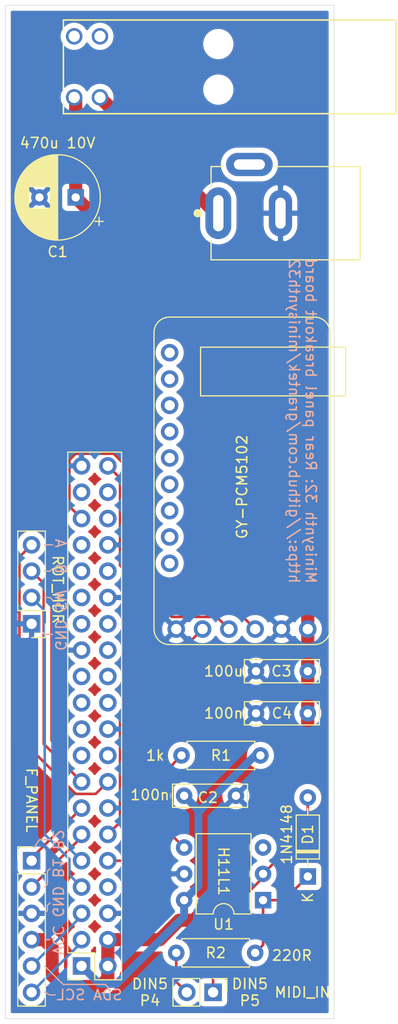
<source format=kicad_pcb>
(kicad_pcb (version 20171130) (host pcbnew 5.99.0+really5.1.9+dfsg1-1)

  (general
    (thickness 1.6)
    (drawings 39)
    (tracks 89)
    (zones 0)
    (modules 15)
    (nets 50)
  )

  (page A4)
  (title_block
    (title "Minisynth 32: Rear panel breakout board")
    (rev 1.0)
    (company https://github.com/grantek/minisynth32)
    (comment 1 "ClumsyMIDI footprints (c) Andreas Zdziarstek")
    (comment 2 "(c) 2021 Grant King CC-BY-SA-4.0")
  )

  (layers
    (0 F.Cu signal)
    (31 B.Cu signal)
    (32 B.Adhes user)
    (33 F.Adhes user)
    (34 B.Paste user)
    (35 F.Paste user)
    (36 B.SilkS user)
    (37 F.SilkS user)
    (38 B.Mask user)
    (39 F.Mask user)
    (40 Dwgs.User user)
    (41 Cmts.User user)
    (42 Eco1.User user)
    (43 Eco2.User user)
    (44 Edge.Cuts user)
    (45 Margin user)
    (46 B.CrtYd user)
    (47 F.CrtYd user)
    (48 B.Fab user)
    (49 F.Fab user)
  )

  (setup
    (last_trace_width 0.25)
    (user_trace_width 0.25)
    (user_trace_width 0.76)
    (user_trace_width 1.27)
    (user_trace_width 2.03)
    (trace_clearance 0.2)
    (zone_clearance 0.508)
    (zone_45_only no)
    (trace_min 0.2)
    (via_size 1.6)
    (via_drill 0.8)
    (via_min_size 0.4)
    (via_min_drill 0.3)
    (uvia_size 0.3)
    (uvia_drill 0.1)
    (uvias_allowed no)
    (uvia_min_size 0.2)
    (uvia_min_drill 0.1)
    (edge_width 0.05)
    (segment_width 0.2)
    (pcb_text_width 0.3)
    (pcb_text_size 1.5 1.5)
    (mod_edge_width 0.12)
    (mod_text_size 1 1)
    (mod_text_width 0.15)
    (pad_size 4 4)
    (pad_drill 3.2)
    (pad_to_mask_clearance 0)
    (aux_axis_origin 0 0)
    (visible_elements FFFFFF7F)
    (pcbplotparams
      (layerselection 0x010f0_ffffffff)
      (usegerberextensions true)
      (usegerberattributes true)
      (usegerberadvancedattributes true)
      (creategerberjobfile true)
      (excludeedgelayer true)
      (linewidth 0.100000)
      (plotframeref false)
      (viasonmask false)
      (mode 1)
      (useauxorigin false)
      (hpglpennumber 1)
      (hpglpenspeed 20)
      (hpglpendiameter 15.000000)
      (psnegative false)
      (psa4output false)
      (plotreference true)
      (plotvalue true)
      (plotinvisibletext false)
      (padsonsilk false)
      (subtractmaskfromsilk false)
      (outputformat 1)
      (mirror false)
      (drillshape 0)
      (scaleselection 1)
      (outputdirectory "gerber/"))
  )

  (net 0 "")
  (net 1 +5V)
  (net 2 GND)
  (net 3 I2S_LRCLK)
  (net 4 I2S_DATA)
  (net 5 I2S_BCLK)
  (net 6 "Net-(A1-Pad7)")
  (net 7 "Net-(A1-Pad8)")
  (net 8 "Net-(A1-Pad9)")
  (net 9 "Net-(A1-Pad10)")
  (net 10 "Net-(A1-Pad11)")
  (net 11 "Net-(A1-Pad12)")
  (net 12 "Net-(A1-Pad13)")
  (net 13 "Net-(A1-Pad14)")
  (net 14 "Net-(A1-Pad15)")
  (net 15 +3V3)
  (net 16 "Net-(D1-Pad2)")
  (net 17 "Net-(D1-Pad1)")
  (net 18 I2C_SDA)
  (net 19 I2C_SCL)
  (net 20 BTN2)
  (net 21 BTN1)
  (net 22 "/GPIO20(SPI1_MOSI)")
  (net 23 /GPIO26)
  (net 24 /GPIO16)
  (net 25 "/GPIO13(PWM1)")
  (net 26 "/GPIO12(PWM0)")
  (net 27 /GPIO6)
  (net 28 /GPIO5)
  (net 29 /ID_SC)
  (net 30 /ID_SD)
  (net 31 "/GPIO7(SPI1_CE_N)")
  (net 32 "/GPIO8(SPI0_CE_N)")
  (net 33 "/GPIO11(SPI0_CLK)")
  (net 34 "/GPIO25(GEN6)")
  (net 35 "/GPIO9(SPI0_MISO)")
  (net 36 "/GPIO10(SPI0_MOSI)")
  (net 37 "/GPIO24(GEN5)")
  (net 38 ENC_DAT)
  (net 39 ENC_CLK)
  (net 40 "/GPIO15(RXD0)")
  (net 41 "/GPIO14(TXD0)")
  (net 42 ENC_BTN)
  (net 43 "Net-(J3-Pad3)")
  (net 44 "Net-(J3-Pad1)")
  (net 45 "Net-(J5-Pad2)")
  (net 46 "Net-(U1-Pad3)")
  (net 47 "Net-(SW2-Pad4)")
  (net 48 "Net-(SW2-Pad3)")
  (net 49 "Net-(J2-Pad17)")

  (net_class Default "This is the default net class."
    (clearance 0.2)
    (trace_width 0.25)
    (via_dia 1.6)
    (via_drill 0.8)
    (uvia_dia 0.3)
    (uvia_drill 0.1)
    (add_net "/GPIO10(SPI0_MOSI)")
    (add_net "/GPIO11(SPI0_CLK)")
    (add_net "/GPIO12(PWM0)")
    (add_net "/GPIO13(PWM1)")
    (add_net "/GPIO14(TXD0)")
    (add_net "/GPIO15(RXD0)")
    (add_net /GPIO16)
    (add_net "/GPIO20(SPI1_MOSI)")
    (add_net "/GPIO24(GEN5)")
    (add_net "/GPIO25(GEN6)")
    (add_net /GPIO26)
    (add_net /GPIO5)
    (add_net /GPIO6)
    (add_net "/GPIO7(SPI1_CE_N)")
    (add_net "/GPIO8(SPI0_CE_N)")
    (add_net "/GPIO9(SPI0_MISO)")
    (add_net /ID_SC)
    (add_net /ID_SD)
    (add_net BTN1)
    (add_net BTN2)
    (add_net ENC_BTN)
    (add_net ENC_CLK)
    (add_net ENC_DAT)
    (add_net GND)
    (add_net I2C_SCL)
    (add_net I2C_SDA)
    (add_net I2S_BCLK)
    (add_net I2S_DATA)
    (add_net I2S_LRCLK)
    (add_net "Net-(A1-Pad10)")
    (add_net "Net-(A1-Pad11)")
    (add_net "Net-(A1-Pad12)")
    (add_net "Net-(A1-Pad13)")
    (add_net "Net-(A1-Pad14)")
    (add_net "Net-(A1-Pad15)")
    (add_net "Net-(A1-Pad7)")
    (add_net "Net-(A1-Pad8)")
    (add_net "Net-(A1-Pad9)")
    (add_net "Net-(D1-Pad1)")
    (add_net "Net-(D1-Pad2)")
    (add_net "Net-(J2-Pad17)")
    (add_net "Net-(J3-Pad3)")
    (add_net "Net-(J5-Pad2)")
    (add_net "Net-(SW2-Pad3)")
    (add_net "Net-(SW2-Pad4)")
    (add_net "Net-(U1-Pad3)")
  )

  (net_class 1A ""
    (clearance 0.2)
    (trace_width 0.76)
    (via_dia 1.6)
    (via_drill 0.8)
    (uvia_dia 0.3)
    (uvia_drill 0.1)
    (add_net +3V3)
  )

  (net_class 4A ""
    (clearance 0.5)
    (trace_width 1.27)
    (via_dia 1.6)
    (via_drill 0.8)
    (uvia_dia 0.3)
    (uvia_drill 0.1)
    (add_net +5V)
    (add_net "Net-(J3-Pad1)")
  )

  (module minisynth32:PB400EEQR1BLK (layer F.Cu) (tedit 608F8DB6) (tstamp 608F24AE)
    (at 136.1948 52.832 90)
    (path /60932DE2)
    (fp_text reference SW2 (at 2.9464 1.2446 90) (layer F.SilkS) hide
      (effects (font (size 1 1) (thickness 0.15)))
    )
    (fp_text value PB400EEQR1BLK (at 2.9464 1.2446 90) (layer F.SilkS) hide
      (effects (font (size 1 1) (thickness 0.15)))
    )
    (fp_circle (center 0 -1.905) (end 0.381 -1.905) (layer F.Fab) (width 0.1524))
    (fp_line (start 7.5946 -1.1684) (end -1.7018 -1.1684) (layer F.CrtYd) (width 0.1524))
    (fp_line (start 7.5946 31.1912) (end 7.5946 -1.1684) (layer F.CrtYd) (width 0.1524))
    (fp_line (start -1.7018 31.1912) (end 7.5946 31.1912) (layer F.CrtYd) (width 0.1524))
    (fp_line (start -1.7018 -1.1684) (end -1.7018 31.1912) (layer F.CrtYd) (width 0.1524))
    (fp_line (start 5.446916 -1.0414) (end 0.445884 -1.0414) (layer F.SilkS) (width 0.1524))
    (fp_line (start -0.445884 -1.0414) (end -1.5748 -1.0414) (layer F.SilkS) (width 0.1524))
    (fp_line (start -1.4478 -0.9144) (end -1.4478 30.9372) (layer F.Fab) (width 0.1524))
    (fp_line (start 7.3406 -0.9144) (end -1.4478 -0.9144) (layer F.Fab) (width 0.1524))
    (fp_line (start 7.3406 30.9372) (end 7.3406 -0.9144) (layer F.Fab) (width 0.1524))
    (fp_line (start -1.4478 30.9372) (end 7.3406 30.9372) (layer F.Fab) (width 0.1524))
    (fp_line (start -1.5748 -1.0414) (end -1.5748 31.0642) (layer F.SilkS) (width 0.1524))
    (fp_line (start 7.4676 -1.0414) (end 6.338684 -1.0414) (layer F.SilkS) (width 0.1524))
    (fp_line (start 7.4676 31.0642) (end 7.4676 -1.0414) (layer F.SilkS) (width 0.1524))
    (fp_line (start -1.5748 31.0642) (end 7.4676 31.0642) (layer F.SilkS) (width 0.1524))
    (fp_text user * (at 0 0 90) (layer F.Fab) hide
      (effects (font (size 1 1) (thickness 0.15)))
    )
    (fp_text user * (at 0 0 90) (layer F.SilkS) hide
      (effects (font (size 1 1) (thickness 0.15)))
    )
    (pad 6 np_thru_hole circle (at 5.1435 13.9192 90) (size 1.905 1.905) (drill 1.905) (layers *.Cu *.Mask))
    (pad 5 np_thru_hole circle (at 0.7493 13.9192 90) (size 1.905 1.905) (drill 1.905) (layers *.Cu *.Mask))
    (pad 4 thru_hole circle (at 5.8928 2.4892 90) (size 1.6002 1.6002) (drill 1.0922) (layers *.Cu *.Mask)
      (net 47 "Net-(SW2-Pad4)"))
    (pad 3 thru_hole circle (at 5.8928 0 90) (size 1.6002 1.6002) (drill 1.0922) (layers *.Cu *.Mask)
      (net 48 "Net-(SW2-Pad3)"))
    (pad 2 thru_hole circle (at 0 2.4892 90) (size 1.6002 1.6002) (drill 1.0922) (layers *.Cu *.Mask)
      (net 44 "Net-(J3-Pad1)"))
    (pad 1 thru_hole circle (at 0 0 90) (size 1.6002 1.6002) (drill 1.0922) (layers *.Cu *.Mask)
      (net 1 +5V))
  )

  (module minisynth32:PinHeader_1x02_P2.54mm_Vertical (layer F.Cu) (tedit 59FED5CC) (tstamp 608F2462)
    (at 149.606 139.192 270)
    (descr "Through hole straight pin header, 1x02, 2.54mm pitch, single row")
    (tags "Through hole pin header THT 1x02 2.54mm single row")
    (path /6090AF21)
    (fp_text reference J5 (at 4.385 -2.27 270) (layer F.SilkS) hide
      (effects (font (size 1 1) (thickness 0.15)))
    )
    (fp_text value MIDI_IN (at 0 -8.636 180) (layer F.SilkS)
      (effects (font (size 1 1) (thickness 0.15)))
    )
    (fp_line (start 1.8 -1.8) (end -1.8 -1.8) (layer F.CrtYd) (width 0.05))
    (fp_line (start 1.8 4.35) (end 1.8 -1.8) (layer F.CrtYd) (width 0.05))
    (fp_line (start -1.8 4.35) (end 1.8 4.35) (layer F.CrtYd) (width 0.05))
    (fp_line (start -1.8 -1.8) (end -1.8 4.35) (layer F.CrtYd) (width 0.05))
    (fp_line (start -1.33 -1.33) (end 0 -1.33) (layer F.SilkS) (width 0.12))
    (fp_line (start -1.33 0) (end -1.33 -1.33) (layer F.SilkS) (width 0.12))
    (fp_line (start -1.33 1.27) (end 1.33 1.27) (layer F.SilkS) (width 0.12))
    (fp_line (start 1.33 1.27) (end 1.33 3.87) (layer F.SilkS) (width 0.12))
    (fp_line (start -1.33 1.27) (end -1.33 3.87) (layer F.SilkS) (width 0.12))
    (fp_line (start -1.33 3.87) (end 1.33 3.87) (layer F.SilkS) (width 0.12))
    (fp_line (start -1.27 -0.635) (end -0.635 -1.27) (layer F.Fab) (width 0.1))
    (fp_line (start -1.27 3.81) (end -1.27 -0.635) (layer F.Fab) (width 0.1))
    (fp_line (start 1.27 3.81) (end -1.27 3.81) (layer F.Fab) (width 0.1))
    (fp_line (start 1.27 -1.27) (end 1.27 3.81) (layer F.Fab) (width 0.1))
    (fp_line (start -0.635 -1.27) (end 1.27 -1.27) (layer F.Fab) (width 0.1))
    (pad 2 thru_hole oval (at 0 2.54 270) (size 1.7 1.7) (drill 1) (layers *.Cu *.Mask)
      (net 45 "Net-(J5-Pad2)"))
    (pad 1 thru_hole rect (at 0 0 270) (size 1.7 1.7) (drill 1) (layers *.Cu *.Mask)
      (net 16 "Net-(D1-Pad2)"))
    (model ${KISYS3DMOD}/Connector_PinHeader_2.54mm.3dshapes/PinHeader_1x02_P2.54mm_Vertical.wrl
      (at (xyz 0 0 0))
      (scale (xyz 1 1 1))
      (rotate (xyz 0 0 0))
    )
  )

  (module minisynth32:PinHeader_1x04_P2.54mm_Vertical (layer F.Cu) (tedit 59FED5CC) (tstamp 60960ABE)
    (at 132.08 103.632 180)
    (descr "Through hole straight pin header, 1x04, 2.54mm pitch, single row")
    (tags "Through hole pin header THT 1x04 2.54mm single row")
    (path /6091ED1E)
    (fp_text reference J4 (at 4.385 -2.27 180) (layer F.SilkS) hide
      (effects (font (size 1 1) (thickness 0.15)))
    )
    (fp_text value ROT_HDR (at -2.54 3.302 270 unlocked) (layer F.SilkS)
      (effects (font (size 1 1) (thickness 0.15)))
    )
    (fp_line (start 1.8 -1.8) (end -1.8 -1.8) (layer F.CrtYd) (width 0.05))
    (fp_line (start 1.8 9.4) (end 1.8 -1.8) (layer F.CrtYd) (width 0.05))
    (fp_line (start -1.8 9.4) (end 1.8 9.4) (layer F.CrtYd) (width 0.05))
    (fp_line (start -1.8 -1.8) (end -1.8 9.4) (layer F.CrtYd) (width 0.05))
    (fp_line (start -1.33 -1.33) (end 0 -1.33) (layer F.SilkS) (width 0.12))
    (fp_line (start -1.33 0) (end -1.33 -1.33) (layer F.SilkS) (width 0.12))
    (fp_line (start -1.33 1.27) (end 1.33 1.27) (layer F.SilkS) (width 0.12))
    (fp_line (start 1.33 1.27) (end 1.33 8.95) (layer F.SilkS) (width 0.12))
    (fp_line (start -1.33 1.27) (end -1.33 8.95) (layer F.SilkS) (width 0.12))
    (fp_line (start -1.33 8.95) (end 1.33 8.95) (layer F.SilkS) (width 0.12))
    (fp_line (start -1.27 -0.635) (end -0.635 -1.27) (layer F.Fab) (width 0.1))
    (fp_line (start -1.27 8.89) (end -1.27 -0.635) (layer F.Fab) (width 0.1))
    (fp_line (start 1.27 8.89) (end -1.27 8.89) (layer F.Fab) (width 0.1))
    (fp_line (start 1.27 -1.27) (end 1.27 8.89) (layer F.Fab) (width 0.1))
    (fp_line (start -0.635 -1.27) (end 1.27 -1.27) (layer F.Fab) (width 0.1))
    (fp_text user %R (at -6.604 0.762 270) (layer F.Fab) hide
      (effects (font (size 1 1) (thickness 0.15)))
    )
    (pad 4 thru_hole oval (at 0 7.62 180) (size 1.7 1.7) (drill 1) (layers *.Cu *.Mask)
      (net 38 ENC_DAT))
    (pad 3 thru_hole oval (at 0 5.08 180) (size 1.7 1.7) (drill 1) (layers *.Cu *.Mask)
      (net 39 ENC_CLK))
    (pad 2 thru_hole oval (at 0 2.54 180) (size 1.7 1.7) (drill 1) (layers *.Cu *.Mask)
      (net 42 ENC_BTN))
    (pad 1 thru_hole rect (at 0 0 180) (size 1.7 1.7) (drill 1) (layers *.Cu *.Mask)
      (net 2 GND))
    (model ${KISYS3DMOD}/Connector_PinHeader_2.54mm.3dshapes/PinHeader_1x04_P2.54mm_Vertical.wrl
      (at (xyz 0 0 0))
      (scale (xyz 1 1 1))
      (rotate (xyz 0 0 0))
    )
  )

  (module minisynth32:CUI_PJ-002A (layer F.Cu) (tedit 608E4AFE) (tstamp 608F23E2)
    (at 150.114 64.008)
    (path /60900688)
    (fp_text reference J3 (at 2.487052 -6.770615) (layer F.SilkS) hide
      (effects (font (size 1.000827 1.000827) (thickness 0.015)))
    )
    (fp_text value PJ-002A (at 6.302433 5.78184) (layer F.Fab) hide
      (effects (font (size 1.001181 1.001181) (thickness 0.015)))
    )
    (fp_line (start -1.55 2.35) (end -1 2.35) (layer F.CrtYd) (width 0.05))
    (fp_line (start -1.55 -2.25) (end -1.55 2.35) (layer F.CrtYd) (width 0.05))
    (fp_line (start -1 -2.25) (end -1.55 -2.25) (layer F.CrtYd) (width 0.05))
    (fp_line (start -1 -2.25) (end -1 -4.75) (layer F.CrtYd) (width 0.05))
    (fp_circle (center -2 0) (end -1.8 0) (layer F.SilkS) (width 0.4))
    (fp_line (start -1 4.75) (end -1 2.35) (layer F.CrtYd) (width 0.05))
    (fp_line (start 14 4.75) (end -1 4.75) (layer F.CrtYd) (width 0.05))
    (fp_line (start 14 -4.75) (end 14 4.75) (layer F.CrtYd) (width 0.05))
    (fp_line (start 5.55 -4.75) (end 14 -4.75) (layer F.CrtYd) (width 0.05))
    (fp_line (start 5.55 -6.1) (end 5.55 -4.75) (layer F.CrtYd) (width 0.05))
    (fp_line (start 0.45 -6.1) (end 5.55 -6.1) (layer F.CrtYd) (width 0.05))
    (fp_line (start 0.45 -4.75) (end 0.45 -6.1) (layer F.CrtYd) (width 0.05))
    (fp_line (start -1 -4.75) (end 0.45 -4.75) (layer F.CrtYd) (width 0.05))
    (fp_line (start -0.7 -2.55) (end -0.7 -4.5) (layer F.SilkS) (width 0.127))
    (fp_line (start 5.55 -4.5) (end 13.7 -4.5) (layer F.SilkS) (width 0.127))
    (fp_line (start -0.7 4.5) (end -0.7 2.65) (layer F.SilkS) (width 0.127))
    (fp_line (start -0.7 -4.5) (end 0.45 -4.5) (layer F.SilkS) (width 0.127))
    (fp_line (start 13.7 4.5) (end -0.7 4.5) (layer F.SilkS) (width 0.127))
    (fp_line (start 13.7 -4.5) (end 13.7 4.5) (layer F.SilkS) (width 0.127))
    (fp_line (start -0.7 4.5) (end -0.7 -4.5) (layer F.Fab) (width 0.127))
    (fp_line (start 13.7 4.5) (end -0.7 4.5) (layer F.Fab) (width 0.127))
    (fp_line (start 13.7 -4.5) (end 13.7 4.5) (layer F.Fab) (width 0.127))
    (fp_line (start -0.7 -4.5) (end 13.7 -4.5) (layer F.Fab) (width 0.127))
    (pad 3 thru_hole oval (at 3 -4.7) (size 4.5 2.25) (drill oval 3 1) (layers *.Cu *.Mask)
      (net 43 "Net-(J3-Pad3)"))
    (pad 2 thru_hole oval (at 6 0) (size 2.25 4.5) (drill oval 1 3) (layers *.Cu *.Mask)
      (net 2 GND))
    (pad 1 thru_hole oval (at 0 0) (size 2.5 5) (drill oval 1 3.5) (layers *.Cu *.Mask)
      (net 44 "Net-(J3-Pad1)"))
  )

  (module minisynth32:PinHeader_1x06_P2.54mm_Vertical (layer F.Cu) (tedit 59FED5CC) (tstamp 608F2386)
    (at 132.08 126.492)
    (descr "Through hole straight pin header, 1x06, 2.54mm pitch, single row")
    (tags "Through hole pin header THT 1x06 2.54mm single row")
    (path /608E8C61)
    (fp_text reference J1 (at 4.385 -2.27) (layer F.SilkS) hide
      (effects (font (size 1 1) (thickness 0.15)))
    )
    (fp_text value F_PANEL (at 0 -5.842 270 unlocked) (layer F.SilkS)
      (effects (font (size 1 1) (thickness 0.15)))
    )
    (fp_line (start 1.8 -1.8) (end -1.8 -1.8) (layer F.CrtYd) (width 0.05))
    (fp_line (start 1.8 14.5) (end 1.8 -1.8) (layer F.CrtYd) (width 0.05))
    (fp_line (start -1.8 14.5) (end 1.8 14.5) (layer F.CrtYd) (width 0.05))
    (fp_line (start -1.8 -1.8) (end -1.8 14.5) (layer F.CrtYd) (width 0.05))
    (fp_line (start -1.33 -1.33) (end 0 -1.33) (layer F.SilkS) (width 0.12))
    (fp_line (start -1.33 0) (end -1.33 -1.33) (layer F.SilkS) (width 0.12))
    (fp_line (start -1.33 1.27) (end 1.33 1.27) (layer F.SilkS) (width 0.12))
    (fp_line (start 1.33 1.27) (end 1.33 14.03) (layer F.SilkS) (width 0.12))
    (fp_line (start -1.33 1.27) (end -1.33 14.03) (layer F.SilkS) (width 0.12))
    (fp_line (start -1.33 14.03) (end 1.33 14.03) (layer F.SilkS) (width 0.12))
    (fp_line (start -1.27 -0.635) (end -0.635 -1.27) (layer F.Fab) (width 0.1))
    (fp_line (start -1.27 13.97) (end -1.27 -0.635) (layer F.Fab) (width 0.1))
    (fp_line (start 1.27 13.97) (end -1.27 13.97) (layer F.Fab) (width 0.1))
    (fp_line (start 1.27 -1.27) (end 1.27 13.97) (layer F.Fab) (width 0.1))
    (fp_line (start -0.635 -1.27) (end 1.27 -1.27) (layer F.Fab) (width 0.1))
    (pad 6 thru_hole oval (at 0 12.7) (size 1.7 1.7) (drill 1) (layers *.Cu *.Mask)
      (net 18 I2C_SDA))
    (pad 5 thru_hole oval (at 0 10.16) (size 1.7 1.7) (drill 1) (layers *.Cu *.Mask)
      (net 19 I2C_SCL))
    (pad 4 thru_hole oval (at 0 7.62) (size 1.7 1.7) (drill 1) (layers *.Cu *.Mask)
      (net 1 +5V))
    (pad 3 thru_hole oval (at 0 5.08) (size 1.7 1.7) (drill 1) (layers *.Cu *.Mask)
      (net 2 GND))
    (pad 2 thru_hole oval (at 0 2.54) (size 1.7 1.7) (drill 1) (layers *.Cu *.Mask)
      (net 21 BTN1))
    (pad 1 thru_hole rect (at 0 0) (size 1.7 1.7) (drill 1) (layers *.Cu *.Mask)
      (net 20 BTN2))
    (model ${KISYS3DMOD}/Connector_PinHeader_2.54mm.3dshapes/PinHeader_1x06_P2.54mm_Vertical.wrl
      (at (xyz 0 0 0))
      (scale (xyz 1 1 1))
      (rotate (xyz 0 0 0))
    )
  )

  (module minisynth32:GY-PCM5102 (layer F.Cu) (tedit 5FB7AB48) (tstamp 608F221E)
    (at 152.4 89.835 90)
    (path /608E7480)
    (fp_text reference A1 (at -0.081 0.254 90) (layer F.SilkS) hide
      (effects (font (size 1 1) (thickness 0.15)))
    )
    (fp_text value GY-PCM5102 (at -0.589 0 90) (layer F.SilkS)
      (effects (font (size 1 1) (thickness 0.15)))
    )
    (fp_line (start 14.3 -8.5) (end -14.3 -8.5) (layer F.SilkS) (width 0.12))
    (fp_line (start -15.8 -7) (end -15.8 7) (layer F.SilkS) (width 0.12))
    (fp_line (start -14.3 8.5) (end 14.3 8.5) (layer F.SilkS) (width 0.12))
    (fp_line (start 15.8 7) (end 15.8 -7) (layer F.SilkS) (width 0.12))
    (fp_line (start 12.9 10) (end 8.2 10) (layer F.SilkS) (width 0.12))
    (fp_line (start 8.2 10) (end 8.2 -4) (layer F.SilkS) (width 0.12))
    (fp_line (start 8.2 -4) (end 12.9 -4) (layer F.SilkS) (width 0.12))
    (fp_line (start 12.9 -4) (end 12.9 10) (layer F.SilkS) (width 0.12))
    (fp_line (start 14.3 -8.5) (end -14.3 -8.5) (layer F.CrtYd) (width 0.12))
    (fp_line (start -15.8 -7) (end -15.8 7) (layer F.CrtYd) (width 0.12))
    (fp_line (start 12.9 10) (end 8.2 10) (layer F.CrtYd) (width 0.12))
    (fp_line (start 15.8 7) (end 15.8 -7) (layer F.CrtYd) (width 0.12))
    (fp_line (start 8.2 10) (end 8.2 8.5) (layer F.CrtYd) (width 0.12))
    (fp_line (start 12.9 8.5) (end 12.9 10) (layer F.CrtYd) (width 0.12))
    (fp_line (start 12.9 8.5) (end 14.3 8.5) (layer F.CrtYd) (width 0.12))
    (fp_line (start 8.2 8.5) (end -14.3 8.5) (layer F.CrtYd) (width 0.12))
    (fp_line (start 14.3 -8.5) (end -14.3 -8.5) (layer F.Fab) (width 0.12))
    (fp_line (start 8.2 10) (end 8.2 8.5) (layer F.Fab) (width 0.12))
    (fp_line (start 12.9 10) (end 8.2 10) (layer F.Fab) (width 0.12))
    (fp_line (start -15.8 -7) (end -15.8 7) (layer F.Fab) (width 0.12))
    (fp_line (start 8.2 8.5) (end -14.3 8.5) (layer F.Fab) (width 0.12))
    (fp_line (start 15.8 7) (end 15.8 -7) (layer F.Fab) (width 0.12))
    (fp_line (start 12.9 8.5) (end 14.3 8.5) (layer F.Fab) (width 0.12))
    (fp_line (start 12.9 8.5) (end 12.9 10) (layer F.Fab) (width 0.12))
    (fp_arc (start -14.3 -7) (end -14.3 -8.5) (angle -90) (layer F.SilkS) (width 0.12))
    (fp_arc (start -14.3 7) (end -15.8 7) (angle -90) (layer F.SilkS) (width 0.12))
    (fp_arc (start 14.3 7) (end 14.3 8.5) (angle -90) (layer F.SilkS) (width 0.12))
    (fp_arc (start 14.3 -7) (end 15.8 -7) (angle -90) (layer F.SilkS) (width 0.12))
    (fp_arc (start -14.3 -7) (end -14.3 -8.5) (angle -90) (layer F.CrtYd) (width 0.12))
    (fp_arc (start 14.3 -7) (end 15.8 -7) (angle -90) (layer F.CrtYd) (width 0.12))
    (fp_arc (start 14.3 7) (end 14.3 8.5) (angle -90) (layer F.CrtYd) (width 0.12))
    (fp_arc (start -14.3 7) (end -15.8 7) (angle -90) (layer F.CrtYd) (width 0.12))
    (fp_arc (start -14.3 7) (end -15.8 7) (angle -90) (layer F.Fab) (width 0.12))
    (fp_arc (start 14.3 7) (end 14.3 8.5) (angle -90) (layer F.Fab) (width 0.12))
    (fp_arc (start -14.3 -7) (end -14.3 -8.5) (angle -90) (layer F.Fab) (width 0.12))
    (fp_arc (start 14.3 -7) (end 15.8 -7) (angle -90) (layer F.Fab) (width 0.12))
    (pad 6 thru_hole circle (at -14.305 6.35 90) (size 1.7 1.7) (drill 1) (layers *.Cu *.Mask)
      (net 1 +5V))
    (pad 5 thru_hole circle (at -14.305 3.81 90) (size 1.7 1.7) (drill 1) (layers *.Cu *.Mask)
      (net 2 GND))
    (pad 4 thru_hole circle (at -14.305 1.27 90) (size 1.7 1.7) (drill 1) (layers *.Cu *.Mask)
      (net 3 I2S_LRCLK))
    (pad 3 thru_hole circle (at -14.305 -1.27 90) (size 1.7 1.7) (drill 1) (layers *.Cu *.Mask)
      (net 4 I2S_DATA))
    (pad 2 thru_hole circle (at -14.305 -3.81 90) (size 1.7 1.7) (drill 1) (layers *.Cu *.Mask)
      (net 5 I2S_BCLK))
    (pad 1 thru_hole circle (at -14.305 -6.35 90) (size 1.7 1.7) (drill 1) (layers *.Cu *.Mask)
      (net 2 GND))
    (pad 7 thru_hole circle (at 12.365 -6.985 90) (size 1.7 1.7) (drill 1) (layers *.Cu *.Mask)
      (net 6 "Net-(A1-Pad7)"))
    (pad 8 thru_hole circle (at 9.825 -6.985 90) (size 1.7 1.7) (drill 1) (layers *.Cu *.Mask)
      (net 7 "Net-(A1-Pad8)"))
    (pad 9 thru_hole circle (at 7.285 -6.985 90) (size 1.7 1.7) (drill 1) (layers *.Cu *.Mask)
      (net 8 "Net-(A1-Pad9)"))
    (pad 10 thru_hole circle (at 4.745 -6.985 90) (size 1.7 1.7) (drill 1) (layers *.Cu *.Mask)
      (net 9 "Net-(A1-Pad10)"))
    (pad 11 thru_hole circle (at 2.205 -6.985 90) (size 1.7 1.7) (drill 1) (layers *.Cu *.Mask)
      (net 10 "Net-(A1-Pad11)"))
    (pad 12 thru_hole circle (at -0.335 -6.985 90) (size 1.7 1.7) (drill 1) (layers *.Cu *.Mask)
      (net 11 "Net-(A1-Pad12)"))
    (pad 13 thru_hole circle (at -2.875 -6.985 90) (size 1.7 1.7) (drill 1) (layers *.Cu *.Mask)
      (net 12 "Net-(A1-Pad13)"))
    (pad 14 thru_hole circle (at -5.415 -6.985 90) (size 1.7 1.7) (drill 1) (layers *.Cu *.Mask)
      (net 13 "Net-(A1-Pad14)"))
    (pad 15 thru_hole circle (at -7.955 -6.985 90) (size 1.7 1.7) (drill 1) (layers *.Cu *.Mask)
      (net 14 "Net-(A1-Pad15)"))
  )

  (module Package_DIP:DIP-6_W7.62mm (layer F.Cu) (tedit 5A02E8C5) (tstamp 608F24C8)
    (at 154.432 130.302 180)
    (descr "6-lead though-hole mounted DIP package, row spacing 7.62 mm (300 mils)")
    (tags "THT DIP DIL PDIP 2.54mm 7.62mm 300mil")
    (path /6082E164)
    (fp_text reference U1 (at 3.81 -2.33) (layer F.SilkS)
      (effects (font (size 1 1) (thickness 0.15)))
    )
    (fp_text value H11L1 (at 3.81 2.794 270 unlocked) (layer F.SilkS)
      (effects (font (size 1 1) (thickness 0.15)))
    )
    (fp_line (start 1.635 -1.27) (end 6.985 -1.27) (layer F.Fab) (width 0.1))
    (fp_line (start 6.985 -1.27) (end 6.985 6.35) (layer F.Fab) (width 0.1))
    (fp_line (start 6.985 6.35) (end 0.635 6.35) (layer F.Fab) (width 0.1))
    (fp_line (start 0.635 6.35) (end 0.635 -0.27) (layer F.Fab) (width 0.1))
    (fp_line (start 0.635 -0.27) (end 1.635 -1.27) (layer F.Fab) (width 0.1))
    (fp_line (start 2.81 -1.33) (end 1.16 -1.33) (layer F.SilkS) (width 0.12))
    (fp_line (start 1.16 -1.33) (end 1.16 6.41) (layer F.SilkS) (width 0.12))
    (fp_line (start 1.16 6.41) (end 6.46 6.41) (layer F.SilkS) (width 0.12))
    (fp_line (start 6.46 6.41) (end 6.46 -1.33) (layer F.SilkS) (width 0.12))
    (fp_line (start 6.46 -1.33) (end 4.81 -1.33) (layer F.SilkS) (width 0.12))
    (fp_line (start -1.1 -1.55) (end -1.1 6.6) (layer F.CrtYd) (width 0.05))
    (fp_line (start -1.1 6.6) (end 8.7 6.6) (layer F.CrtYd) (width 0.05))
    (fp_line (start 8.7 6.6) (end 8.7 -1.55) (layer F.CrtYd) (width 0.05))
    (fp_line (start 8.7 -1.55) (end -1.1 -1.55) (layer F.CrtYd) (width 0.05))
    (fp_arc (start 3.81 -1.33) (end 2.81 -1.33) (angle -180) (layer F.SilkS) (width 0.12))
    (pad 6 thru_hole oval (at 7.62 0 180) (size 1.6 1.6) (drill 0.8) (layers *.Cu *.Mask)
      (net 15 +3V3))
    (pad 3 thru_hole oval (at 0 5.08 180) (size 1.6 1.6) (drill 0.8) (layers *.Cu *.Mask)
      (net 46 "Net-(U1-Pad3)"))
    (pad 5 thru_hole oval (at 7.62 2.54 180) (size 1.6 1.6) (drill 0.8) (layers *.Cu *.Mask)
      (net 2 GND))
    (pad 2 thru_hole oval (at 0 2.54 180) (size 1.6 1.6) (drill 0.8) (layers *.Cu *.Mask)
      (net 16 "Net-(D1-Pad2)"))
    (pad 4 thru_hole oval (at 7.62 5.08 180) (size 1.6 1.6) (drill 0.8) (layers *.Cu *.Mask)
      (net 40 "/GPIO15(RXD0)"))
    (pad 1 thru_hole rect (at 0 0 180) (size 1.6 1.6) (drill 0.8) (layers *.Cu *.Mask)
      (net 17 "Net-(D1-Pad1)"))
    (model ${KISYS3DMOD}/Package_DIP.3dshapes/DIP-6_W7.62mm.wrl
      (at (xyz 0 0 0))
      (scale (xyz 1 1 1))
      (rotate (xyz 0 0 0))
    )
  )

  (module Resistor_THT:R_Axial_DIN0207_L6.3mm_D2.5mm_P7.62mm_Horizontal (layer F.Cu) (tedit 5AE5139B) (tstamp 608F2490)
    (at 146.05 135.382)
    (descr "Resistor, Axial_DIN0207 series, Axial, Horizontal, pin pitch=7.62mm, 0.25W = 1/4W, length*diameter=6.3*2.5mm^2, http://cdn-reichelt.de/documents/datenblatt/B400/1_4W%23YAG.pdf")
    (tags "Resistor Axial_DIN0207 series Axial Horizontal pin pitch 7.62mm 0.25W = 1/4W length 6.3mm diameter 2.5mm")
    (path /6083B180)
    (fp_text reference R2 (at 3.81 0) (layer F.SilkS)
      (effects (font (size 1 1) (thickness 0.15)))
    )
    (fp_text value 220R (at 11.176 0.254) (layer F.SilkS)
      (effects (font (size 1 1) (thickness 0.15)))
    )
    (fp_line (start 0.66 -1.25) (end 0.66 1.25) (layer F.Fab) (width 0.1))
    (fp_line (start 0.66 1.25) (end 6.96 1.25) (layer F.Fab) (width 0.1))
    (fp_line (start 6.96 1.25) (end 6.96 -1.25) (layer F.Fab) (width 0.1))
    (fp_line (start 6.96 -1.25) (end 0.66 -1.25) (layer F.Fab) (width 0.1))
    (fp_line (start 0 0) (end 0.66 0) (layer F.Fab) (width 0.1))
    (fp_line (start 7.62 0) (end 6.96 0) (layer F.Fab) (width 0.1))
    (fp_line (start 0.54 -1.04) (end 0.54 -1.37) (layer F.SilkS) (width 0.12))
    (fp_line (start 0.54 -1.37) (end 7.08 -1.37) (layer F.SilkS) (width 0.12))
    (fp_line (start 7.08 -1.37) (end 7.08 -1.04) (layer F.SilkS) (width 0.12))
    (fp_line (start 0.54 1.04) (end 0.54 1.37) (layer F.SilkS) (width 0.12))
    (fp_line (start 0.54 1.37) (end 7.08 1.37) (layer F.SilkS) (width 0.12))
    (fp_line (start 7.08 1.37) (end 7.08 1.04) (layer F.SilkS) (width 0.12))
    (fp_line (start -1.05 -1.5) (end -1.05 1.5) (layer F.CrtYd) (width 0.05))
    (fp_line (start -1.05 1.5) (end 8.67 1.5) (layer F.CrtYd) (width 0.05))
    (fp_line (start 8.67 1.5) (end 8.67 -1.5) (layer F.CrtYd) (width 0.05))
    (fp_line (start 8.67 -1.5) (end -1.05 -1.5) (layer F.CrtYd) (width 0.05))
    (pad 2 thru_hole oval (at 7.62 0) (size 1.6 1.6) (drill 0.8) (layers *.Cu *.Mask)
      (net 17 "Net-(D1-Pad1)"))
    (pad 1 thru_hole circle (at 0 0) (size 1.6 1.6) (drill 0.8) (layers *.Cu *.Mask)
      (net 45 "Net-(J5-Pad2)"))
    (model ${KISYS3DMOD}/Resistor_THT.3dshapes/R_Axial_DIN0207_L6.3mm_D2.5mm_P7.62mm_Horizontal.wrl
      (at (xyz 0 0 0))
      (scale (xyz 1 1 1))
      (rotate (xyz 0 0 0))
    )
  )

  (module Resistor_THT:R_Axial_DIN0207_L6.3mm_D2.5mm_P7.62mm_Horizontal (layer F.Cu) (tedit 5AE5139B) (tstamp 608F2479)
    (at 146.558 116.332)
    (descr "Resistor, Axial_DIN0207 series, Axial, Horizontal, pin pitch=7.62mm, 0.25W = 1/4W, length*diameter=6.3*2.5mm^2, http://cdn-reichelt.de/documents/datenblatt/B400/1_4W%23YAG.pdf")
    (tags "Resistor Axial_DIN0207 series Axial Horizontal pin pitch 7.62mm 0.25W = 1/4W length 6.3mm diameter 2.5mm")
    (path /60838150)
    (fp_text reference R1 (at 3.81 0) (layer F.SilkS)
      (effects (font (size 1 1) (thickness 0.15)))
    )
    (fp_text value 1k (at -2.54 0) (layer F.SilkS)
      (effects (font (size 1 1) (thickness 0.15)))
    )
    (fp_line (start 0.66 -1.25) (end 0.66 1.25) (layer F.Fab) (width 0.1))
    (fp_line (start 0.66 1.25) (end 6.96 1.25) (layer F.Fab) (width 0.1))
    (fp_line (start 6.96 1.25) (end 6.96 -1.25) (layer F.Fab) (width 0.1))
    (fp_line (start 6.96 -1.25) (end 0.66 -1.25) (layer F.Fab) (width 0.1))
    (fp_line (start 0 0) (end 0.66 0) (layer F.Fab) (width 0.1))
    (fp_line (start 7.62 0) (end 6.96 0) (layer F.Fab) (width 0.1))
    (fp_line (start 0.54 -1.04) (end 0.54 -1.37) (layer F.SilkS) (width 0.12))
    (fp_line (start 0.54 -1.37) (end 7.08 -1.37) (layer F.SilkS) (width 0.12))
    (fp_line (start 7.08 -1.37) (end 7.08 -1.04) (layer F.SilkS) (width 0.12))
    (fp_line (start 0.54 1.04) (end 0.54 1.37) (layer F.SilkS) (width 0.12))
    (fp_line (start 0.54 1.37) (end 7.08 1.37) (layer F.SilkS) (width 0.12))
    (fp_line (start 7.08 1.37) (end 7.08 1.04) (layer F.SilkS) (width 0.12))
    (fp_line (start -1.05 -1.5) (end -1.05 1.5) (layer F.CrtYd) (width 0.05))
    (fp_line (start -1.05 1.5) (end 8.67 1.5) (layer F.CrtYd) (width 0.05))
    (fp_line (start 8.67 1.5) (end 8.67 -1.5) (layer F.CrtYd) (width 0.05))
    (fp_line (start 8.67 -1.5) (end -1.05 -1.5) (layer F.CrtYd) (width 0.05))
    (pad 2 thru_hole oval (at 7.62 0) (size 1.6 1.6) (drill 0.8) (layers *.Cu *.Mask)
      (net 15 +3V3))
    (pad 1 thru_hole circle (at 0 0) (size 1.6 1.6) (drill 0.8) (layers *.Cu *.Mask)
      (net 40 "/GPIO15(RXD0)"))
    (model ${KISYS3DMOD}/Resistor_THT.3dshapes/R_Axial_DIN0207_L6.3mm_D2.5mm_P7.62mm_Horizontal.wrl
      (at (xyz 0 0 0))
      (scale (xyz 1 1 1))
      (rotate (xyz 0 0 0))
    )
  )

  (module Connector_PinSocket_2.54mm:PinSocket_2x20_P2.54mm_Vertical (layer F.Cu) (tedit 5A19A433) (tstamp 608F23C4)
    (at 136.906 136.652 180)
    (descr "Through hole straight socket strip, 2x20, 2.54mm pitch, double cols (from Kicad 4.0.7), script generated")
    (tags "Through hole socket strip THT 2x20 2.54mm double row")
    (path /6083BA4F)
    (fp_text reference J2 (at -1.27 -2.77) (layer F.SilkS) hide
      (effects (font (size 1 1) (thickness 0.15)))
    )
    (fp_text value Conn_02x20_Odd_Even (at -1.27 51.03) (layer F.Fab) hide
      (effects (font (size 1 1) (thickness 0.15)))
    )
    (fp_line (start -3.81 -1.27) (end 0.27 -1.27) (layer F.Fab) (width 0.1))
    (fp_line (start 0.27 -1.27) (end 1.27 -0.27) (layer F.Fab) (width 0.1))
    (fp_line (start 1.27 -0.27) (end 1.27 49.53) (layer F.Fab) (width 0.1))
    (fp_line (start 1.27 49.53) (end -3.81 49.53) (layer F.Fab) (width 0.1))
    (fp_line (start -3.81 49.53) (end -3.81 -1.27) (layer F.Fab) (width 0.1))
    (fp_line (start -3.87 -1.33) (end -1.27 -1.33) (layer F.SilkS) (width 0.12))
    (fp_line (start -3.87 -1.33) (end -3.87 49.59) (layer F.SilkS) (width 0.12))
    (fp_line (start -3.87 49.59) (end 1.33 49.59) (layer F.SilkS) (width 0.12))
    (fp_line (start 1.33 1.27) (end 1.33 49.59) (layer F.SilkS) (width 0.12))
    (fp_line (start -1.27 1.27) (end 1.33 1.27) (layer F.SilkS) (width 0.12))
    (fp_line (start -1.27 -1.33) (end -1.27 1.27) (layer F.SilkS) (width 0.12))
    (fp_line (start 1.33 -1.33) (end 1.33 0) (layer F.SilkS) (width 0.12))
    (fp_line (start 0 -1.33) (end 1.33 -1.33) (layer F.SilkS) (width 0.12))
    (fp_line (start -4.34 -1.8) (end 1.76 -1.8) (layer F.CrtYd) (width 0.05))
    (fp_line (start 1.76 -1.8) (end 1.76 50) (layer F.CrtYd) (width 0.05))
    (fp_line (start 1.76 50) (end -4.34 50) (layer F.CrtYd) (width 0.05))
    (fp_line (start -4.34 50) (end -4.34 -1.8) (layer F.CrtYd) (width 0.05))
    (fp_text user %R (at -1.27 24.13 90) (layer F.SilkS) hide
      (effects (font (size 1 1) (thickness 0.15)))
    )
    (pad 40 thru_hole oval (at -2.54 48.26 180) (size 1.7 1.7) (drill 1) (layers *.Cu *.Mask)
      (net 4 I2S_DATA))
    (pad 39 thru_hole oval (at 0 48.26 180) (size 1.7 1.7) (drill 1) (layers *.Cu *.Mask)
      (net 2 GND))
    (pad 38 thru_hole oval (at -2.54 45.72 180) (size 1.7 1.7) (drill 1) (layers *.Cu *.Mask)
      (net 22 "/GPIO20(SPI1_MOSI)"))
    (pad 37 thru_hole oval (at 0 45.72 180) (size 1.7 1.7) (drill 1) (layers *.Cu *.Mask)
      (net 23 /GPIO26))
    (pad 36 thru_hole oval (at -2.54 43.18 180) (size 1.7 1.7) (drill 1) (layers *.Cu *.Mask)
      (net 24 /GPIO16))
    (pad 35 thru_hole oval (at 0 43.18 180) (size 1.7 1.7) (drill 1) (layers *.Cu *.Mask)
      (net 3 I2S_LRCLK))
    (pad 34 thru_hole oval (at -2.54 40.64 180) (size 1.7 1.7) (drill 1) (layers *.Cu *.Mask)
      (net 2 GND))
    (pad 33 thru_hole oval (at 0 40.64 180) (size 1.7 1.7) (drill 1) (layers *.Cu *.Mask)
      (net 25 "/GPIO13(PWM1)"))
    (pad 32 thru_hole oval (at -2.54 38.1 180) (size 1.7 1.7) (drill 1) (layers *.Cu *.Mask)
      (net 26 "/GPIO12(PWM0)"))
    (pad 31 thru_hole oval (at 0 38.1 180) (size 1.7 1.7) (drill 1) (layers *.Cu *.Mask)
      (net 27 /GPIO6))
    (pad 30 thru_hole oval (at -2.54 35.56 180) (size 1.7 1.7) (drill 1) (layers *.Cu *.Mask)
      (net 2 GND))
    (pad 29 thru_hole oval (at 0 35.56 180) (size 1.7 1.7) (drill 1) (layers *.Cu *.Mask)
      (net 28 /GPIO5))
    (pad 28 thru_hole oval (at -2.54 33.02 180) (size 1.7 1.7) (drill 1) (layers *.Cu *.Mask)
      (net 29 /ID_SC))
    (pad 27 thru_hole oval (at 0 33.02 180) (size 1.7 1.7) (drill 1) (layers *.Cu *.Mask)
      (net 30 /ID_SD))
    (pad 26 thru_hole oval (at -2.54 30.48 180) (size 1.7 1.7) (drill 1) (layers *.Cu *.Mask)
      (net 31 "/GPIO7(SPI1_CE_N)"))
    (pad 25 thru_hole oval (at 0 30.48 180) (size 1.7 1.7) (drill 1) (layers *.Cu *.Mask)
      (net 2 GND))
    (pad 24 thru_hole oval (at -2.54 27.94 180) (size 1.7 1.7) (drill 1) (layers *.Cu *.Mask)
      (net 32 "/GPIO8(SPI0_CE_N)"))
    (pad 23 thru_hole oval (at 0 27.94 180) (size 1.7 1.7) (drill 1) (layers *.Cu *.Mask)
      (net 33 "/GPIO11(SPI0_CLK)"))
    (pad 22 thru_hole oval (at -2.54 25.4 180) (size 1.7 1.7) (drill 1) (layers *.Cu *.Mask)
      (net 34 "/GPIO25(GEN6)"))
    (pad 21 thru_hole oval (at 0 25.4 180) (size 1.7 1.7) (drill 1) (layers *.Cu *.Mask)
      (net 35 "/GPIO9(SPI0_MISO)"))
    (pad 20 thru_hole oval (at -2.54 22.86 180) (size 1.7 1.7) (drill 1) (layers *.Cu *.Mask)
      (net 2 GND))
    (pad 19 thru_hole oval (at 0 22.86 180) (size 1.7 1.7) (drill 1) (layers *.Cu *.Mask)
      (net 36 "/GPIO10(SPI0_MOSI)"))
    (pad 18 thru_hole oval (at -2.54 20.32 180) (size 1.7 1.7) (drill 1) (layers *.Cu *.Mask)
      (net 37 "/GPIO24(GEN5)"))
    (pad 17 thru_hole oval (at 0 20.32 180) (size 1.7 1.7) (drill 1) (layers *.Cu *.Mask)
      (net 49 "Net-(J2-Pad17)"))
    (pad 16 thru_hole oval (at -2.54 17.78 180) (size 1.7 1.7) (drill 1) (layers *.Cu *.Mask)
      (net 38 ENC_DAT))
    (pad 15 thru_hole oval (at 0 17.78 180) (size 1.7 1.7) (drill 1) (layers *.Cu *.Mask)
      (net 39 ENC_CLK))
    (pad 14 thru_hole oval (at -2.54 15.24 180) (size 1.7 1.7) (drill 1) (layers *.Cu *.Mask)
      (net 2 GND))
    (pad 13 thru_hole oval (at 0 15.24 180) (size 1.7 1.7) (drill 1) (layers *.Cu *.Mask)
      (net 20 BTN2))
    (pad 12 thru_hole oval (at -2.54 12.7 180) (size 1.7 1.7) (drill 1) (layers *.Cu *.Mask)
      (net 5 I2S_BCLK))
    (pad 11 thru_hole oval (at 0 12.7 180) (size 1.7 1.7) (drill 1) (layers *.Cu *.Mask)
      (net 21 BTN1))
    (pad 10 thru_hole oval (at -2.54 10.16 180) (size 1.7 1.7) (drill 1) (layers *.Cu *.Mask)
      (net 40 "/GPIO15(RXD0)"))
    (pad 9 thru_hole oval (at 0 10.16 180) (size 1.7 1.7) (drill 1) (layers *.Cu *.Mask)
      (net 2 GND))
    (pad 8 thru_hole oval (at -2.54 7.62 180) (size 1.7 1.7) (drill 1) (layers *.Cu *.Mask)
      (net 41 "/GPIO14(TXD0)"))
    (pad 7 thru_hole oval (at 0 7.62 180) (size 1.7 1.7) (drill 1) (layers *.Cu *.Mask)
      (net 42 ENC_BTN))
    (pad 6 thru_hole oval (at -2.54 5.08 180) (size 1.7 1.7) (drill 1) (layers *.Cu *.Mask)
      (net 2 GND))
    (pad 5 thru_hole oval (at 0 5.08 180) (size 1.7 1.7) (drill 1) (layers *.Cu *.Mask)
      (net 19 I2C_SCL))
    (pad 4 thru_hole oval (at -2.54 2.54 180) (size 1.7 1.7) (drill 1) (layers *.Cu *.Mask)
      (net 1 +5V))
    (pad 3 thru_hole oval (at 0 2.54 180) (size 1.7 1.7) (drill 1) (layers *.Cu *.Mask)
      (net 18 I2C_SDA))
    (pad 2 thru_hole oval (at -2.54 0 180) (size 1.7 1.7) (drill 1) (layers *.Cu *.Mask)
      (net 1 +5V))
    (pad 1 thru_hole rect (at 0 0 180) (size 1.7 1.7) (drill 1) (layers *.Cu *.Mask)
      (net 15 +3V3))
    (model ${KISYS3DMOD}/Connector_PinSocket_2.54mm.3dshapes/PinSocket_2x20_P2.54mm_Vertical.wrl
      (at (xyz 0 0 0))
      (scale (xyz 1 1 1))
      (rotate (xyz 0 0 0))
    )
  )

  (module Diode_THT:D_DO-35_SOD27_P7.62mm_Horizontal (layer F.Cu) (tedit 5AE50CD5) (tstamp 608F231F)
    (at 158.75 128.016 90)
    (descr "Diode, DO-35_SOD27 series, Axial, Horizontal, pin pitch=7.62mm, , length*diameter=4*2mm^2, , http://www.diodes.com/_files/packages/DO-35.pdf")
    (tags "Diode DO-35_SOD27 series Axial Horizontal pin pitch 7.62mm  length 4mm diameter 2mm")
    (path /6083EAA1)
    (fp_text reference D1 (at 4.064 0 90) (layer F.SilkS)
      (effects (font (size 1 1) (thickness 0.15)))
    )
    (fp_text value 1N4148 (at 4.064 -2.032 90) (layer F.SilkS)
      (effects (font (size 1 1) (thickness 0.15)))
    )
    (fp_line (start 1.81 -1) (end 1.81 1) (layer F.Fab) (width 0.1))
    (fp_line (start 1.81 1) (end 5.81 1) (layer F.Fab) (width 0.1))
    (fp_line (start 5.81 1) (end 5.81 -1) (layer F.Fab) (width 0.1))
    (fp_line (start 5.81 -1) (end 1.81 -1) (layer F.Fab) (width 0.1))
    (fp_line (start 0 0) (end 1.81 0) (layer F.Fab) (width 0.1))
    (fp_line (start 7.62 0) (end 5.81 0) (layer F.Fab) (width 0.1))
    (fp_line (start 2.41 -1) (end 2.41 1) (layer F.Fab) (width 0.1))
    (fp_line (start 2.51 -1) (end 2.51 1) (layer F.Fab) (width 0.1))
    (fp_line (start 2.31 -1) (end 2.31 1) (layer F.Fab) (width 0.1))
    (fp_line (start 1.69 -1.12) (end 1.69 1.12) (layer F.SilkS) (width 0.12))
    (fp_line (start 1.69 1.12) (end 5.93 1.12) (layer F.SilkS) (width 0.12))
    (fp_line (start 5.93 1.12) (end 5.93 -1.12) (layer F.SilkS) (width 0.12))
    (fp_line (start 5.93 -1.12) (end 1.69 -1.12) (layer F.SilkS) (width 0.12))
    (fp_line (start 1.04 0) (end 1.69 0) (layer F.SilkS) (width 0.12))
    (fp_line (start 6.58 0) (end 5.93 0) (layer F.SilkS) (width 0.12))
    (fp_line (start 2.41 -1.12) (end 2.41 1.12) (layer F.SilkS) (width 0.12))
    (fp_line (start 2.53 -1.12) (end 2.53 1.12) (layer F.SilkS) (width 0.12))
    (fp_line (start 2.29 -1.12) (end 2.29 1.12) (layer F.SilkS) (width 0.12))
    (fp_line (start -1.05 -1.25) (end -1.05 1.25) (layer F.CrtYd) (width 0.05))
    (fp_line (start -1.05 1.25) (end 8.67 1.25) (layer F.CrtYd) (width 0.05))
    (fp_line (start 8.67 1.25) (end 8.67 -1.25) (layer F.CrtYd) (width 0.05))
    (fp_line (start 8.67 -1.25) (end -1.05 -1.25) (layer F.CrtYd) (width 0.05))
    (fp_text user K (at -2.032 0 90) (layer F.SilkS)
      (effects (font (size 1 1) (thickness 0.15)))
    )
    (fp_text user K (at 0 -1.8 90) (layer F.Fab)
      (effects (font (size 1 1) (thickness 0.15)))
    )
    (pad 2 thru_hole oval (at 7.62 0 90) (size 1.6 1.6) (drill 0.8) (layers *.Cu *.Mask)
      (net 16 "Net-(D1-Pad2)"))
    (pad 1 thru_hole rect (at 0 0 90) (size 1.6 1.6) (drill 0.8) (layers *.Cu *.Mask)
      (net 17 "Net-(D1-Pad1)"))
    (model ${KISYS3DMOD}/Diode_THT.3dshapes/D_DO-35_SOD27_P7.62mm_Horizontal.wrl
      (at (xyz 0 0 0))
      (scale (xyz 1 1 1))
      (rotate (xyz 0 0 0))
    )
  )

  (module Capacitor_THT:C_Rect_L7.0mm_W2.0mm_P5.00mm (layer F.Cu) (tedit 5AE50EF0) (tstamp 608F2300)
    (at 158.75 112.268 180)
    (descr "C, Rect series, Radial, pin pitch=5.00mm, , length*width=7*2mm^2, Capacitor")
    (tags "C Rect series Radial pin pitch 5.00mm  length 7mm width 2mm Capacitor")
    (path /6095B998)
    (fp_text reference C4 (at 2.5 0) (layer F.SilkS)
      (effects (font (size 1 1) (thickness 0.15)))
    )
    (fp_text value 100n (at 8.128 0) (layer F.SilkS)
      (effects (font (size 1 1) (thickness 0.15)))
    )
    (fp_line (start -1 -1) (end -1 1) (layer F.Fab) (width 0.1))
    (fp_line (start -1 1) (end 6 1) (layer F.Fab) (width 0.1))
    (fp_line (start 6 1) (end 6 -1) (layer F.Fab) (width 0.1))
    (fp_line (start 6 -1) (end -1 -1) (layer F.Fab) (width 0.1))
    (fp_line (start -1.12 -1.12) (end 6.12 -1.12) (layer F.SilkS) (width 0.12))
    (fp_line (start -1.12 1.12) (end 6.12 1.12) (layer F.SilkS) (width 0.12))
    (fp_line (start -1.12 -1.12) (end -1.12 1.12) (layer F.SilkS) (width 0.12))
    (fp_line (start 6.12 -1.12) (end 6.12 1.12) (layer F.SilkS) (width 0.12))
    (fp_line (start -1.25 -1.25) (end -1.25 1.25) (layer F.CrtYd) (width 0.05))
    (fp_line (start -1.25 1.25) (end 6.25 1.25) (layer F.CrtYd) (width 0.05))
    (fp_line (start 6.25 1.25) (end 6.25 -1.25) (layer F.CrtYd) (width 0.05))
    (fp_line (start 6.25 -1.25) (end -1.25 -1.25) (layer F.CrtYd) (width 0.05))
    (pad 2 thru_hole circle (at 5 0 180) (size 1.6 1.6) (drill 0.8) (layers *.Cu *.Mask)
      (net 2 GND))
    (pad 1 thru_hole circle (at 0 0 180) (size 1.6 1.6) (drill 0.8) (layers *.Cu *.Mask)
      (net 1 +5V))
    (model ${KISYS3DMOD}/Capacitor_THT.3dshapes/C_Rect_L7.0mm_W2.0mm_P5.00mm.wrl
      (at (xyz 0 0 0))
      (scale (xyz 1 1 1))
      (rotate (xyz 0 0 0))
    )
  )

  (module Capacitor_THT:C_Rect_L7.0mm_W2.0mm_P5.00mm (layer F.Cu) (tedit 5AE50EF0) (tstamp 608F22ED)
    (at 158.75 108.204 180)
    (descr "C, Rect series, Radial, pin pitch=5.00mm, , length*width=7*2mm^2, Capacitor")
    (tags "C Rect series Radial pin pitch 5.00mm  length 7mm width 2mm Capacitor")
    (path /6095DB6B)
    (fp_text reference C3 (at 2.54 0) (layer F.SilkS)
      (effects (font (size 1 1) (thickness 0.15)))
    )
    (fp_text value 100u (at 8.128 0) (layer F.SilkS)
      (effects (font (size 1 1) (thickness 0.15)))
    )
    (fp_line (start -1 -1) (end -1 1) (layer F.Fab) (width 0.1))
    (fp_line (start -1 1) (end 6 1) (layer F.Fab) (width 0.1))
    (fp_line (start 6 1) (end 6 -1) (layer F.Fab) (width 0.1))
    (fp_line (start 6 -1) (end -1 -1) (layer F.Fab) (width 0.1))
    (fp_line (start -1.12 -1.12) (end 6.12 -1.12) (layer F.SilkS) (width 0.12))
    (fp_line (start -1.12 1.12) (end 6.12 1.12) (layer F.SilkS) (width 0.12))
    (fp_line (start -1.12 -1.12) (end -1.12 1.12) (layer F.SilkS) (width 0.12))
    (fp_line (start 6.12 -1.12) (end 6.12 1.12) (layer F.SilkS) (width 0.12))
    (fp_line (start -1.25 -1.25) (end -1.25 1.25) (layer F.CrtYd) (width 0.05))
    (fp_line (start -1.25 1.25) (end 6.25 1.25) (layer F.CrtYd) (width 0.05))
    (fp_line (start 6.25 1.25) (end 6.25 -1.25) (layer F.CrtYd) (width 0.05))
    (fp_line (start 6.25 -1.25) (end -1.25 -1.25) (layer F.CrtYd) (width 0.05))
    (pad 2 thru_hole circle (at 5 0 180) (size 1.6 1.6) (drill 0.8) (layers *.Cu *.Mask)
      (net 2 GND))
    (pad 1 thru_hole circle (at 0 0 180) (size 1.6 1.6) (drill 0.8) (layers *.Cu *.Mask)
      (net 1 +5V))
    (model ${KISYS3DMOD}/Capacitor_THT.3dshapes/C_Rect_L7.0mm_W2.0mm_P5.00mm.wrl
      (at (xyz 0 0 0))
      (scale (xyz 1 1 1))
      (rotate (xyz 0 0 0))
    )
  )

  (module Capacitor_THT:C_Rect_L7.0mm_W2.0mm_P5.00mm (layer F.Cu) (tedit 5AE50EF0) (tstamp 608F22DA)
    (at 146.812 120.222)
    (descr "C, Rect series, Radial, pin pitch=5.00mm, , length*width=7*2mm^2, Capacitor")
    (tags "C Rect series Radial pin pitch 5.00mm  length 7mm width 2mm Capacitor")
    (path /608446D9)
    (fp_text reference C2 (at 2.286 0.174) (layer F.SilkS)
      (effects (font (size 1 1) (thickness 0.15)))
    )
    (fp_text value 100n (at -3.302 -0.08) (layer F.SilkS)
      (effects (font (size 1 1) (thickness 0.15)))
    )
    (fp_line (start -1 -1) (end -1 1) (layer F.Fab) (width 0.1))
    (fp_line (start -1 1) (end 6 1) (layer F.Fab) (width 0.1))
    (fp_line (start 6 1) (end 6 -1) (layer F.Fab) (width 0.1))
    (fp_line (start 6 -1) (end -1 -1) (layer F.Fab) (width 0.1))
    (fp_line (start -1.12 -1.12) (end 6.12 -1.12) (layer F.SilkS) (width 0.12))
    (fp_line (start -1.12 1.12) (end 6.12 1.12) (layer F.SilkS) (width 0.12))
    (fp_line (start -1.12 -1.12) (end -1.12 1.12) (layer F.SilkS) (width 0.12))
    (fp_line (start 6.12 -1.12) (end 6.12 1.12) (layer F.SilkS) (width 0.12))
    (fp_line (start -1.25 -1.25) (end -1.25 1.25) (layer F.CrtYd) (width 0.05))
    (fp_line (start -1.25 1.25) (end 6.25 1.25) (layer F.CrtYd) (width 0.05))
    (fp_line (start 6.25 1.25) (end 6.25 -1.25) (layer F.CrtYd) (width 0.05))
    (fp_line (start 6.25 -1.25) (end -1.25 -1.25) (layer F.CrtYd) (width 0.05))
    (pad 2 thru_hole circle (at 5 0) (size 1.6 1.6) (drill 0.8) (layers *.Cu *.Mask)
      (net 2 GND))
    (pad 1 thru_hole circle (at 0 0) (size 1.6 1.6) (drill 0.8) (layers *.Cu *.Mask)
      (net 15 +3V3))
    (model ${KISYS3DMOD}/Capacitor_THT.3dshapes/C_Rect_L7.0mm_W2.0mm_P5.00mm.wrl
      (at (xyz 0 0 0))
      (scale (xyz 1 1 1))
      (rotate (xyz 0 0 0))
    )
  )

  (module Capacitor_THT:CP_Radial_D8.0mm_P3.50mm (layer F.Cu) (tedit 5AE50EF0) (tstamp 608F22C7)
    (at 136.342 62.484 180)
    (descr "CP, Radial series, Radial, pin pitch=3.50mm, , diameter=8mm, Electrolytic Capacitor")
    (tags "CP Radial series Radial pin pitch 3.50mm  diameter 8mm Electrolytic Capacitor")
    (path /60A93654)
    (fp_text reference C1 (at 1.75 -5.25) (layer F.SilkS)
      (effects (font (size 1 1) (thickness 0.15)))
    )
    (fp_text value "470u 10V" (at 1.75 5.25) (layer F.SilkS)
      (effects (font (size 1 1) (thickness 0.15)))
    )
    (fp_circle (center 1.75 0) (end 5.75 0) (layer F.Fab) (width 0.1))
    (fp_circle (center 1.75 0) (end 5.87 0) (layer F.SilkS) (width 0.12))
    (fp_circle (center 1.75 0) (end 6 0) (layer F.CrtYd) (width 0.05))
    (fp_line (start -1.676759 -1.7475) (end -0.876759 -1.7475) (layer F.Fab) (width 0.1))
    (fp_line (start -1.276759 -2.1475) (end -1.276759 -1.3475) (layer F.Fab) (width 0.1))
    (fp_line (start 1.75 -4.08) (end 1.75 4.08) (layer F.SilkS) (width 0.12))
    (fp_line (start 1.79 -4.08) (end 1.79 4.08) (layer F.SilkS) (width 0.12))
    (fp_line (start 1.83 -4.08) (end 1.83 4.08) (layer F.SilkS) (width 0.12))
    (fp_line (start 1.87 -4.079) (end 1.87 4.079) (layer F.SilkS) (width 0.12))
    (fp_line (start 1.91 -4.077) (end 1.91 4.077) (layer F.SilkS) (width 0.12))
    (fp_line (start 1.95 -4.076) (end 1.95 4.076) (layer F.SilkS) (width 0.12))
    (fp_line (start 1.99 -4.074) (end 1.99 4.074) (layer F.SilkS) (width 0.12))
    (fp_line (start 2.03 -4.071) (end 2.03 4.071) (layer F.SilkS) (width 0.12))
    (fp_line (start 2.07 -4.068) (end 2.07 4.068) (layer F.SilkS) (width 0.12))
    (fp_line (start 2.11 -4.065) (end 2.11 4.065) (layer F.SilkS) (width 0.12))
    (fp_line (start 2.15 -4.061) (end 2.15 4.061) (layer F.SilkS) (width 0.12))
    (fp_line (start 2.19 -4.057) (end 2.19 4.057) (layer F.SilkS) (width 0.12))
    (fp_line (start 2.23 -4.052) (end 2.23 4.052) (layer F.SilkS) (width 0.12))
    (fp_line (start 2.27 -4.048) (end 2.27 4.048) (layer F.SilkS) (width 0.12))
    (fp_line (start 2.31 -4.042) (end 2.31 4.042) (layer F.SilkS) (width 0.12))
    (fp_line (start 2.35 -4.037) (end 2.35 4.037) (layer F.SilkS) (width 0.12))
    (fp_line (start 2.39 -4.03) (end 2.39 4.03) (layer F.SilkS) (width 0.12))
    (fp_line (start 2.43 -4.024) (end 2.43 4.024) (layer F.SilkS) (width 0.12))
    (fp_line (start 2.471 -4.017) (end 2.471 -1.04) (layer F.SilkS) (width 0.12))
    (fp_line (start 2.471 1.04) (end 2.471 4.017) (layer F.SilkS) (width 0.12))
    (fp_line (start 2.511 -4.01) (end 2.511 -1.04) (layer F.SilkS) (width 0.12))
    (fp_line (start 2.511 1.04) (end 2.511 4.01) (layer F.SilkS) (width 0.12))
    (fp_line (start 2.551 -4.002) (end 2.551 -1.04) (layer F.SilkS) (width 0.12))
    (fp_line (start 2.551 1.04) (end 2.551 4.002) (layer F.SilkS) (width 0.12))
    (fp_line (start 2.591 -3.994) (end 2.591 -1.04) (layer F.SilkS) (width 0.12))
    (fp_line (start 2.591 1.04) (end 2.591 3.994) (layer F.SilkS) (width 0.12))
    (fp_line (start 2.631 -3.985) (end 2.631 -1.04) (layer F.SilkS) (width 0.12))
    (fp_line (start 2.631 1.04) (end 2.631 3.985) (layer F.SilkS) (width 0.12))
    (fp_line (start 2.671 -3.976) (end 2.671 -1.04) (layer F.SilkS) (width 0.12))
    (fp_line (start 2.671 1.04) (end 2.671 3.976) (layer F.SilkS) (width 0.12))
    (fp_line (start 2.711 -3.967) (end 2.711 -1.04) (layer F.SilkS) (width 0.12))
    (fp_line (start 2.711 1.04) (end 2.711 3.967) (layer F.SilkS) (width 0.12))
    (fp_line (start 2.751 -3.957) (end 2.751 -1.04) (layer F.SilkS) (width 0.12))
    (fp_line (start 2.751 1.04) (end 2.751 3.957) (layer F.SilkS) (width 0.12))
    (fp_line (start 2.791 -3.947) (end 2.791 -1.04) (layer F.SilkS) (width 0.12))
    (fp_line (start 2.791 1.04) (end 2.791 3.947) (layer F.SilkS) (width 0.12))
    (fp_line (start 2.831 -3.936) (end 2.831 -1.04) (layer F.SilkS) (width 0.12))
    (fp_line (start 2.831 1.04) (end 2.831 3.936) (layer F.SilkS) (width 0.12))
    (fp_line (start 2.871 -3.925) (end 2.871 -1.04) (layer F.SilkS) (width 0.12))
    (fp_line (start 2.871 1.04) (end 2.871 3.925) (layer F.SilkS) (width 0.12))
    (fp_line (start 2.911 -3.914) (end 2.911 -1.04) (layer F.SilkS) (width 0.12))
    (fp_line (start 2.911 1.04) (end 2.911 3.914) (layer F.SilkS) (width 0.12))
    (fp_line (start 2.951 -3.902) (end 2.951 -1.04) (layer F.SilkS) (width 0.12))
    (fp_line (start 2.951 1.04) (end 2.951 3.902) (layer F.SilkS) (width 0.12))
    (fp_line (start 2.991 -3.889) (end 2.991 -1.04) (layer F.SilkS) (width 0.12))
    (fp_line (start 2.991 1.04) (end 2.991 3.889) (layer F.SilkS) (width 0.12))
    (fp_line (start 3.031 -3.877) (end 3.031 -1.04) (layer F.SilkS) (width 0.12))
    (fp_line (start 3.031 1.04) (end 3.031 3.877) (layer F.SilkS) (width 0.12))
    (fp_line (start 3.071 -3.863) (end 3.071 -1.04) (layer F.SilkS) (width 0.12))
    (fp_line (start 3.071 1.04) (end 3.071 3.863) (layer F.SilkS) (width 0.12))
    (fp_line (start 3.111 -3.85) (end 3.111 -1.04) (layer F.SilkS) (width 0.12))
    (fp_line (start 3.111 1.04) (end 3.111 3.85) (layer F.SilkS) (width 0.12))
    (fp_line (start 3.151 -3.835) (end 3.151 -1.04) (layer F.SilkS) (width 0.12))
    (fp_line (start 3.151 1.04) (end 3.151 3.835) (layer F.SilkS) (width 0.12))
    (fp_line (start 3.191 -3.821) (end 3.191 -1.04) (layer F.SilkS) (width 0.12))
    (fp_line (start 3.191 1.04) (end 3.191 3.821) (layer F.SilkS) (width 0.12))
    (fp_line (start 3.231 -3.805) (end 3.231 -1.04) (layer F.SilkS) (width 0.12))
    (fp_line (start 3.231 1.04) (end 3.231 3.805) (layer F.SilkS) (width 0.12))
    (fp_line (start 3.271 -3.79) (end 3.271 -1.04) (layer F.SilkS) (width 0.12))
    (fp_line (start 3.271 1.04) (end 3.271 3.79) (layer F.SilkS) (width 0.12))
    (fp_line (start 3.311 -3.774) (end 3.311 -1.04) (layer F.SilkS) (width 0.12))
    (fp_line (start 3.311 1.04) (end 3.311 3.774) (layer F.SilkS) (width 0.12))
    (fp_line (start 3.351 -3.757) (end 3.351 -1.04) (layer F.SilkS) (width 0.12))
    (fp_line (start 3.351 1.04) (end 3.351 3.757) (layer F.SilkS) (width 0.12))
    (fp_line (start 3.391 -3.74) (end 3.391 -1.04) (layer F.SilkS) (width 0.12))
    (fp_line (start 3.391 1.04) (end 3.391 3.74) (layer F.SilkS) (width 0.12))
    (fp_line (start 3.431 -3.722) (end 3.431 -1.04) (layer F.SilkS) (width 0.12))
    (fp_line (start 3.431 1.04) (end 3.431 3.722) (layer F.SilkS) (width 0.12))
    (fp_line (start 3.471 -3.704) (end 3.471 -1.04) (layer F.SilkS) (width 0.12))
    (fp_line (start 3.471 1.04) (end 3.471 3.704) (layer F.SilkS) (width 0.12))
    (fp_line (start 3.511 -3.686) (end 3.511 -1.04) (layer F.SilkS) (width 0.12))
    (fp_line (start 3.511 1.04) (end 3.511 3.686) (layer F.SilkS) (width 0.12))
    (fp_line (start 3.551 -3.666) (end 3.551 -1.04) (layer F.SilkS) (width 0.12))
    (fp_line (start 3.551 1.04) (end 3.551 3.666) (layer F.SilkS) (width 0.12))
    (fp_line (start 3.591 -3.647) (end 3.591 -1.04) (layer F.SilkS) (width 0.12))
    (fp_line (start 3.591 1.04) (end 3.591 3.647) (layer F.SilkS) (width 0.12))
    (fp_line (start 3.631 -3.627) (end 3.631 -1.04) (layer F.SilkS) (width 0.12))
    (fp_line (start 3.631 1.04) (end 3.631 3.627) (layer F.SilkS) (width 0.12))
    (fp_line (start 3.671 -3.606) (end 3.671 -1.04) (layer F.SilkS) (width 0.12))
    (fp_line (start 3.671 1.04) (end 3.671 3.606) (layer F.SilkS) (width 0.12))
    (fp_line (start 3.711 -3.584) (end 3.711 -1.04) (layer F.SilkS) (width 0.12))
    (fp_line (start 3.711 1.04) (end 3.711 3.584) (layer F.SilkS) (width 0.12))
    (fp_line (start 3.751 -3.562) (end 3.751 -1.04) (layer F.SilkS) (width 0.12))
    (fp_line (start 3.751 1.04) (end 3.751 3.562) (layer F.SilkS) (width 0.12))
    (fp_line (start 3.791 -3.54) (end 3.791 -1.04) (layer F.SilkS) (width 0.12))
    (fp_line (start 3.791 1.04) (end 3.791 3.54) (layer F.SilkS) (width 0.12))
    (fp_line (start 3.831 -3.517) (end 3.831 -1.04) (layer F.SilkS) (width 0.12))
    (fp_line (start 3.831 1.04) (end 3.831 3.517) (layer F.SilkS) (width 0.12))
    (fp_line (start 3.871 -3.493) (end 3.871 -1.04) (layer F.SilkS) (width 0.12))
    (fp_line (start 3.871 1.04) (end 3.871 3.493) (layer F.SilkS) (width 0.12))
    (fp_line (start 3.911 -3.469) (end 3.911 -1.04) (layer F.SilkS) (width 0.12))
    (fp_line (start 3.911 1.04) (end 3.911 3.469) (layer F.SilkS) (width 0.12))
    (fp_line (start 3.951 -3.444) (end 3.951 -1.04) (layer F.SilkS) (width 0.12))
    (fp_line (start 3.951 1.04) (end 3.951 3.444) (layer F.SilkS) (width 0.12))
    (fp_line (start 3.991 -3.418) (end 3.991 -1.04) (layer F.SilkS) (width 0.12))
    (fp_line (start 3.991 1.04) (end 3.991 3.418) (layer F.SilkS) (width 0.12))
    (fp_line (start 4.031 -3.392) (end 4.031 -1.04) (layer F.SilkS) (width 0.12))
    (fp_line (start 4.031 1.04) (end 4.031 3.392) (layer F.SilkS) (width 0.12))
    (fp_line (start 4.071 -3.365) (end 4.071 -1.04) (layer F.SilkS) (width 0.12))
    (fp_line (start 4.071 1.04) (end 4.071 3.365) (layer F.SilkS) (width 0.12))
    (fp_line (start 4.111 -3.338) (end 4.111 -1.04) (layer F.SilkS) (width 0.12))
    (fp_line (start 4.111 1.04) (end 4.111 3.338) (layer F.SilkS) (width 0.12))
    (fp_line (start 4.151 -3.309) (end 4.151 -1.04) (layer F.SilkS) (width 0.12))
    (fp_line (start 4.151 1.04) (end 4.151 3.309) (layer F.SilkS) (width 0.12))
    (fp_line (start 4.191 -3.28) (end 4.191 -1.04) (layer F.SilkS) (width 0.12))
    (fp_line (start 4.191 1.04) (end 4.191 3.28) (layer F.SilkS) (width 0.12))
    (fp_line (start 4.231 -3.25) (end 4.231 -1.04) (layer F.SilkS) (width 0.12))
    (fp_line (start 4.231 1.04) (end 4.231 3.25) (layer F.SilkS) (width 0.12))
    (fp_line (start 4.271 -3.22) (end 4.271 -1.04) (layer F.SilkS) (width 0.12))
    (fp_line (start 4.271 1.04) (end 4.271 3.22) (layer F.SilkS) (width 0.12))
    (fp_line (start 4.311 -3.189) (end 4.311 -1.04) (layer F.SilkS) (width 0.12))
    (fp_line (start 4.311 1.04) (end 4.311 3.189) (layer F.SilkS) (width 0.12))
    (fp_line (start 4.351 -3.156) (end 4.351 -1.04) (layer F.SilkS) (width 0.12))
    (fp_line (start 4.351 1.04) (end 4.351 3.156) (layer F.SilkS) (width 0.12))
    (fp_line (start 4.391 -3.124) (end 4.391 -1.04) (layer F.SilkS) (width 0.12))
    (fp_line (start 4.391 1.04) (end 4.391 3.124) (layer F.SilkS) (width 0.12))
    (fp_line (start 4.431 -3.09) (end 4.431 -1.04) (layer F.SilkS) (width 0.12))
    (fp_line (start 4.431 1.04) (end 4.431 3.09) (layer F.SilkS) (width 0.12))
    (fp_line (start 4.471 -3.055) (end 4.471 -1.04) (layer F.SilkS) (width 0.12))
    (fp_line (start 4.471 1.04) (end 4.471 3.055) (layer F.SilkS) (width 0.12))
    (fp_line (start 4.511 -3.019) (end 4.511 -1.04) (layer F.SilkS) (width 0.12))
    (fp_line (start 4.511 1.04) (end 4.511 3.019) (layer F.SilkS) (width 0.12))
    (fp_line (start 4.551 -2.983) (end 4.551 2.983) (layer F.SilkS) (width 0.12))
    (fp_line (start 4.591 -2.945) (end 4.591 2.945) (layer F.SilkS) (width 0.12))
    (fp_line (start 4.631 -2.907) (end 4.631 2.907) (layer F.SilkS) (width 0.12))
    (fp_line (start 4.671 -2.867) (end 4.671 2.867) (layer F.SilkS) (width 0.12))
    (fp_line (start 4.711 -2.826) (end 4.711 2.826) (layer F.SilkS) (width 0.12))
    (fp_line (start 4.751 -2.784) (end 4.751 2.784) (layer F.SilkS) (width 0.12))
    (fp_line (start 4.791 -2.741) (end 4.791 2.741) (layer F.SilkS) (width 0.12))
    (fp_line (start 4.831 -2.697) (end 4.831 2.697) (layer F.SilkS) (width 0.12))
    (fp_line (start 4.871 -2.651) (end 4.871 2.651) (layer F.SilkS) (width 0.12))
    (fp_line (start 4.911 -2.604) (end 4.911 2.604) (layer F.SilkS) (width 0.12))
    (fp_line (start 4.951 -2.556) (end 4.951 2.556) (layer F.SilkS) (width 0.12))
    (fp_line (start 4.991 -2.505) (end 4.991 2.505) (layer F.SilkS) (width 0.12))
    (fp_line (start 5.031 -2.454) (end 5.031 2.454) (layer F.SilkS) (width 0.12))
    (fp_line (start 5.071 -2.4) (end 5.071 2.4) (layer F.SilkS) (width 0.12))
    (fp_line (start 5.111 -2.345) (end 5.111 2.345) (layer F.SilkS) (width 0.12))
    (fp_line (start 5.151 -2.287) (end 5.151 2.287) (layer F.SilkS) (width 0.12))
    (fp_line (start 5.191 -2.228) (end 5.191 2.228) (layer F.SilkS) (width 0.12))
    (fp_line (start 5.231 -2.166) (end 5.231 2.166) (layer F.SilkS) (width 0.12))
    (fp_line (start 5.271 -2.102) (end 5.271 2.102) (layer F.SilkS) (width 0.12))
    (fp_line (start 5.311 -2.034) (end 5.311 2.034) (layer F.SilkS) (width 0.12))
    (fp_line (start 5.351 -1.964) (end 5.351 1.964) (layer F.SilkS) (width 0.12))
    (fp_line (start 5.391 -1.89) (end 5.391 1.89) (layer F.SilkS) (width 0.12))
    (fp_line (start 5.431 -1.813) (end 5.431 1.813) (layer F.SilkS) (width 0.12))
    (fp_line (start 5.471 -1.731) (end 5.471 1.731) (layer F.SilkS) (width 0.12))
    (fp_line (start 5.511 -1.645) (end 5.511 1.645) (layer F.SilkS) (width 0.12))
    (fp_line (start 5.551 -1.552) (end 5.551 1.552) (layer F.SilkS) (width 0.12))
    (fp_line (start 5.591 -1.453) (end 5.591 1.453) (layer F.SilkS) (width 0.12))
    (fp_line (start 5.631 -1.346) (end 5.631 1.346) (layer F.SilkS) (width 0.12))
    (fp_line (start 5.671 -1.229) (end 5.671 1.229) (layer F.SilkS) (width 0.12))
    (fp_line (start 5.711 -1.098) (end 5.711 1.098) (layer F.SilkS) (width 0.12))
    (fp_line (start 5.751 -0.948) (end 5.751 0.948) (layer F.SilkS) (width 0.12))
    (fp_line (start 5.791 -0.768) (end 5.791 0.768) (layer F.SilkS) (width 0.12))
    (fp_line (start 5.831 -0.533) (end 5.831 0.533) (layer F.SilkS) (width 0.12))
    (fp_line (start -2.659698 -2.315) (end -1.859698 -2.315) (layer F.SilkS) (width 0.12))
    (fp_line (start -2.259698 -2.715) (end -2.259698 -1.915) (layer F.SilkS) (width 0.12))
    (fp_text user %R (at 1.75 0) (layer F.Fab)
      (effects (font (size 1 1) (thickness 0.15)))
    )
    (pad 2 thru_hole circle (at 3.5 0 180) (size 1.6 1.6) (drill 0.8) (layers *.Cu *.Mask)
      (net 2 GND))
    (pad 1 thru_hole rect (at 0 0 180) (size 1.6 1.6) (drill 0.8) (layers *.Cu *.Mask)
      (net 1 +5V))
    (model ${KISYS3DMOD}/Capacitor_THT.3dshapes/CP_Radial_D8.0mm_P3.50mm.wrl
      (at (xyz 0 0 0))
      (scale (xyz 1 1 1))
      (rotate (xyz 0 0 0))
    )
  )

  (gr_line (start 129.54 73.406) (end 129.54 68.834) (layer Edge.Cuts) (width 0.05) (tstamp 60969E38))
  (gr_line (start 129.54 117.348) (end 129.54 112.776) (layer Edge.Cuts) (width 0.05) (tstamp 60969E1D))
  (gr_text "Minisynth 32: Rear panel breakout board\nhttps://github.com/grantek/minisynth32" (at 158.242 99.822 -90) (layer B.SilkS)
    (effects (font (size 1 1) (thickness 0.15)) (justify left mirror))
  )
  (gr_line (start 133.35 104.648) (end 133.096 104.394) (layer B.SilkS) (width 0.12))
  (gr_line (start 134.112 104.648) (end 133.35 104.648) (layer B.SilkS) (width 0.12))
  (gr_line (start 133.858 101.092) (end 133.35 101.092) (layer B.SilkS) (width 0.12))
  (gr_line (start 134.112 101.346) (end 133.858 101.092) (layer B.SilkS) (width 0.12))
  (gr_line (start 133.858 98.552) (end 133.35 98.552) (layer B.SilkS) (width 0.12))
  (gr_line (start 134.112 98.298) (end 133.858 98.552) (layer B.SilkS) (width 0.12))
  (gr_line (start 133.35 96.012) (end 134.112 96.012) (layer B.SilkS) (width 0.12))
  (gr_line (start 133.604 128.778) (end 133.35 129.032) (layer B.SilkS) (width 0.12))
  (gr_line (start 133.604 128.524) (end 133.604 128.778) (layer B.SilkS) (width 0.12))
  (gr_line (start 133.604 127.508) (end 133.604 128.524) (layer B.SilkS) (width 0.12))
  (gr_line (start 133.858 127.254) (end 133.604 127.508) (layer B.SilkS) (width 0.12))
  (gr_line (start 133.604 131.318) (end 133.35 131.572) (layer B.SilkS) (width 0.12))
  (gr_line (start 133.604 130.81) (end 133.604 131.318) (layer B.SilkS) (width 0.12))
  (gr_line (start 133.858 130.556) (end 133.604 130.81) (layer B.SilkS) (width 0.12))
  (gr_line (start 133.858 134.112) (end 133.35 134.112) (layer B.SilkS) (width 0.12))
  (gr_line (start 133.858 139.446) (end 133.35 139.192) (layer B.SilkS) (width 0.12))
  (gr_line (start 134.366 139.446) (end 133.858 139.446) (layer B.SilkS) (width 0.12))
  (gr_line (start 139.192 138.43) (end 139.446 138.684) (layer B.SilkS) (width 0.12))
  (gr_line (start 135.128 138.43) (end 139.192 138.43) (layer B.SilkS) (width 0.12))
  (gr_line (start 135.128 138.43) (end 133.35 136.652) (layer B.SilkS) (width 0.12))
  (gr_line (start 132.842 124.46) (end 132.334 125.222) (layer B.SilkS) (width 0.12))
  (gr_line (start 133.858 124.46) (end 132.842 124.46) (layer B.SilkS) (width 0.12))
  (gr_text "GND SW  B  A" (at 134.874 100.838 -90) (layer B.SilkS)
    (effects (font (size 1 1) (thickness 0.15)) (justify mirror))
  )
  (gr_line (start 129.54 73.406) (end 129.54 112.776) (layer Edge.Cuts) (width 0.05) (tstamp 6094ACD8))
  (gr_line (start 129.54 117.348) (end 129.54 122.682) (layer Edge.Cuts) (width 0.05) (tstamp 6094ACD6))
  (gr_line (start 129.54 122.682) (end 129.54 141.732) (layer Edge.Cuts) (width 0.05) (tstamp 6093CAB0))
  (gr_line (start 129.54 43.942) (end 129.54 68.834) (layer Edge.Cuts) (width 0.05) (tstamp 6093CAA3))
  (gr_text "SDA SCL" (at 137.668 139.446) (layer B.SilkS)
    (effects (font (size 1 1) (thickness 0.15)) (justify mirror))
  )
  (gr_text "VCC GND B1 B2" (at 134.62 129.54 -90) (layer B.SilkS)
    (effects (font (size 1 1) (thickness 0.15)) (justify mirror))
  )
  (gr_text "DIN5\nP5" (at 153.162 139.192) (layer F.SilkS)
    (effects (font (size 1 1) (thickness 0.15)))
  )
  (gr_text "DIN5\nP4" (at 143.51 139.192) (layer F.SilkS)
    (effects (font (size 1 1) (thickness 0.15)))
  )
  (gr_line (start 134.62 43.942) (end 129.54 43.942) (layer Edge.Cuts) (width 0.05))
  (gr_line (start 161.29 43.942) (end 134.62 43.942) (layer Edge.Cuts) (width 0.05))
  (gr_line (start 161.29 141.732) (end 161.29 43.942) (layer Edge.Cuts) (width 0.05))
  (gr_line (start 134.62 141.732) (end 161.29 141.732) (layer Edge.Cuts) (width 0.05))
  (gr_line (start 129.54 141.732) (end 134.62 141.732) (layer Edge.Cuts) (width 0.05))

  (segment (start 139.446 136.652) (end 139.446 134.112) (width 1.27) (layer F.Cu) (net 1) (status 30))
  (segment (start 158.75 116.147802) (end 158.75 112.268) (width 1.27) (layer F.Cu) (net 1) (status 20))
  (segment (start 152.496999 127.480803) (end 152.496999 122.400803) (width 1.27) (layer F.Cu) (net 1))
  (segment (start 152.496999 122.400803) (end 158.75 116.147802) (width 1.27) (layer F.Cu) (net 1))
  (segment (start 147.740801 132.237001) (end 152.496999 127.480803) (width 1.27) (layer F.Cu) (net 1))
  (segment (start 146.331197 132.237001) (end 147.740801 132.237001) (width 1.27) (layer F.Cu) (net 1))
  (segment (start 144.456198 134.112) (end 146.331197 132.237001) (width 1.27) (layer F.Cu) (net 1))
  (segment (start 139.446 134.112) (end 144.456198 134.112) (width 1.27) (layer F.Cu) (net 1) (status 10))
  (segment (start 158.75 112.268) (end 158.75 108.204) (width 1.27) (layer F.Cu) (net 1) (status 30))
  (segment (start 158.75 108.204) (end 158.75 104.14) (width 1.27) (layer F.Cu) (net 1) (status 30))
  (segment (start 158.75 84.892) (end 136.342 62.484) (width 1.27) (layer F.Cu) (net 1) (status 20))
  (segment (start 158.75 104.14) (end 158.75 84.892) (width 1.27) (layer F.Cu) (net 1) (status 10))
  (segment (start 136.342 52.9792) (end 136.1948 52.832) (width 1.27) (layer F.Cu) (net 1) (status 30))
  (segment (start 136.342 62.484) (end 136.342 52.9792) (width 1.27) (layer F.Cu) (net 1) (status 30))
  (segment (start 132.08 134.112) (end 131.826 134.112) (width 0.25) (layer F.Cu) (net 1) (status 30))
  (segment (start 133.282081 134.112) (end 132.08 134.112) (width 1.27) (layer F.Cu) (net 1) (status 20))
  (segment (start 134.065001 134.89492) (end 133.282081 134.112) (width 1.27) (layer F.Cu) (net 1))
  (segment (start 135.147999 138.637001) (end 134.065001 137.554003) (width 1.27) (layer F.Cu) (net 1))
  (segment (start 138.664001 138.637001) (end 135.147999 138.637001) (width 1.27) (layer F.Cu) (net 1))
  (segment (start 134.065001 137.554003) (end 134.065001 134.89492) (width 1.27) (layer F.Cu) (net 1))
  (segment (start 139.446 137.855002) (end 138.664001 138.637001) (width 1.27) (layer F.Cu) (net 1))
  (segment (start 139.446 136.652) (end 139.446 137.855002) (width 1.27) (layer F.Cu) (net 1) (status 10))
  (segment (start 136.906 126.492) (end 135.89 125.476) (width 0.25) (layer B.Cu) (net 2))
  (segment (start 135.730999 87.827999) (end 135.730999 92.296999) (width 0.25) (layer F.Cu) (net 3))
  (segment (start 140.010001 87.216999) (end 136.341999 87.216999) (width 0.25) (layer F.Cu) (net 3))
  (segment (start 141.071011 88.278009) (end 140.010001 87.216999) (width 0.25) (layer F.Cu) (net 3))
  (segment (start 136.341999 87.216999) (end 135.730999 87.827999) (width 0.25) (layer F.Cu) (net 3))
  (segment (start 141.071011 97.637011) (end 141.071011 88.278009) (width 0.25) (layer F.Cu) (net 3))
  (segment (start 145.948989 102.514989) (end 141.071011 97.637011) (width 0.25) (layer F.Cu) (net 3))
  (segment (start 152.044989 102.514989) (end 145.948989 102.514989) (width 0.25) (layer F.Cu) (net 3))
  (segment (start 135.730999 92.296999) (end 136.906 93.472) (width 0.25) (layer F.Cu) (net 3) (status 20))
  (segment (start 153.67 104.14) (end 152.044989 102.514989) (width 0.25) (layer F.Cu) (net 3) (status 10))
  (segment (start 140.621001 89.567001) (end 139.446 88.392) (width 0.25) (layer F.Cu) (net 4) (status 20))
  (segment (start 140.621001 97.987999) (end 140.621001 89.567001) (width 0.25) (layer F.Cu) (net 4))
  (segment (start 145.598001 102.964999) (end 140.621001 97.987999) (width 0.25) (layer F.Cu) (net 4))
  (segment (start 149.954999 102.964999) (end 145.598001 102.964999) (width 0.25) (layer F.Cu) (net 4))
  (segment (start 151.13 104.14) (end 149.954999 102.964999) (width 0.25) (layer F.Cu) (net 4) (status 10))
  (segment (start 140.621001 122.776999) (end 139.446 123.952) (width 0.25) (layer F.Cu) (net 5) (status 20))
  (segment (start 140.621001 112.108999) (end 140.621001 122.776999) (width 0.25) (layer F.Cu) (net 5))
  (segment (start 148.59 104.14) (end 140.621001 112.108999) (width 0.25) (layer F.Cu) (net 5) (status 10))
  (segment (start 146.812 131.846402) (end 146.812 130.302) (width 0.76) (layer B.Cu) (net 15) (status 20))
  (segment (start 140.276401 138.382001) (end 146.812 131.846402) (width 0.76) (layer B.Cu) (net 15))
  (segment (start 138.636001 138.382001) (end 140.276401 138.382001) (width 0.76) (layer B.Cu) (net 15))
  (segment (start 136.906 136.652) (end 138.636001 138.382001) (width 0.76) (layer B.Cu) (net 15) (status 10))
  (segment (start 153.659598 116.332) (end 154.178 116.332) (width 0.76) (layer B.Cu) (net 15) (status 30))
  (segment (start 148.192001 121.799597) (end 153.659598 116.332) (width 0.76) (layer B.Cu) (net 15) (status 20))
  (segment (start 148.192001 128.921999) (end 148.192001 121.799597) (width 0.76) (layer B.Cu) (net 15))
  (segment (start 146.812 130.302) (end 148.192001 128.921999) (width 0.76) (layer B.Cu) (net 15) (status 10))
  (segment (start 148.192001 121.602001) (end 148.192001 121.799597) (width 0.76) (layer B.Cu) (net 15))
  (segment (start 146.812 120.222) (end 148.192001 121.602001) (width 0.76) (layer B.Cu) (net 15) (status 10))
  (segment (start 158.75 123.444) (end 154.432 127.762) (width 0.25) (layer F.Cu) (net 16) (status 20))
  (segment (start 158.75 120.396) (end 158.75 123.444) (width 0.25) (layer F.Cu) (net 16) (status 10))
  (segment (start 154.432 128.116998) (end 154.432 127.762) (width 0.25) (layer F.Cu) (net 16) (status 30))
  (segment (start 149.606 132.942998) (end 154.432 128.116998) (width 0.25) (layer F.Cu) (net 16) (status 20))
  (segment (start 149.606 139.192) (end 149.606 132.942998) (width 0.25) (layer F.Cu) (net 16) (status 10))
  (segment (start 154.432 134.62) (end 153.67 135.382) (width 0.25) (layer F.Cu) (net 17) (status 20))
  (segment (start 154.432 130.302) (end 154.432 134.62) (width 0.25) (layer F.Cu) (net 17) (status 10))
  (segment (start 156.464 130.302) (end 158.75 128.016) (width 0.25) (layer F.Cu) (net 17) (status 20))
  (segment (start 154.432 130.302) (end 156.464 130.302) (width 0.25) (layer F.Cu) (net 17) (status 10))
  (segment (start 136.906 134.366) (end 136.906 134.112) (width 0.25) (layer B.Cu) (net 18) (status 30))
  (segment (start 132.08 139.192) (end 136.906 134.366) (width 0.25) (layer B.Cu) (net 18) (status 30))
  (segment (start 136.906 131.826) (end 136.906 131.572) (width 0.25) (layer B.Cu) (net 19) (status 30))
  (segment (start 132.08 136.652) (end 136.906 131.826) (width 0.25) (layer B.Cu) (net 19) (status 30))
  (segment (start 132.08 126.238) (end 136.906 121.412) (width 0.25) (layer F.Cu) (net 20))
  (segment (start 132.08 126.492) (end 132.08 126.238) (width 0.25) (layer F.Cu) (net 20))
  (segment (start 136.906 124.206) (end 136.906 123.952) (width 0.25) (layer F.Cu) (net 21))
  (segment (start 132.08 129.032) (end 136.906 124.206) (width 0.25) (layer F.Cu) (net 21))
  (segment (start 136.341999 120.047001) (end 130.904999 114.610001) (width 0.25) (layer F.Cu) (net 38))
  (segment (start 138.270999 120.047001) (end 136.341999 120.047001) (width 0.25) (layer F.Cu) (net 38))
  (segment (start 139.446 118.872) (end 138.270999 120.047001) (width 0.25) (layer F.Cu) (net 38) (status 10))
  (segment (start 130.904999 97.187001) (end 132.08 96.012) (width 0.25) (layer F.Cu) (net 38))
  (segment (start 130.904999 114.610001) (end 130.904999 97.187001) (width 0.25) (layer F.Cu) (net 38))
  (segment (start 136.906 118.872) (end 133.255001 115.221001) (width 0.25) (layer F.Cu) (net 39))
  (segment (start 133.255001 99.727001) (end 132.08 98.552) (width 0.25) (layer F.Cu) (net 39))
  (segment (start 133.255001 115.221001) (end 133.255001 99.727001) (width 0.25) (layer F.Cu) (net 39))
  (segment (start 145.686999 124.096999) (end 146.812 125.222) (width 0.25) (layer F.Cu) (net 40) (status 20))
  (segment (start 145.686999 117.203001) (end 145.686999 124.096999) (width 0.25) (layer F.Cu) (net 40))
  (segment (start 146.558 116.332) (end 145.686999 117.203001) (width 0.25) (layer F.Cu) (net 40) (status 10))
  (segment (start 143.291998 126.492) (end 145.686999 124.096999) (width 0.25) (layer F.Cu) (net 40))
  (segment (start 139.446 126.492) (end 143.291998 126.492) (width 0.25) (layer F.Cu) (net 40) (status 10))
  (segment (start 135.730999 126.332999) (end 133.35 123.952) (width 0.25) (layer B.Cu) (net 42))
  (segment (start 135.730999 127.856999) (end 135.730999 126.332999) (width 0.25) (layer B.Cu) (net 42))
  (segment (start 136.906 129.032) (end 135.730999 127.856999) (width 0.25) (layer B.Cu) (net 42) (status 10))
  (segment (start 133.35 102.362) (end 132.08 101.092) (width 0.25) (layer B.Cu) (net 42))
  (segment (start 133.35 123.952) (end 133.35 102.362) (width 0.25) (layer B.Cu) (net 42))
  (segment (start 149.86 64.008) (end 150.114 64.008) (width 1.27) (layer F.Cu) (net 44) (status 30))
  (segment (start 138.684 52.832) (end 149.86 64.008) (width 1.27) (layer F.Cu) (net 44) (status 30))
  (segment (start 146.05 138.176) (end 147.066 139.192) (width 0.25) (layer F.Cu) (net 45) (status 20))
  (segment (start 146.05 135.382) (end 146.05 138.176) (width 0.25) (layer F.Cu) (net 45) (status 10))

  (zone (net 2) (net_name GND) (layer B.Cu) (tstamp 60969E82) (hatch edge 0.508)
    (connect_pads (clearance 0.508))
    (min_thickness 0.254)
    (fill yes (arc_segments 32) (thermal_gap 0.508) (thermal_bridge_width 0.508))
    (polygon
      (pts
        (xy 161.798 142.24) (xy 129.032 142.24) (xy 129.032 43.434) (xy 161.798 43.434)
      )
    )
    (filled_polygon
      (pts
        (xy 160.63 141.072) (xy 130.2 141.072) (xy 130.2 125.642) (xy 130.591928 125.642) (xy 130.591928 127.342)
        (xy 130.604188 127.466482) (xy 130.640498 127.58618) (xy 130.699463 127.696494) (xy 130.778815 127.793185) (xy 130.875506 127.872537)
        (xy 130.98582 127.931502) (xy 131.05838 127.953513) (xy 130.926525 128.085368) (xy 130.76401 128.328589) (xy 130.652068 128.598842)
        (xy 130.595 128.88574) (xy 130.595 129.17826) (xy 130.652068 129.465158) (xy 130.76401 129.735411) (xy 130.926525 129.978632)
        (xy 131.133368 130.185475) (xy 131.315534 130.307195) (xy 131.198645 130.376822) (xy 130.982412 130.571731) (xy 130.808359 130.80508)
        (xy 130.683175 131.067901) (xy 130.638524 131.21511) (xy 130.759845 131.445) (xy 131.953 131.445) (xy 131.953 131.425)
        (xy 132.207 131.425) (xy 132.207 131.445) (xy 133.400155 131.445) (xy 133.521476 131.21511) (xy 133.476825 131.067901)
        (xy 133.351641 130.80508) (xy 133.177588 130.571731) (xy 132.961355 130.376822) (xy 132.844466 130.307195) (xy 133.026632 130.185475)
        (xy 133.233475 129.978632) (xy 133.39599 129.735411) (xy 133.507932 129.465158) (xy 133.565 129.17826) (xy 133.565 128.88574)
        (xy 133.507932 128.598842) (xy 133.39599 128.328589) (xy 133.233475 128.085368) (xy 133.10162 127.953513) (xy 133.17418 127.931502)
        (xy 133.284494 127.872537) (xy 133.381185 127.793185) (xy 133.460537 127.696494) (xy 133.519502 127.58618) (xy 133.555812 127.466482)
        (xy 133.568072 127.342) (xy 133.568072 125.642) (xy 133.555812 125.517518) (xy 133.519502 125.39782) (xy 133.460537 125.287506)
        (xy 133.381185 125.190815) (xy 133.284494 125.111463) (xy 133.17418 125.052498) (xy 133.054482 125.016188) (xy 132.93 125.003928)
        (xy 131.23 125.003928) (xy 131.105518 125.016188) (xy 130.98582 125.052498) (xy 130.875506 125.111463) (xy 130.778815 125.190815)
        (xy 130.699463 125.287506) (xy 130.640498 125.39782) (xy 130.604188 125.517518) (xy 130.591928 125.642) (xy 130.2 125.642)
        (xy 130.2 104.482) (xy 130.591928 104.482) (xy 130.604188 104.606482) (xy 130.640498 104.72618) (xy 130.699463 104.836494)
        (xy 130.778815 104.933185) (xy 130.875506 105.012537) (xy 130.98582 105.071502) (xy 131.105518 105.107812) (xy 131.23 105.120072)
        (xy 131.79425 105.117) (xy 131.953 104.95825) (xy 131.953 103.759) (xy 130.75375 103.759) (xy 130.595 103.91775)
        (xy 130.591928 104.482) (xy 130.2 104.482) (xy 130.2 102.782) (xy 130.591928 102.782) (xy 130.595 103.34625)
        (xy 130.75375 103.505) (xy 131.953 103.505) (xy 131.953 103.485) (xy 132.207 103.485) (xy 132.207 103.505)
        (xy 132.227 103.505) (xy 132.227 103.759) (xy 132.207 103.759) (xy 132.207 104.95825) (xy 132.36575 105.117)
        (xy 132.590001 105.118221) (xy 132.59 123.914678) (xy 132.586324 123.952) (xy 132.59 123.989322) (xy 132.59 123.989332)
        (xy 132.600997 124.100985) (xy 132.644454 124.244246) (xy 132.715026 124.376276) (xy 132.754871 124.424826) (xy 132.809999 124.492001)
        (xy 132.839003 124.515804) (xy 134.971 126.647802) (xy 134.970999 127.819676) (xy 134.967323 127.856999) (xy 134.970999 127.894321)
        (xy 134.970999 127.894331) (xy 134.981996 128.005984) (xy 135.013864 128.111039) (xy 135.025453 128.149245) (xy 135.096025 128.281275)
        (xy 135.134855 128.328589) (xy 135.190998 128.397) (xy 135.220002 128.420803) (xy 135.464791 128.665592) (xy 135.421 128.88574)
        (xy 135.421 129.17826) (xy 135.478068 129.465158) (xy 135.59001 129.735411) (xy 135.752525 129.978632) (xy 135.959368 130.185475)
        (xy 136.13376 130.302) (xy 135.959368 130.418525) (xy 135.752525 130.625368) (xy 135.59001 130.868589) (xy 135.478068 131.138842)
        (xy 135.421 131.42574) (xy 135.421 131.71826) (xy 135.478068 132.005158) (xy 135.529023 132.128175) (xy 133.565 134.092199)
        (xy 133.565 133.96574) (xy 133.507932 133.678842) (xy 133.39599 133.408589) (xy 133.233475 133.165368) (xy 133.026632 132.958525)
        (xy 132.844466 132.836805) (xy 132.961355 132.767178) (xy 133.177588 132.572269) (xy 133.351641 132.33892) (xy 133.476825 132.076099)
        (xy 133.521476 131.92889) (xy 133.400155 131.699) (xy 132.207 131.699) (xy 132.207 131.719) (xy 131.953 131.719)
        (xy 131.953 131.699) (xy 130.759845 131.699) (xy 130.638524 131.92889) (xy 130.683175 132.076099) (xy 130.808359 132.33892)
        (xy 130.982412 132.572269) (xy 131.198645 132.767178) (xy 131.315534 132.836805) (xy 131.133368 132.958525) (xy 130.926525 133.165368)
        (xy 130.76401 133.408589) (xy 130.652068 133.678842) (xy 130.595 133.96574) (xy 130.595 134.25826) (xy 130.652068 134.545158)
        (xy 130.76401 134.815411) (xy 130.926525 135.058632) (xy 131.133368 135.265475) (xy 131.30776 135.382) (xy 131.133368 135.498525)
        (xy 130.926525 135.705368) (xy 130.76401 135.948589) (xy 130.652068 136.218842) (xy 130.595 136.50574) (xy 130.595 136.79826)
        (xy 130.652068 137.085158) (xy 130.76401 137.355411) (xy 130.926525 137.598632) (xy 131.133368 137.805475) (xy 131.30776 137.922)
        (xy 131.133368 138.038525) (xy 130.926525 138.245368) (xy 130.76401 138.488589) (xy 130.652068 138.758842) (xy 130.595 139.04574)
        (xy 130.595 139.33826) (xy 130.652068 139.625158) (xy 130.76401 139.895411) (xy 130.926525 140.138632) (xy 131.133368 140.345475)
        (xy 131.376589 140.50799) (xy 131.646842 140.619932) (xy 131.93374 140.677) (xy 132.22626 140.677) (xy 132.513158 140.619932)
        (xy 132.783411 140.50799) (xy 133.026632 140.345475) (xy 133.233475 140.138632) (xy 133.39599 139.895411) (xy 133.507932 139.625158)
        (xy 133.565 139.33826) (xy 133.565 139.04574) (xy 133.521209 138.825592) (xy 135.417928 136.928874) (xy 135.417928 137.502)
        (xy 135.430188 137.626482) (xy 135.466498 137.74618) (xy 135.525463 137.856494) (xy 135.604815 137.953185) (xy 135.701506 138.032537)
        (xy 135.81182 138.091502) (xy 135.931518 138.127812) (xy 136.056 138.140072) (xy 136.958647 138.140072) (xy 137.883026 139.064452)
        (xy 137.914815 139.103187) (xy 138.005288 139.177437) (xy 138.069368 139.230026) (xy 138.245697 139.324276) (xy 138.290228 139.337784)
        (xy 138.437026 139.382315) (xy 138.586138 139.397001) (xy 138.58614 139.397001) (xy 138.636001 139.401912) (xy 138.685861 139.397001)
        (xy 140.226541 139.397001) (xy 140.276401 139.401912) (xy 140.326261 139.397001) (xy 140.326264 139.397001) (xy 140.475376 139.382315)
        (xy 140.666704 139.324276) (xy 140.843033 139.230026) (xy 140.997587 139.103187) (xy 141.02938 139.064447) (xy 141.048087 139.04574)
        (xy 145.581 139.04574) (xy 145.581 139.33826) (xy 145.638068 139.625158) (xy 145.75001 139.895411) (xy 145.912525 140.138632)
        (xy 146.119368 140.345475) (xy 146.362589 140.50799) (xy 146.632842 140.619932) (xy 146.91974 140.677) (xy 147.21226 140.677)
        (xy 147.499158 140.619932) (xy 147.769411 140.50799) (xy 148.012632 140.345475) (xy 148.144487 140.21362) (xy 148.166498 140.28618)
        (xy 148.225463 140.396494) (xy 148.304815 140.493185) (xy 148.401506 140.572537) (xy 148.51182 140.631502) (xy 148.631518 140.667812)
        (xy 148.756 140.680072) (xy 150.456 140.680072) (xy 150.580482 140.667812) (xy 150.70018 140.631502) (xy 150.810494 140.572537)
        (xy 150.907185 140.493185) (xy 150.986537 140.396494) (xy 151.045502 140.28618) (xy 151.081812 140.166482) (xy 151.094072 140.042)
        (xy 151.094072 138.342) (xy 151.081812 138.217518) (xy 151.045502 138.09782) (xy 150.986537 137.987506) (xy 150.907185 137.890815)
        (xy 150.810494 137.811463) (xy 150.70018 137.752498) (xy 150.580482 137.716188) (xy 150.456 137.703928) (xy 148.756 137.703928)
        (xy 148.631518 137.716188) (xy 148.51182 137.752498) (xy 148.401506 137.811463) (xy 148.304815 137.890815) (xy 148.225463 137.987506)
        (xy 148.166498 138.09782) (xy 148.144487 138.17038) (xy 148.012632 138.038525) (xy 147.769411 137.87601) (xy 147.499158 137.764068)
        (xy 147.21226 137.707) (xy 146.91974 137.707) (xy 146.632842 137.764068) (xy 146.362589 137.87601) (xy 146.119368 138.038525)
        (xy 145.912525 138.245368) (xy 145.75001 138.488589) (xy 145.638068 138.758842) (xy 145.581 139.04574) (xy 141.048087 139.04574)
        (xy 144.615 135.478828) (xy 144.615 135.523335) (xy 144.670147 135.800574) (xy 144.77832 136.061727) (xy 144.935363 136.296759)
        (xy 145.135241 136.496637) (xy 145.370273 136.65368) (xy 145.631426 136.761853) (xy 145.908665 136.817) (xy 146.191335 136.817)
        (xy 146.468574 136.761853) (xy 146.729727 136.65368) (xy 146.964759 136.496637) (xy 147.164637 136.296759) (xy 147.32168 136.061727)
        (xy 147.429853 135.800574) (xy 147.485 135.523335) (xy 147.485 135.240665) (xy 152.235 135.240665) (xy 152.235 135.523335)
        (xy 152.290147 135.800574) (xy 152.39832 136.061727) (xy 152.555363 136.296759) (xy 152.755241 136.496637) (xy 152.990273 136.65368)
        (xy 153.251426 136.761853) (xy 153.528665 136.817) (xy 153.811335 136.817) (xy 154.088574 136.761853) (xy 154.349727 136.65368)
        (xy 154.584759 136.496637) (xy 154.784637 136.296759) (xy 154.94168 136.061727) (xy 155.049853 135.800574) (xy 155.105 135.523335)
        (xy 155.105 135.240665) (xy 155.049853 134.963426) (xy 154.94168 134.702273) (xy 154.784637 134.467241) (xy 154.584759 134.267363)
        (xy 154.349727 134.11032) (xy 154.088574 134.002147) (xy 153.811335 133.947) (xy 153.528665 133.947) (xy 153.251426 134.002147)
        (xy 152.990273 134.11032) (xy 152.755241 134.267363) (xy 152.555363 134.467241) (xy 152.39832 134.702273) (xy 152.290147 134.963426)
        (xy 152.235 135.240665) (xy 147.485 135.240665) (xy 147.429853 134.963426) (xy 147.32168 134.702273) (xy 147.164637 134.467241)
        (xy 146.964759 134.267363) (xy 146.729727 134.11032) (xy 146.468574 134.002147) (xy 146.191335 133.947) (xy 146.146829 133.947)
        (xy 147.494457 132.599372) (xy 147.533186 132.567588) (xy 147.620682 132.460974) (xy 147.660025 132.413035) (xy 147.754275 132.236705)
        (xy 147.754275 132.236704) (xy 147.812314 132.045377) (xy 147.827 131.896265) (xy 147.827 131.896263) (xy 147.831911 131.846402)
        (xy 147.827 131.796541) (xy 147.827 131.316396) (xy 147.926637 131.216759) (xy 148.08368 130.981727) (xy 148.191853 130.720574)
        (xy 148.247 130.443335) (xy 148.247 130.302426) (xy 148.874457 129.67497) (xy 148.913187 129.643185) (xy 148.952076 129.595799)
        (xy 149.029055 129.502) (xy 152.993928 129.502) (xy 152.993928 131.102) (xy 153.006188 131.226482) (xy 153.042498 131.34618)
        (xy 153.101463 131.456494) (xy 153.180815 131.553185) (xy 153.277506 131.632537) (xy 153.38782 131.691502) (xy 153.507518 131.727812)
        (xy 153.632 131.740072) (xy 155.232 131.740072) (xy 155.356482 131.727812) (xy 155.47618 131.691502) (xy 155.586494 131.632537)
        (xy 155.683185 131.553185) (xy 155.762537 131.456494) (xy 155.821502 131.34618) (xy 155.857812 131.226482) (xy 155.870072 131.102)
        (xy 155.870072 129.502) (xy 155.857812 129.377518) (xy 155.821502 129.25782) (xy 155.762537 129.147506) (xy 155.683185 129.050815)
        (xy 155.586494 128.971463) (xy 155.47618 128.912498) (xy 155.356482 128.876188) (xy 155.348039 128.875357) (xy 155.546637 128.676759)
        (xy 155.70368 128.441727) (xy 155.811853 128.180574) (xy 155.867 127.903335) (xy 155.867 127.620665) (xy 155.811853 127.343426)
        (xy 155.759072 127.216) (xy 157.311928 127.216) (xy 157.311928 128.816) (xy 157.324188 128.940482) (xy 157.360498 129.06018)
        (xy 157.419463 129.170494) (xy 157.498815 129.267185) (xy 157.595506 129.346537) (xy 157.70582 129.405502) (xy 157.825518 129.441812)
        (xy 157.95 129.454072) (xy 159.55 129.454072) (xy 159.674482 129.441812) (xy 159.79418 129.405502) (xy 159.904494 129.346537)
        (xy 160.001185 129.267185) (xy 160.080537 129.170494) (xy 160.139502 129.06018) (xy 160.175812 128.940482) (xy 160.188072 128.816)
        (xy 160.188072 127.216) (xy 160.175812 127.091518) (xy 160.139502 126.97182) (xy 160.080537 126.861506) (xy 160.001185 126.764815)
        (xy 159.904494 126.685463) (xy 159.79418 126.626498) (xy 159.674482 126.590188) (xy 159.55 126.577928) (xy 157.95 126.577928)
        (xy 157.825518 126.590188) (xy 157.70582 126.626498) (xy 157.595506 126.685463) (xy 157.498815 126.764815) (xy 157.419463 126.861506)
        (xy 157.360498 126.97182) (xy 157.324188 127.091518) (xy 157.311928 127.216) (xy 155.759072 127.216) (xy 155.70368 127.082273)
        (xy 155.546637 126.847241) (xy 155.346759 126.647363) (xy 155.114241 126.492) (xy 155.346759 126.336637) (xy 155.546637 126.136759)
        (xy 155.70368 125.901727) (xy 155.811853 125.640574) (xy 155.867 125.363335) (xy 155.867 125.080665) (xy 155.811853 124.803426)
        (xy 155.70368 124.542273) (xy 155.546637 124.307241) (xy 155.346759 124.107363) (xy 155.111727 123.95032) (xy 154.850574 123.842147)
        (xy 154.573335 123.787) (xy 154.290665 123.787) (xy 154.013426 123.842147) (xy 153.752273 123.95032) (xy 153.517241 124.107363)
        (xy 153.317363 124.307241) (xy 153.16032 124.542273) (xy 153.052147 124.803426) (xy 152.997 125.080665) (xy 152.997 125.363335)
        (xy 153.052147 125.640574) (xy 153.16032 125.901727) (xy 153.317363 126.136759) (xy 153.517241 126.336637) (xy 153.749759 126.492)
        (xy 153.517241 126.647363) (xy 153.317363 126.847241) (xy 153.16032 127.082273) (xy 153.052147 127.343426) (xy 152.997 127.620665)
        (xy 152.997 127.903335) (xy 153.052147 128.180574) (xy 153.16032 128.441727) (xy 153.317363 128.676759) (xy 153.515961 128.875357)
        (xy 153.507518 128.876188) (xy 153.38782 128.912498) (xy 153.277506 128.971463) (xy 153.180815 129.050815) (xy 153.101463 129.147506)
        (xy 153.042498 129.25782) (xy 153.006188 129.377518) (xy 152.993928 129.502) (xy 149.029055 129.502) (xy 149.040026 129.488632)
        (xy 149.115977 129.346537) (xy 149.134276 129.312302) (xy 149.192315 129.120974) (xy 149.207001 128.971862) (xy 149.207001 128.971853)
        (xy 149.211911 128.922) (xy 149.207001 128.872147) (xy 149.207001 122.220022) (xy 150.212321 121.214702) (xy 150.998903 121.214702)
        (xy 151.070486 121.458671) (xy 151.325996 121.579571) (xy 151.600184 121.6483) (xy 151.882512 121.662217) (xy 152.16213 121.620787)
        (xy 152.428292 121.525603) (xy 152.553514 121.458671) (xy 152.625097 121.214702) (xy 151.812 120.401605) (xy 150.998903 121.214702)
        (xy 150.212321 121.214702) (xy 150.536379 120.890644) (xy 150.575329 120.963514) (xy 150.819298 121.035097) (xy 151.632395 120.222)
        (xy 151.991605 120.222) (xy 152.804702 121.035097) (xy 153.048671 120.963514) (xy 153.169571 120.708004) (xy 153.2383 120.433816)
        (xy 153.247131 120.254665) (xy 157.315 120.254665) (xy 157.315 120.537335) (xy 157.370147 120.814574) (xy 157.47832 121.075727)
        (xy 157.635363 121.310759) (xy 157.835241 121.510637) (xy 158.070273 121.66768) (xy 158.331426 121.775853) (xy 158.608665 121.831)
        (xy 158.891335 121.831) (xy 159.168574 121.775853) (xy 159.429727 121.66768) (xy 159.664759 121.510637) (xy 159.864637 121.310759)
        (xy 160.02168 121.075727) (xy 160.129853 120.814574) (xy 160.185 120.537335) (xy 160.185 120.254665) (xy 160.129853 119.977426)
        (xy 160.02168 119.716273) (xy 159.864637 119.481241) (xy 159.664759 119.281363) (xy 159.429727 119.12432) (xy 159.168574 119.016147)
        (xy 158.891335 118.961) (xy 158.608665 118.961) (xy 158.331426 119.016147) (xy 158.070273 119.12432) (xy 157.835241 119.281363)
        (xy 157.635363 119.481241) (xy 157.47832 119.716273) (xy 157.370147 119.977426) (xy 157.315 120.254665) (xy 153.247131 120.254665)
        (xy 153.252217 120.151488) (xy 153.210787 119.87187) (xy 153.115603 119.605708) (xy 153.048671 119.480486) (xy 152.804702 119.408903)
        (xy 151.991605 120.222) (xy 151.632395 120.222) (xy 151.618253 120.207858) (xy 151.797858 120.028253) (xy 151.812 120.042395)
        (xy 152.625097 119.229298) (xy 152.553514 118.985329) (xy 152.47761 118.949413) (xy 153.728133 117.698891) (xy 153.759426 117.711853)
        (xy 154.036665 117.767) (xy 154.319335 117.767) (xy 154.596574 117.711853) (xy 154.857727 117.60368) (xy 155.092759 117.446637)
        (xy 155.292637 117.246759) (xy 155.44968 117.011727) (xy 155.557853 116.750574) (xy 155.613 116.473335) (xy 155.613 116.190665)
        (xy 155.557853 115.913426) (xy 155.44968 115.652273) (xy 155.292637 115.417241) (xy 155.092759 115.217363) (xy 154.857727 115.06032)
        (xy 154.596574 114.952147) (xy 154.319335 114.897) (xy 154.036665 114.897) (xy 153.759426 114.952147) (xy 153.498273 115.06032)
        (xy 153.263241 115.217363) (xy 153.063363 115.417241) (xy 152.914787 115.639601) (xy 152.906623 115.649549) (xy 148.290799 120.265373)
        (xy 148.247 120.221574) (xy 148.247 120.080665) (xy 148.191853 119.803426) (xy 148.08368 119.542273) (xy 147.926637 119.307241)
        (xy 147.726759 119.107363) (xy 147.491727 118.95032) (xy 147.230574 118.842147) (xy 146.953335 118.787) (xy 146.670665 118.787)
        (xy 146.393426 118.842147) (xy 146.132273 118.95032) (xy 145.897241 119.107363) (xy 145.697363 119.307241) (xy 145.54032 119.542273)
        (xy 145.432147 119.803426) (xy 145.377 120.080665) (xy 145.377 120.363335) (xy 145.432147 120.640574) (xy 145.54032 120.901727)
        (xy 145.697363 121.136759) (xy 145.897241 121.336637) (xy 146.132273 121.49368) (xy 146.393426 121.601853) (xy 146.670665 121.657)
        (xy 146.811574 121.657) (xy 147.177002 122.022429) (xy 147.177002 123.831491) (xy 146.953335 123.787) (xy 146.670665 123.787)
        (xy 146.393426 123.842147) (xy 146.132273 123.95032) (xy 145.897241 124.107363) (xy 145.697363 124.307241) (xy 145.54032 124.542273)
        (xy 145.432147 124.803426) (xy 145.377 125.080665) (xy 145.377 125.363335) (xy 145.432147 125.640574) (xy 145.54032 125.901727)
        (xy 145.697363 126.136759) (xy 145.897241 126.336637) (xy 146.132273 126.49368) (xy 146.142865 126.498067) (xy 145.956869 126.609615)
        (xy 145.748481 126.798586) (xy 145.580963 127.02458) (xy 145.460754 127.278913) (xy 145.420096 127.412961) (xy 145.542085 127.635)
        (xy 146.685 127.635) (xy 146.685 127.615) (xy 146.939 127.615) (xy 146.939 127.635) (xy 146.959 127.635)
        (xy 146.959 127.889) (xy 146.939 127.889) (xy 146.939 127.909) (xy 146.685 127.909) (xy 146.685 127.889)
        (xy 145.542085 127.889) (xy 145.420096 128.111039) (xy 145.460754 128.245087) (xy 145.580963 128.49942) (xy 145.748481 128.725414)
        (xy 145.956869 128.914385) (xy 146.142865 129.025933) (xy 146.132273 129.03032) (xy 145.897241 129.187363) (xy 145.697363 129.387241)
        (xy 145.54032 129.622273) (xy 145.432147 129.883426) (xy 145.377 130.160665) (xy 145.377 130.443335) (xy 145.432147 130.720574)
        (xy 145.54032 130.981727) (xy 145.697363 131.216759) (xy 145.797 131.316396) (xy 145.797 131.425975) (xy 140.895534 136.327442)
        (xy 140.873932 136.218842) (xy 140.76199 135.948589) (xy 140.599475 135.705368) (xy 140.392632 135.498525) (xy 140.21824 135.382)
        (xy 140.392632 135.265475) (xy 140.599475 135.058632) (xy 140.76199 134.815411) (xy 140.873932 134.545158) (xy 140.931 134.25826)
        (xy 140.931 133.96574) (xy 140.873932 133.678842) (xy 140.76199 133.408589) (xy 140.599475 133.165368) (xy 140.392632 132.958525)
        (xy 140.210466 132.836805) (xy 140.327355 132.767178) (xy 140.543588 132.572269) (xy 140.717641 132.33892) (xy 140.842825 132.076099)
        (xy 140.887476 131.92889) (xy 140.766155 131.699) (xy 139.573 131.699) (xy 139.573 131.719) (xy 139.319 131.719)
        (xy 139.319 131.699) (xy 139.299 131.699) (xy 139.299 131.445) (xy 139.319 131.445) (xy 139.319 131.425)
        (xy 139.573 131.425) (xy 139.573 131.445) (xy 140.766155 131.445) (xy 140.887476 131.21511) (xy 140.842825 131.067901)
        (xy 140.717641 130.80508) (xy 140.543588 130.571731) (xy 140.327355 130.376822) (xy 140.210466 130.307195) (xy 140.392632 130.185475)
        (xy 140.599475 129.978632) (xy 140.76199 129.735411) (xy 140.873932 129.465158) (xy 140.931 129.17826) (xy 140.931 128.88574)
        (xy 140.873932 128.598842) (xy 140.76199 128.328589) (xy 140.599475 128.085368) (xy 140.392632 127.878525) (xy 140.21824 127.762)
        (xy 140.392632 127.645475) (xy 140.599475 127.438632) (xy 140.76199 127.195411) (xy 140.873932 126.925158) (xy 140.931 126.63826)
        (xy 140.931 126.34574) (xy 140.873932 126.058842) (xy 140.76199 125.788589) (xy 140.599475 125.545368) (xy 140.392632 125.338525)
        (xy 140.21824 125.222) (xy 140.392632 125.105475) (xy 140.599475 124.898632) (xy 140.76199 124.655411) (xy 140.873932 124.385158)
        (xy 140.931 124.09826) (xy 140.931 123.80574) (xy 140.873932 123.518842) (xy 140.76199 123.248589) (xy 140.599475 123.005368)
        (xy 140.392632 122.798525) (xy 140.210466 122.676805) (xy 140.327355 122.607178) (xy 140.543588 122.412269) (xy 140.717641 122.17892)
        (xy 140.842825 121.916099) (xy 140.887476 121.76889) (xy 140.766155 121.539) (xy 139.573 121.539) (xy 139.573 121.559)
        (xy 139.319 121.559) (xy 139.319 121.539) (xy 139.299 121.539) (xy 139.299 121.285) (xy 139.319 121.285)
        (xy 139.319 121.265) (xy 139.573 121.265) (xy 139.573 121.285) (xy 140.766155 121.285) (xy 140.887476 121.05511)
        (xy 140.842825 120.907901) (xy 140.717641 120.64508) (xy 140.543588 120.411731) (xy 140.327355 120.216822) (xy 140.210466 120.147195)
        (xy 140.392632 120.025475) (xy 140.599475 119.818632) (xy 140.76199 119.575411) (xy 140.873932 119.305158) (xy 140.931 119.01826)
        (xy 140.931 118.72574) (xy 140.873932 118.438842) (xy 140.76199 118.168589) (xy 140.599475 117.925368) (xy 140.392632 117.718525)
        (xy 140.21824 117.602) (xy 140.392632 117.485475) (xy 140.599475 117.278632) (xy 140.76199 117.035411) (xy 140.873932 116.765158)
        (xy 140.931 116.47826) (xy 140.931 116.190665) (xy 145.123 116.190665) (xy 145.123 116.473335) (xy 145.178147 116.750574)
        (xy 145.28632 117.011727) (xy 145.443363 117.246759) (xy 145.643241 117.446637) (xy 145.878273 117.60368) (xy 146.139426 117.711853)
        (xy 146.416665 117.767) (xy 146.699335 117.767) (xy 146.976574 117.711853) (xy 147.237727 117.60368) (xy 147.472759 117.446637)
        (xy 147.672637 117.246759) (xy 147.82968 117.011727) (xy 147.937853 116.750574) (xy 147.993 116.473335) (xy 147.993 116.190665)
        (xy 147.937853 115.913426) (xy 147.82968 115.652273) (xy 147.672637 115.417241) (xy 147.472759 115.217363) (xy 147.237727 115.06032)
        (xy 146.976574 114.952147) (xy 146.699335 114.897) (xy 146.416665 114.897) (xy 146.139426 114.952147) (xy 145.878273 115.06032)
        (xy 145.643241 115.217363) (xy 145.443363 115.417241) (xy 145.28632 115.652273) (xy 145.178147 115.913426) (xy 145.123 116.190665)
        (xy 140.931 116.190665) (xy 140.931 116.18574) (xy 140.873932 115.898842) (xy 140.76199 115.628589) (xy 140.599475 115.385368)
        (xy 140.392632 115.178525) (xy 140.210466 115.056805) (xy 140.327355 114.987178) (xy 140.543588 114.792269) (xy 140.717641 114.55892)
        (xy 140.842825 114.296099) (xy 140.887476 114.14889) (xy 140.766155 113.919) (xy 139.573 113.919) (xy 139.573 113.939)
        (xy 139.319 113.939) (xy 139.319 113.919) (xy 139.299 113.919) (xy 139.299 113.665) (xy 139.319 113.665)
        (xy 139.319 113.645) (xy 139.573 113.645) (xy 139.573 113.665) (xy 140.766155 113.665) (xy 140.887476 113.43511)
        (xy 140.842825 113.287901) (xy 140.82987 113.260702) (xy 152.936903 113.260702) (xy 153.008486 113.504671) (xy 153.263996 113.625571)
        (xy 153.538184 113.6943) (xy 153.820512 113.708217) (xy 154.10013 113.666787) (xy 154.366292 113.571603) (xy 154.491514 113.504671)
        (xy 154.563097 113.260702) (xy 153.75 112.447605) (xy 152.936903 113.260702) (xy 140.82987 113.260702) (xy 140.717641 113.02508)
        (xy 140.543588 112.791731) (xy 140.327355 112.596822) (xy 140.210466 112.527195) (xy 140.392632 112.405475) (xy 140.459595 112.338512)
        (xy 152.309783 112.338512) (xy 152.351213 112.61813) (xy 152.446397 112.884292) (xy 152.513329 113.009514) (xy 152.757298 113.081097)
        (xy 153.570395 112.268) (xy 153.929605 112.268) (xy 154.742702 113.081097) (xy 154.986671 113.009514) (xy 155.107571 112.754004)
        (xy 155.1763 112.479816) (xy 155.190217 112.197488) (xy 155.179724 112.126665) (xy 157.315 112.126665) (xy 157.315 112.409335)
        (xy 157.370147 112.686574) (xy 157.47832 112.947727) (xy 157.635363 113.182759) (xy 157.835241 113.382637) (xy 158.070273 113.53968)
        (xy 158.331426 113.647853) (xy 158.608665 113.703) (xy 158.891335 113.703) (xy 159.168574 113.647853) (xy 159.429727 113.53968)
        (xy 159.664759 113.382637) (xy 159.864637 113.182759) (xy 160.02168 112.947727) (xy 160.129853 112.686574) (xy 160.185 112.409335)
        (xy 160.185 112.126665) (xy 160.129853 111.849426) (xy 160.02168 111.588273) (xy 159.864637 111.353241) (xy 159.664759 111.153363)
        (xy 159.429727 110.99632) (xy 159.168574 110.888147) (xy 158.891335 110.833) (xy 158.608665 110.833) (xy 158.331426 110.888147)
        (xy 158.070273 110.99632) (xy 157.835241 111.153363) (xy 157.635363 111.353241) (xy 157.47832 111.588273) (xy 157.370147 111.849426)
        (xy 157.315 112.126665) (xy 155.179724 112.126665) (xy 155.148787 111.91787) (xy 155.053603 111.651708) (xy 154.986671 111.526486)
        (xy 154.742702 111.454903) (xy 153.929605 112.268) (xy 153.570395 112.268) (xy 152.757298 111.454903) (xy 152.513329 111.526486)
        (xy 152.392429 111.781996) (xy 152.3237 112.056184) (xy 152.309783 112.338512) (xy 140.459595 112.338512) (xy 140.599475 112.198632)
        (xy 140.76199 111.955411) (xy 140.873932 111.685158) (xy 140.931 111.39826) (xy 140.931 111.275298) (xy 152.936903 111.275298)
        (xy 153.75 112.088395) (xy 154.563097 111.275298) (xy 154.491514 111.031329) (xy 154.236004 110.910429) (xy 153.961816 110.8417)
        (xy 153.679488 110.827783) (xy 153.39987 110.869213) (xy 153.133708 110.964397) (xy 153.008486 111.031329) (xy 152.936903 111.275298)
        (xy 140.931 111.275298) (xy 140.931 111.10574) (xy 140.873932 110.818842) (xy 140.76199 110.548589) (xy 140.599475 110.305368)
        (xy 140.392632 110.098525) (xy 140.21824 109.982) (xy 140.392632 109.865475) (xy 140.599475 109.658632) (xy 140.76199 109.415411)
        (xy 140.852581 109.196702) (xy 152.936903 109.196702) (xy 153.008486 109.440671) (xy 153.263996 109.561571) (xy 153.538184 109.6303)
        (xy 153.820512 109.644217) (xy 154.10013 109.602787) (xy 154.366292 109.507603) (xy 154.491514 109.440671) (xy 154.563097 109.196702)
        (xy 153.75 108.383605) (xy 152.936903 109.196702) (xy 140.852581 109.196702) (xy 140.873932 109.145158) (xy 140.931 108.85826)
        (xy 140.931 108.56574) (xy 140.873932 108.278842) (xy 140.872139 108.274512) (xy 152.309783 108.274512) (xy 152.351213 108.55413)
        (xy 152.446397 108.820292) (xy 152.513329 108.945514) (xy 152.757298 109.017097) (xy 153.570395 108.204) (xy 153.929605 108.204)
        (xy 154.742702 109.017097) (xy 154.986671 108.945514) (xy 155.107571 108.690004) (xy 155.1763 108.415816) (xy 155.190217 108.133488)
        (xy 155.179724 108.062665) (xy 157.315 108.062665) (xy 157.315 108.345335) (xy 157.370147 108.622574) (xy 157.47832 108.883727)
        (xy 157.635363 109.118759) (xy 157.835241 109.318637) (xy 158.070273 109.47568) (xy 158.331426 109.583853) (xy 158.608665 109.639)
        (xy 158.891335 109.639) (xy 159.168574 109.583853) (xy 159.429727 109.47568) (xy 159.664759 109.318637) (xy 159.864637 109.118759)
        (xy 160.02168 108.883727) (xy 160.129853 108.622574) (xy 160.185 108.345335) (xy 160.185 108.062665) (xy 160.129853 107.785426)
        (xy 160.02168 107.524273) (xy 159.864637 107.289241) (xy 159.664759 107.089363) (xy 159.429727 106.93232) (xy 159.168574 106.824147)
        (xy 158.891335 106.769) (xy 158.608665 106.769) (xy 158.331426 106.824147) (xy 158.070273 106.93232) (xy 157.835241 107.089363)
        (xy 157.635363 107.289241) (xy 157.47832 107.524273) (xy 157.370147 107.785426) (xy 157.315 108.062665) (xy 155.179724 108.062665)
        (xy 155.148787 107.85387) (xy 155.053603 107.587708) (xy 154.986671 107.462486) (xy 154.742702 107.390903) (xy 153.929605 108.204)
        (xy 153.570395 108.204) (xy 152.757298 107.390903) (xy 152.513329 107.462486) (xy 152.392429 107.717996) (xy 152.3237 107.992184)
        (xy 152.309783 108.274512) (xy 140.872139 108.274512) (xy 140.76199 108.008589) (xy 140.599475 107.765368) (xy 140.392632 107.558525)
        (xy 140.21824 107.442) (xy 140.392632 107.325475) (xy 140.506809 107.211298) (xy 152.936903 107.211298) (xy 153.75 108.024395)
        (xy 154.563097 107.211298) (xy 154.491514 106.967329) (xy 154.236004 106.846429) (xy 153.961816 106.7777) (xy 153.679488 106.763783)
        (xy 153.39987 106.805213) (xy 153.133708 106.900397) (xy 153.008486 106.967329) (xy 152.936903 107.211298) (xy 140.506809 107.211298)
        (xy 140.599475 107.118632) (xy 140.76199 106.875411) (xy 140.873932 106.605158) (xy 140.931 106.31826) (xy 140.931 106.02574)
        (xy 140.873932 105.738842) (xy 140.76199 105.468589) (xy 140.599475 105.225368) (xy 140.542504 105.168397) (xy 145.201208 105.168397)
        (xy 145.278843 105.417472) (xy 145.542883 105.543371) (xy 145.826411 105.615339) (xy 146.118531 105.630611) (xy 146.408019 105.588599)
        (xy 146.683747 105.490919) (xy 146.821157 105.417472) (xy 146.898792 105.168397) (xy 146.05 104.319605) (xy 145.201208 105.168397)
        (xy 140.542504 105.168397) (xy 140.392632 105.018525) (xy 140.21824 104.902) (xy 140.392632 104.785475) (xy 140.599475 104.578632)
        (xy 140.76199 104.335411) (xy 140.814545 104.208531) (xy 144.559389 104.208531) (xy 144.601401 104.498019) (xy 144.699081 104.773747)
        (xy 144.772528 104.911157) (xy 145.021603 104.988792) (xy 145.870395 104.14) (xy 146.229605 104.14) (xy 147.078397 104.988792)
        (xy 147.320689 104.913271) (xy 147.436525 105.086632) (xy 147.643368 105.293475) (xy 147.886589 105.45599) (xy 148.156842 105.567932)
        (xy 148.44374 105.625) (xy 148.73626 105.625) (xy 149.023158 105.567932) (xy 149.293411 105.45599) (xy 149.536632 105.293475)
        (xy 149.743475 105.086632) (xy 149.86 104.91224) (xy 149.976525 105.086632) (xy 150.183368 105.293475) (xy 150.426589 105.45599)
        (xy 150.696842 105.567932) (xy 150.98374 105.625) (xy 151.27626 105.625) (xy 151.563158 105.567932) (xy 151.833411 105.45599)
        (xy 152.076632 105.293475) (xy 152.283475 105.086632) (xy 152.4 104.91224) (xy 152.516525 105.086632) (xy 152.723368 105.293475)
        (xy 152.966589 105.45599) (xy 153.236842 105.567932) (xy 153.52374 105.625) (xy 153.81626 105.625) (xy 154.103158 105.567932)
        (xy 154.373411 105.45599) (xy 154.616632 105.293475) (xy 154.74171 105.168397) (xy 155.361208 105.168397) (xy 155.438843 105.417472)
        (xy 155.702883 105.543371) (xy 155.986411 105.615339) (xy 156.278531 105.630611) (xy 156.568019 105.588599) (xy 156.843747 105.490919)
        (xy 156.981157 105.417472) (xy 157.058792 105.168397) (xy 156.21 104.319605) (xy 155.361208 105.168397) (xy 154.74171 105.168397)
        (xy 154.823475 105.086632) (xy 154.939311 104.913271) (xy 155.181603 104.988792) (xy 156.030395 104.14) (xy 156.389605 104.14)
        (xy 157.238397 104.988792) (xy 157.480689 104.913271) (xy 157.596525 105.086632) (xy 157.803368 105.293475) (xy 158.046589 105.45599)
        (xy 158.316842 105.567932) (xy 158.60374 105.625) (xy 158.89626 105.625) (xy 159.183158 105.567932) (xy 159.453411 105.45599)
        (xy 159.696632 105.293475) (xy 159.903475 105.086632) (xy 160.06599 104.843411) (xy 160.177932 104.573158) (xy 160.235 104.28626)
        (xy 160.235 103.99374) (xy 160.177932 103.706842) (xy 160.06599 103.436589) (xy 159.903475 103.193368) (xy 159.696632 102.986525)
        (xy 159.453411 102.82401) (xy 159.183158 102.712068) (xy 158.89626 102.655) (xy 158.60374 102.655) (xy 158.316842 102.712068)
        (xy 158.046589 102.82401) (xy 157.803368 102.986525) (xy 157.596525 103.193368) (xy 157.480689 103.366729) (xy 157.238397 103.291208)
        (xy 156.389605 104.14) (xy 156.030395 104.14) (xy 155.181603 103.291208) (xy 154.939311 103.366729) (xy 154.823475 103.193368)
        (xy 154.74171 103.111603) (xy 155.361208 103.111603) (xy 156.21 103.960395) (xy 157.058792 103.111603) (xy 156.981157 102.862528)
        (xy 156.717117 102.736629) (xy 156.433589 102.664661) (xy 156.141469 102.649389) (xy 155.851981 102.691401) (xy 155.576253 102.789081)
        (xy 155.438843 102.862528) (xy 155.361208 103.111603) (xy 154.74171 103.111603) (xy 154.616632 102.986525) (xy 154.373411 102.82401)
        (xy 154.103158 102.712068) (xy 153.81626 102.655) (xy 153.52374 102.655) (xy 153.236842 102.712068) (xy 152.966589 102.82401)
        (xy 152.723368 102.986525) (xy 152.516525 103.193368) (xy 152.4 103.36776) (xy 152.283475 103.193368) (xy 152.076632 102.986525)
        (xy 151.833411 102.82401) (xy 151.563158 102.712068) (xy 151.27626 102.655) (xy 150.98374 102.655) (xy 150.696842 102.712068)
        (xy 150.426589 102.82401) (xy 150.183368 102.986525) (xy 149.976525 103.193368) (xy 149.86 103.36776) (xy 149.743475 103.193368)
        (xy 149.536632 102.986525) (xy 149.293411 102.82401) (xy 149.023158 102.712068) (xy 148.73626 102.655) (xy 148.44374 102.655)
        (xy 148.156842 102.712068) (xy 147.886589 102.82401) (xy 147.643368 102.986525) (xy 147.436525 103.193368) (xy 147.320689 103.366729)
        (xy 147.078397 103.291208) (xy 146.229605 104.14) (xy 145.870395 104.14) (xy 145.021603 103.291208) (xy 144.772528 103.368843)
        (xy 144.646629 103.632883) (xy 144.574661 103.916411) (xy 144.559389 104.208531) (xy 140.814545 104.208531) (xy 140.873932 104.065158)
        (xy 140.931 103.77826) (xy 140.931 103.48574) (xy 140.873932 103.198842) (xy 140.837797 103.111603) (xy 145.201208 103.111603)
        (xy 146.05 103.960395) (xy 146.898792 103.111603) (xy 146.821157 102.862528) (xy 146.557117 102.736629) (xy 146.273589 102.664661)
        (xy 145.981469 102.649389) (xy 145.691981 102.691401) (xy 145.416253 102.789081) (xy 145.278843 102.862528) (xy 145.201208 103.111603)
        (xy 140.837797 103.111603) (xy 140.76199 102.928589) (xy 140.599475 102.685368) (xy 140.392632 102.478525) (xy 140.210466 102.356805)
        (xy 140.327355 102.287178) (xy 140.543588 102.092269) (xy 140.717641 101.85892) (xy 140.842825 101.596099) (xy 140.887476 101.44889)
        (xy 140.766155 101.219) (xy 139.573 101.219) (xy 139.573 101.239) (xy 139.319 101.239) (xy 139.319 101.219)
        (xy 139.299 101.219) (xy 139.299 100.965) (xy 139.319 100.965) (xy 139.319 100.945) (xy 139.573 100.945)
        (xy 139.573 100.965) (xy 140.766155 100.965) (xy 140.887476 100.73511) (xy 140.842825 100.587901) (xy 140.717641 100.32508)
        (xy 140.543588 100.091731) (xy 140.327355 99.896822) (xy 140.210466 99.827195) (xy 140.392632 99.705475) (xy 140.599475 99.498632)
        (xy 140.76199 99.255411) (xy 140.873932 98.985158) (xy 140.931 98.69826) (xy 140.931 98.40574) (xy 140.873932 98.118842)
        (xy 140.76199 97.848589) (xy 140.599475 97.605368) (xy 140.392632 97.398525) (xy 140.210466 97.276805) (xy 140.327355 97.207178)
        (xy 140.543588 97.012269) (xy 140.717641 96.77892) (xy 140.842825 96.516099) (xy 140.887476 96.36889) (xy 140.766155 96.139)
        (xy 139.573 96.139) (xy 139.573 96.159) (xy 139.319 96.159) (xy 139.319 96.139) (xy 139.299 96.139)
        (xy 139.299 95.885) (xy 139.319 95.885) (xy 139.319 95.865) (xy 139.573 95.865) (xy 139.573 95.885)
        (xy 140.766155 95.885) (xy 140.887476 95.65511) (xy 140.842825 95.507901) (xy 140.717641 95.24508) (xy 140.543588 95.011731)
        (xy 140.327355 94.816822) (xy 140.210466 94.747195) (xy 140.392632 94.625475) (xy 140.599475 94.418632) (xy 140.76199 94.175411)
        (xy 140.873932 93.905158) (xy 140.931 93.61826) (xy 140.931 93.32574) (xy 140.873932 93.038842) (xy 140.76199 92.768589)
        (xy 140.599475 92.525368) (xy 140.392632 92.318525) (xy 140.21824 92.202) (xy 140.392632 92.085475) (xy 140.599475 91.878632)
        (xy 140.76199 91.635411) (xy 140.873932 91.365158) (xy 140.931 91.07826) (xy 140.931 90.78574) (xy 140.873932 90.498842)
        (xy 140.76199 90.228589) (xy 140.599475 89.985368) (xy 140.392632 89.778525) (xy 140.21824 89.662) (xy 140.392632 89.545475)
        (xy 140.599475 89.338632) (xy 140.76199 89.095411) (xy 140.873932 88.825158) (xy 140.931 88.53826) (xy 140.931 88.24574)
        (xy 140.873932 87.958842) (xy 140.76199 87.688589) (xy 140.599475 87.445368) (xy 140.392632 87.238525) (xy 140.149411 87.07601)
        (xy 139.879158 86.964068) (xy 139.59226 86.907) (xy 139.29974 86.907) (xy 139.012842 86.964068) (xy 138.742589 87.07601)
        (xy 138.499368 87.238525) (xy 138.292525 87.445368) (xy 138.1749 87.621406) (xy 138.003588 87.391731) (xy 137.787355 87.196822)
        (xy 137.537252 87.047843) (xy 137.262891 86.950519) (xy 137.033 87.071186) (xy 137.033 88.265) (xy 137.053 88.265)
        (xy 137.053 88.519) (xy 137.033 88.519) (xy 137.033 88.539) (xy 136.779 88.539) (xy 136.779 88.519)
        (xy 135.585845 88.519) (xy 135.464524 88.74889) (xy 135.509175 88.896099) (xy 135.634359 89.15892) (xy 135.808412 89.392269)
        (xy 136.024645 89.587178) (xy 136.141534 89.656805) (xy 135.959368 89.778525) (xy 135.752525 89.985368) (xy 135.59001 90.228589)
        (xy 135.478068 90.498842) (xy 135.421 90.78574) (xy 135.421 91.07826) (xy 135.478068 91.365158) (xy 135.59001 91.635411)
        (xy 135.752525 91.878632) (xy 135.959368 92.085475) (xy 136.13376 92.202) (xy 135.959368 92.318525) (xy 135.752525 92.525368)
        (xy 135.59001 92.768589) (xy 135.478068 93.038842) (xy 135.421 93.32574) (xy 135.421 93.61826) (xy 135.478068 93.905158)
        (xy 135.59001 94.175411) (xy 135.752525 94.418632) (xy 135.959368 94.625475) (xy 136.13376 94.742) (xy 135.959368 94.858525)
        (xy 135.752525 95.065368) (xy 135.59001 95.308589) (xy 135.478068 95.578842) (xy 135.421 95.86574) (xy 135.421 96.15826)
        (xy 135.478068 96.445158) (xy 135.59001 96.715411) (xy 135.752525 96.958632) (xy 135.959368 97.165475) (xy 136.13376 97.282)
        (xy 135.959368 97.398525) (xy 135.752525 97.605368) (xy 135.59001 97.848589) (xy 135.478068 98.118842) (xy 135.421 98.40574)
        (xy 135.421 98.69826) (xy 135.478068 98.985158) (xy 135.59001 99.255411) (xy 135.752525 99.498632) (xy 135.959368 99.705475)
        (xy 136.13376 99.822) (xy 135.959368 99.938525) (xy 135.752525 100.145368) (xy 135.59001 100.388589) (xy 135.478068 100.658842)
        (xy 135.421 100.94574) (xy 135.421 101.23826) (xy 135.478068 101.525158) (xy 135.59001 101.795411) (xy 135.752525 102.038632)
        (xy 135.959368 102.245475) (xy 136.13376 102.362) (xy 135.959368 102.478525) (xy 135.752525 102.685368) (xy 135.59001 102.928589)
        (xy 135.478068 103.198842) (xy 135.421 103.48574) (xy 135.421 103.77826) (xy 135.478068 104.065158) (xy 135.59001 104.335411)
        (xy 135.752525 104.578632) (xy 135.959368 104.785475) (xy 136.141534 104.907195) (xy 136.024645 104.976822) (xy 135.808412 105.171731)
        (xy 135.634359 105.40508) (xy 135.509175 105.667901) (xy 135.464524 105.81511) (xy 135.585845 106.045) (xy 136.779 106.045)
        (xy 136.779 106.025) (xy 137.033 106.025) (xy 137.033 106.045) (xy 137.053 106.045) (xy 137.053 106.299)
        (xy 137.033 106.299) (xy 137.033 106.319) (xy 136.779 106.319) (xy 136.779 106.299) (xy 135.585845 106.299)
        (xy 135.464524 106.52889) (xy 135.509175 106.676099) (xy 135.634359 106.93892) (xy 135.808412 107.172269) (xy 136.024645 107.367178)
        (xy 136.141534 107.436805) (xy 135.959368 107.558525) (xy 135.752525 107.765368) (xy 135.59001 108.008589) (xy 135.478068 108.278842)
        (xy 135.421 108.56574) (xy 135.421 108.85826) (xy 135.478068 109.145158) (xy 135.59001 109.415411) (xy 135.752525 109.658632)
        (xy 135.959368 109.865475) (xy 136.13376 109.982) (xy 135.959368 110.098525) (xy 135.752525 110.305368) (xy 135.59001 110.548589)
        (xy 135.478068 110.818842) (xy 135.421 111.10574) (xy 135.421 111.39826) (xy 135.478068 111.685158) (xy 135.59001 111.955411)
        (xy 135.752525 112.198632) (xy 135.959368 112.405475) (xy 136.13376 112.522) (xy 135.959368 112.638525) (xy 135.752525 112.845368)
        (xy 135.59001 113.088589) (xy 135.478068 113.358842) (xy 135.421 113.64574) (xy 135.421 113.93826) (xy 135.478068 114.225158)
        (xy 135.59001 114.495411) (xy 135.752525 114.738632) (xy 135.959368 114.945475) (xy 136.13376 115.062) (xy 135.959368 115.178525)
        (xy 135.752525 115.385368) (xy 135.59001 115.628589) (xy 135.478068 115.898842) (xy 135.421 116.18574) (xy 135.421 116.47826)
        (xy 135.478068 116.765158) (xy 135.59001 117.035411) (xy 135.752525 117.278632) (xy 135.959368 117.485475) (xy 136.13376 117.602)
        (xy 135.959368 117.718525) (xy 135.752525 117.925368) (xy 135.59001 118.168589) (xy 135.478068 118.438842) (xy 135.421 118.72574)
        (xy 135.421 119.01826) (xy 135.478068 119.305158) (xy 135.59001 119.575411) (xy 135.752525 119.818632) (xy 135.959368 120.025475)
        (xy 136.13376 120.142) (xy 135.959368 120.258525) (xy 135.752525 120.465368) (xy 135.59001 120.708589) (xy 135.478068 120.978842)
        (xy 135.421 121.26574) (xy 135.421 121.55826) (xy 135.478068 121.845158) (xy 135.59001 122.115411) (xy 135.752525 122.358632)
        (xy 135.959368 122.565475) (xy 136.13376 122.682) (xy 135.959368 122.798525) (xy 135.752525 123.005368) (xy 135.59001 123.248589)
        (xy 135.478068 123.518842) (xy 135.421 123.80574) (xy 135.421 124.09826) (xy 135.478068 124.385158) (xy 135.59001 124.655411)
        (xy 135.752525 124.898632) (xy 135.959368 125.105475) (xy 136.141534 125.227195) (xy 136.024645 125.296822) (xy 135.890521 125.417719)
        (xy 134.11 123.637199) (xy 134.11 102.399322) (xy 134.113676 102.361999) (xy 134.11 102.324676) (xy 134.11 102.324667)
        (xy 134.099003 102.213014) (xy 134.055546 102.069753) (xy 133.984974 101.937724) (xy 133.890001 101.821999) (xy 133.861003 101.798201)
        (xy 133.52121 101.458408) (xy 133.565 101.23826) (xy 133.565 100.94574) (xy 133.507932 100.658842) (xy 133.39599 100.388589)
        (xy 133.233475 100.145368) (xy 133.026632 99.938525) (xy 132.85224 99.822) (xy 133.026632 99.705475) (xy 133.233475 99.498632)
        (xy 133.39599 99.255411) (xy 133.507932 98.985158) (xy 133.565 98.69826) (xy 133.565 98.40574) (xy 133.507932 98.118842)
        (xy 133.39599 97.848589) (xy 133.233475 97.605368) (xy 133.026632 97.398525) (xy 132.85224 97.282) (xy 133.026632 97.165475)
        (xy 133.233475 96.958632) (xy 133.39599 96.715411) (xy 133.507932 96.445158) (xy 133.565 96.15826) (xy 133.565 95.86574)
        (xy 133.507932 95.578842) (xy 133.39599 95.308589) (xy 133.233475 95.065368) (xy 133.026632 94.858525) (xy 132.783411 94.69601)
        (xy 132.513158 94.584068) (xy 132.22626 94.527) (xy 131.93374 94.527) (xy 131.646842 94.584068) (xy 131.376589 94.69601)
        (xy 131.133368 94.858525) (xy 130.926525 95.065368) (xy 130.76401 95.308589) (xy 130.652068 95.578842) (xy 130.595 95.86574)
        (xy 130.595 96.15826) (xy 130.652068 96.445158) (xy 130.76401 96.715411) (xy 130.926525 96.958632) (xy 131.133368 97.165475)
        (xy 131.30776 97.282) (xy 131.133368 97.398525) (xy 130.926525 97.605368) (xy 130.76401 97.848589) (xy 130.652068 98.118842)
        (xy 130.595 98.40574) (xy 130.595 98.69826) (xy 130.652068 98.985158) (xy 130.76401 99.255411) (xy 130.926525 99.498632)
        (xy 131.133368 99.705475) (xy 131.30776 99.822) (xy 131.133368 99.938525) (xy 130.926525 100.145368) (xy 130.76401 100.388589)
        (xy 130.652068 100.658842) (xy 130.595 100.94574) (xy 130.595 101.23826) (xy 130.652068 101.525158) (xy 130.76401 101.795411)
        (xy 130.926525 102.038632) (xy 131.05838 102.170487) (xy 130.98582 102.192498) (xy 130.875506 102.251463) (xy 130.778815 102.330815)
        (xy 130.699463 102.427506) (xy 130.640498 102.53782) (xy 130.604188 102.657518) (xy 130.591928 102.782) (xy 130.2 102.782)
        (xy 130.2 88.03511) (xy 135.464524 88.03511) (xy 135.585845 88.265) (xy 136.779 88.265) (xy 136.779 87.071186)
        (xy 136.549109 86.950519) (xy 136.274748 87.047843) (xy 136.024645 87.196822) (xy 135.808412 87.391731) (xy 135.634359 87.62508)
        (xy 135.509175 87.887901) (xy 135.464524 88.03511) (xy 130.2 88.03511) (xy 130.2 77.32374) (xy 143.93 77.32374)
        (xy 143.93 77.61626) (xy 143.987068 77.903158) (xy 144.09901 78.173411) (xy 144.261525 78.416632) (xy 144.468368 78.623475)
        (xy 144.64276 78.74) (xy 144.468368 78.856525) (xy 144.261525 79.063368) (xy 144.09901 79.306589) (xy 143.987068 79.576842)
        (xy 143.93 79.86374) (xy 143.93 80.15626) (xy 143.987068 80.443158) (xy 144.09901 80.713411) (xy 144.261525 80.956632)
        (xy 144.468368 81.163475) (xy 144.64276 81.28) (xy 144.468368 81.396525) (xy 144.261525 81.603368) (xy 144.09901 81.846589)
        (xy 143.987068 82.116842) (xy 143.93 82.40374) (xy 143.93 82.69626) (xy 143.987068 82.983158) (xy 144.09901 83.253411)
        (xy 144.261525 83.496632) (xy 144.468368 83.703475) (xy 144.64276 83.82) (xy 144.468368 83.936525) (xy 144.261525 84.143368)
        (xy 144.09901 84.386589) (xy 143.987068 84.656842) (xy 143.93 84.94374) (xy 143.93 85.23626) (xy 143.987068 85.523158)
        (xy 144.09901 85.793411) (xy 144.261525 86.036632) (xy 144.468368 86.243475) (xy 144.64276 86.36) (xy 144.468368 86.476525)
        (xy 144.261525 86.683368) (xy 144.09901 86.926589) (xy 143.987068 87.196842) (xy 143.93 87.48374) (xy 143.93 87.77626)
        (xy 143.987068 88.063158) (xy 144.09901 88.333411) (xy 144.261525 88.576632) (xy 144.468368 88.783475) (xy 144.64276 88.9)
        (xy 144.468368 89.016525) (xy 144.261525 89.223368) (xy 144.09901 89.466589) (xy 143.987068 89.736842) (xy 143.93 90.02374)
        (xy 143.93 90.31626) (xy 143.987068 90.603158) (xy 144.09901 90.873411) (xy 144.261525 91.116632) (xy 144.468368 91.323475)
        (xy 144.64276 91.44) (xy 144.468368 91.556525) (xy 144.261525 91.763368) (xy 144.09901 92.006589) (xy 143.987068 92.276842)
        (xy 143.93 92.56374) (xy 143.93 92.85626) (xy 143.987068 93.143158) (xy 144.09901 93.413411) (xy 144.261525 93.656632)
        (xy 144.468368 93.863475) (xy 144.64276 93.98) (xy 144.468368 94.096525) (xy 144.261525 94.303368) (xy 144.09901 94.546589)
        (xy 143.987068 94.816842) (xy 143.93 95.10374) (xy 143.93 95.39626) (xy 143.987068 95.683158) (xy 144.09901 95.953411)
        (xy 144.261525 96.196632) (xy 144.468368 96.403475) (xy 144.64276 96.52) (xy 144.468368 96.636525) (xy 144.261525 96.843368)
        (xy 144.09901 97.086589) (xy 143.987068 97.356842) (xy 143.93 97.64374) (xy 143.93 97.93626) (xy 143.987068 98.223158)
        (xy 144.09901 98.493411) (xy 144.261525 98.736632) (xy 144.468368 98.943475) (xy 144.711589 99.10599) (xy 144.981842 99.217932)
        (xy 145.26874 99.275) (xy 145.56126 99.275) (xy 145.848158 99.217932) (xy 146.118411 99.10599) (xy 146.361632 98.943475)
        (xy 146.568475 98.736632) (xy 146.73099 98.493411) (xy 146.842932 98.223158) (xy 146.9 97.93626) (xy 146.9 97.64374)
        (xy 146.842932 97.356842) (xy 146.73099 97.086589) (xy 146.568475 96.843368) (xy 146.361632 96.636525) (xy 146.18724 96.52)
        (xy 146.361632 96.403475) (xy 146.568475 96.196632) (xy 146.73099 95.953411) (xy 146.842932 95.683158) (xy 146.9 95.39626)
        (xy 146.9 95.10374) (xy 146.842932 94.816842) (xy 146.73099 94.546589) (xy 146.568475 94.303368) (xy 146.361632 94.096525)
        (xy 146.18724 93.98) (xy 146.361632 93.863475) (xy 146.568475 93.656632) (xy 146.73099 93.413411) (xy 146.842932 93.143158)
        (xy 146.9 92.85626) (xy 146.9 92.56374) (xy 146.842932 92.276842) (xy 146.73099 92.006589) (xy 146.568475 91.763368)
        (xy 146.361632 91.556525) (xy 146.18724 91.44) (xy 146.361632 91.323475) (xy 146.568475 91.116632) (xy 146.73099 90.873411)
        (xy 146.842932 90.603158) (xy 146.9 90.31626) (xy 146.9 90.02374) (xy 146.842932 89.736842) (xy 146.73099 89.466589)
        (xy 146.568475 89.223368) (xy 146.361632 89.016525) (xy 146.18724 88.9) (xy 146.361632 88.783475) (xy 146.568475 88.576632)
        (xy 146.73099 88.333411) (xy 146.842932 88.063158) (xy 146.9 87.77626) (xy 146.9 87.48374) (xy 146.842932 87.196842)
        (xy 146.73099 86.926589) (xy 146.568475 86.683368) (xy 146.361632 86.476525) (xy 146.18724 86.36) (xy 146.361632 86.243475)
        (xy 146.568475 86.036632) (xy 146.73099 85.793411) (xy 146.842932 85.523158) (xy 146.9 85.23626) (xy 146.9 84.94374)
        (xy 146.842932 84.656842) (xy 146.73099 84.386589) (xy 146.568475 84.143368) (xy 146.361632 83.936525) (xy 146.18724 83.82)
        (xy 146.361632 83.703475) (xy 146.568475 83.496632) (xy 146.73099 83.253411) (xy 146.842932 82.983158) (xy 146.9 82.69626)
        (xy 146.9 82.40374) (xy 146.842932 82.116842) (xy 146.73099 81.846589) (xy 146.568475 81.603368) (xy 146.361632 81.396525)
        (xy 146.18724 81.28) (xy 146.361632 81.163475) (xy 146.568475 80.956632) (xy 146.73099 80.713411) (xy 146.842932 80.443158)
        (xy 146.9 80.15626) (xy 146.9 79.86374) (xy 146.842932 79.576842) (xy 146.73099 79.306589) (xy 146.568475 79.063368)
        (xy 146.361632 78.856525) (xy 146.18724 78.74) (xy 146.361632 78.623475) (xy 146.568475 78.416632) (xy 146.73099 78.173411)
        (xy 146.842932 77.903158) (xy 146.9 77.61626) (xy 146.9 77.32374) (xy 146.842932 77.036842) (xy 146.73099 76.766589)
        (xy 146.568475 76.523368) (xy 146.361632 76.316525) (xy 146.118411 76.15401) (xy 145.848158 76.042068) (xy 145.56126 75.985)
        (xy 145.26874 75.985) (xy 144.981842 76.042068) (xy 144.711589 76.15401) (xy 144.468368 76.316525) (xy 144.261525 76.523368)
        (xy 144.09901 76.766589) (xy 143.987068 77.036842) (xy 143.93 77.32374) (xy 130.2 77.32374) (xy 130.2 63.476702)
        (xy 132.028903 63.476702) (xy 132.100486 63.720671) (xy 132.355996 63.841571) (xy 132.630184 63.9103) (xy 132.912512 63.924217)
        (xy 133.19213 63.882787) (xy 133.458292 63.787603) (xy 133.583514 63.720671) (xy 133.655097 63.476702) (xy 132.842 62.663605)
        (xy 132.028903 63.476702) (xy 130.2 63.476702) (xy 130.2 62.554512) (xy 131.401783 62.554512) (xy 131.443213 62.83413)
        (xy 131.538397 63.100292) (xy 131.605329 63.225514) (xy 131.849298 63.297097) (xy 132.662395 62.484) (xy 133.021605 62.484)
        (xy 133.834702 63.297097) (xy 134.078671 63.225514) (xy 134.199571 62.970004) (xy 134.2683 62.695816) (xy 134.282217 62.413488)
        (xy 134.240787 62.13387) (xy 134.145603 61.867708) (xy 134.078671 61.742486) (xy 133.87934 61.684) (xy 134.903928 61.684)
        (xy 134.903928 63.284) (xy 134.916188 63.408482) (xy 134.952498 63.52818) (xy 135.011463 63.638494) (xy 135.090815 63.735185)
        (xy 135.187506 63.814537) (xy 135.29782 63.873502) (xy 135.417518 63.909812) (xy 135.542 63.922072) (xy 137.142 63.922072)
        (xy 137.266482 63.909812) (xy 137.38618 63.873502) (xy 137.496494 63.814537) (xy 137.593185 63.735185) (xy 137.672537 63.638494)
        (xy 137.731502 63.52818) (xy 137.767812 63.408482) (xy 137.780072 63.284) (xy 137.780072 62.665404) (xy 148.229 62.665404)
        (xy 148.229001 65.350597) (xy 148.256276 65.627524) (xy 148.364062 65.982848) (xy 148.539098 66.310317) (xy 148.774656 66.597345)
        (xy 149.061684 66.832903) (xy 149.389153 67.007939) (xy 149.744477 67.115725) (xy 150.114 67.15212) (xy 150.483524 67.115725)
        (xy 150.838848 67.007939) (xy 151.166317 66.832903) (xy 151.453345 66.597345) (xy 151.688903 66.310317) (xy 151.863939 65.982848)
        (xy 151.971725 65.627524) (xy 151.999 65.350597) (xy 151.999 64.135) (xy 154.354 64.135) (xy 154.354 65.26)
        (xy 154.412594 65.600919) (xy 154.536573 65.923856) (xy 154.721171 66.216401) (xy 154.959295 66.467311) (xy 155.241793 66.666944)
        (xy 155.55781 66.807629) (xy 155.713957 66.846933) (xy 155.987 66.729206) (xy 155.987 64.135) (xy 156.241 64.135)
        (xy 156.241 66.729206) (xy 156.514043 66.846933) (xy 156.67019 66.807629) (xy 156.986207 66.666944) (xy 157.268705 66.467311)
        (xy 157.506829 66.216401) (xy 157.691427 65.923856) (xy 157.815406 65.600919) (xy 157.874 65.26) (xy 157.874 64.135)
        (xy 156.241 64.135) (xy 155.987 64.135) (xy 154.354 64.135) (xy 151.999 64.135) (xy 151.999 62.756)
        (xy 154.354 62.756) (xy 154.354 63.881) (xy 155.987 63.881) (xy 155.987 61.286794) (xy 156.241 61.286794)
        (xy 156.241 63.881) (xy 157.874 63.881) (xy 157.874 62.756) (xy 157.815406 62.415081) (xy 157.691427 62.092144)
        (xy 157.506829 61.799599) (xy 157.268705 61.548689) (xy 156.986207 61.349056) (xy 156.67019 61.208371) (xy 156.514043 61.169067)
        (xy 156.241 61.286794) (xy 155.987 61.286794) (xy 155.713957 61.169067) (xy 155.55781 61.208371) (xy 155.241793 61.349056)
        (xy 154.959295 61.548689) (xy 154.721171 61.799599) (xy 154.536573 62.092144) (xy 154.412594 62.415081) (xy 154.354 62.756)
        (xy 151.999 62.756) (xy 151.999 62.665403) (xy 151.971725 62.388476) (xy 151.863939 62.033152) (xy 151.688903 61.705683)
        (xy 151.453345 61.418655) (xy 151.166317 61.183097) (xy 150.838847 61.008061) (xy 150.483523 60.900275) (xy 150.114 60.86388)
        (xy 149.744476 60.900275) (xy 149.389152 61.008061) (xy 149.061683 61.183097) (xy 148.774655 61.418655) (xy 148.539097 61.705683)
        (xy 148.364061 62.033153) (xy 148.256275 62.388477) (xy 148.229 62.665404) (xy 137.780072 62.665404) (xy 137.780072 61.684)
        (xy 137.767812 61.559518) (xy 137.731502 61.43982) (xy 137.672537 61.329506) (xy 137.593185 61.232815) (xy 137.496494 61.153463)
        (xy 137.38618 61.094498) (xy 137.266482 61.058188) (xy 137.142 61.045928) (xy 135.542 61.045928) (xy 135.417518 61.058188)
        (xy 135.29782 61.094498) (xy 135.187506 61.153463) (xy 135.090815 61.232815) (xy 135.011463 61.329506) (xy 134.952498 61.43982)
        (xy 134.916188 61.559518) (xy 134.903928 61.684) (xy 133.87934 61.684) (xy 133.834702 61.670903) (xy 133.021605 62.484)
        (xy 132.662395 62.484) (xy 131.849298 61.670903) (xy 131.605329 61.742486) (xy 131.484429 61.997996) (xy 131.4157 62.272184)
        (xy 131.401783 62.554512) (xy 130.2 62.554512) (xy 130.2 61.491298) (xy 132.028903 61.491298) (xy 132.842 62.304395)
        (xy 133.655097 61.491298) (xy 133.583514 61.247329) (xy 133.328004 61.126429) (xy 133.053816 61.0577) (xy 132.771488 61.043783)
        (xy 132.49187 61.085213) (xy 132.225708 61.180397) (xy 132.100486 61.247329) (xy 132.028903 61.491298) (xy 130.2 61.491298)
        (xy 130.2 59.308) (xy 150.220485 59.308) (xy 150.254467 59.65302) (xy 150.355105 59.984781) (xy 150.518534 60.290534)
        (xy 150.738471 60.558529) (xy 151.006466 60.778466) (xy 151.312219 60.941895) (xy 151.64398 61.042533) (xy 151.902547 61.068)
        (xy 154.325453 61.068) (xy 154.58402 61.042533) (xy 154.915781 60.941895) (xy 155.221534 60.778466) (xy 155.489529 60.558529)
        (xy 155.709466 60.290534) (xy 155.872895 59.984781) (xy 155.973533 59.65302) (xy 156.007515 59.308) (xy 155.973533 58.96298)
        (xy 155.872895 58.631219) (xy 155.709466 58.325466) (xy 155.489529 58.057471) (xy 155.221534 57.837534) (xy 154.915781 57.674105)
        (xy 154.58402 57.573467) (xy 154.325453 57.548) (xy 151.902547 57.548) (xy 151.64398 57.573467) (xy 151.312219 57.674105)
        (xy 151.006466 57.837534) (xy 150.738471 58.057471) (xy 150.518534 58.325466) (xy 150.355105 58.631219) (xy 150.254467 58.96298)
        (xy 150.220485 59.308) (xy 130.2 59.308) (xy 130.2 52.690655) (xy 134.7597 52.690655) (xy 134.7597 52.973345)
        (xy 134.81485 53.250603) (xy 134.923031 53.511775) (xy 135.080085 53.746823) (xy 135.279977 53.946715) (xy 135.515025 54.103769)
        (xy 135.776197 54.21195) (xy 136.053455 54.2671) (xy 136.336145 54.2671) (xy 136.613403 54.21195) (xy 136.874575 54.103769)
        (xy 137.109623 53.946715) (xy 137.309515 53.746823) (xy 137.4394 53.552436) (xy 137.569285 53.746823) (xy 137.769177 53.946715)
        (xy 138.004225 54.103769) (xy 138.265397 54.21195) (xy 138.542655 54.2671) (xy 138.825345 54.2671) (xy 139.102603 54.21195)
        (xy 139.363775 54.103769) (xy 139.598823 53.946715) (xy 139.798715 53.746823) (xy 139.955769 53.511775) (xy 140.06395 53.250603)
        (xy 140.1191 52.973345) (xy 140.1191 52.690655) (xy 140.06395 52.413397) (xy 139.955769 52.152225) (xy 139.804841 51.926345)
        (xy 148.5265 51.926345) (xy 148.5265 52.239055) (xy 148.587507 52.545757) (xy 148.707176 52.834663) (xy 148.880908 53.094672)
        (xy 149.102028 53.315792) (xy 149.362037 53.489524) (xy 149.650943 53.609193) (xy 149.957645 53.6702) (xy 150.270355 53.6702)
        (xy 150.577057 53.609193) (xy 150.865963 53.489524) (xy 151.125972 53.315792) (xy 151.347092 53.094672) (xy 151.520824 52.834663)
        (xy 151.640493 52.545757) (xy 151.7015 52.239055) (xy 151.7015 51.926345) (xy 151.640493 51.619643) (xy 151.520824 51.330737)
        (xy 151.347092 51.070728) (xy 151.125972 50.849608) (xy 150.865963 50.675876) (xy 150.577057 50.556207) (xy 150.270355 50.4952)
        (xy 149.957645 50.4952) (xy 149.650943 50.556207) (xy 149.362037 50.675876) (xy 149.102028 50.849608) (xy 148.880908 51.070728)
        (xy 148.707176 51.330737) (xy 148.587507 51.619643) (xy 148.5265 51.926345) (xy 139.804841 51.926345) (xy 139.798715 51.917177)
        (xy 139.598823 51.717285) (xy 139.363775 51.560231) (xy 139.102603 51.45205) (xy 138.825345 51.3969) (xy 138.542655 51.3969)
        (xy 138.265397 51.45205) (xy 138.004225 51.560231) (xy 137.769177 51.717285) (xy 137.569285 51.917177) (xy 137.4394 52.111564)
        (xy 137.309515 51.917177) (xy 137.109623 51.717285) (xy 136.874575 51.560231) (xy 136.613403 51.45205) (xy 136.336145 51.3969)
        (xy 136.053455 51.3969) (xy 135.776197 51.45205) (xy 135.515025 51.560231) (xy 135.279977 51.717285) (xy 135.080085 51.917177)
        (xy 134.923031 52.152225) (xy 134.81485 52.413397) (xy 134.7597 52.690655) (xy 130.2 52.690655) (xy 130.2 46.797855)
        (xy 134.7597 46.797855) (xy 134.7597 47.080545) (xy 134.81485 47.357803) (xy 134.923031 47.618975) (xy 135.080085 47.854023)
        (xy 135.279977 48.053915) (xy 135.515025 48.210969) (xy 135.776197 48.31915) (xy 136.053455 48.3743) (xy 136.336145 48.3743)
        (xy 136.613403 48.31915) (xy 136.874575 48.210969) (xy 137.109623 48.053915) (xy 137.309515 47.854023) (xy 137.4394 47.659636)
        (xy 137.569285 47.854023) (xy 137.769177 48.053915) (xy 138.004225 48.210969) (xy 138.265397 48.31915) (xy 138.542655 48.3743)
        (xy 138.825345 48.3743) (xy 139.102603 48.31915) (xy 139.363775 48.210969) (xy 139.598823 48.053915) (xy 139.798715 47.854023)
        (xy 139.955769 47.618975) (xy 139.991735 47.532145) (xy 148.5265 47.532145) (xy 148.5265 47.844855) (xy 148.587507 48.151557)
        (xy 148.707176 48.440463) (xy 148.880908 48.700472) (xy 149.102028 48.921592) (xy 149.362037 49.095324) (xy 149.650943 49.214993)
        (xy 149.957645 49.276) (xy 150.270355 49.276) (xy 150.577057 49.214993) (xy 150.865963 49.095324) (xy 151.125972 48.921592)
        (xy 151.347092 48.700472) (xy 151.520824 48.440463) (xy 151.640493 48.151557) (xy 151.7015 47.844855) (xy 151.7015 47.532145)
        (xy 151.640493 47.225443) (xy 151.520824 46.936537) (xy 151.347092 46.676528) (xy 151.125972 46.455408) (xy 150.865963 46.281676)
        (xy 150.577057 46.162007) (xy 150.270355 46.101) (xy 149.957645 46.101) (xy 149.650943 46.162007) (xy 149.362037 46.281676)
        (xy 149.102028 46.455408) (xy 148.880908 46.676528) (xy 148.707176 46.936537) (xy 148.587507 47.225443) (xy 148.5265 47.532145)
        (xy 139.991735 47.532145) (xy 140.06395 47.357803) (xy 140.1191 47.080545) (xy 140.1191 46.797855) (xy 140.06395 46.520597)
        (xy 139.955769 46.259425) (xy 139.798715 46.024377) (xy 139.598823 45.824485) (xy 139.363775 45.667431) (xy 139.102603 45.55925)
        (xy 138.825345 45.5041) (xy 138.542655 45.5041) (xy 138.265397 45.55925) (xy 138.004225 45.667431) (xy 137.769177 45.824485)
        (xy 137.569285 46.024377) (xy 137.4394 46.218764) (xy 137.309515 46.024377) (xy 137.109623 45.824485) (xy 136.874575 45.667431)
        (xy 136.613403 45.55925) (xy 136.336145 45.5041) (xy 136.053455 45.5041) (xy 135.776197 45.55925) (xy 135.515025 45.667431)
        (xy 135.279977 45.824485) (xy 135.080085 46.024377) (xy 134.923031 46.259425) (xy 134.81485 46.520597) (xy 134.7597 46.797855)
        (xy 130.2 46.797855) (xy 130.2 44.602) (xy 160.630001 44.602)
      )
    )
    (filled_polygon
      (pts
        (xy 137.033 126.365) (xy 137.053 126.365) (xy 137.053 126.619) (xy 137.033 126.619) (xy 137.033 126.639)
        (xy 136.779 126.639) (xy 136.779 126.619) (xy 136.759 126.619) (xy 136.759 126.365) (xy 136.779 126.365)
        (xy 136.779 126.345) (xy 137.033 126.345)
      )
    )
  )
  (zone (net 0) (net_name "") (layer F.Cu) (tstamp 60969E7F) (hatch edge 0.508)
    (connect_pads (clearance 0.508))
    (min_thickness 0.254)
    (fill yes (arc_segments 32) (thermal_gap 0.508) (thermal_bridge_width 0.508))
    (polygon
      (pts
        (xy 161.798 142.24) (xy 129.032 142.24) (xy 129.032 43.434) (xy 161.798 43.434)
      )
    )
    (filled_polygon
      (pts
        (xy 160.63 141.072) (xy 130.2 141.072) (xy 130.2 114.90327) (xy 130.270025 115.034277) (xy 130.300997 115.072016)
        (xy 130.364998 115.150002) (xy 130.394002 115.173805) (xy 135.725704 120.505508) (xy 135.59001 120.708589) (xy 135.478068 120.978842)
        (xy 135.421 121.26574) (xy 135.421 121.55826) (xy 135.46479 121.778408) (xy 132.239271 125.003928) (xy 131.23 125.003928)
        (xy 131.105518 125.016188) (xy 130.98582 125.052498) (xy 130.875506 125.111463) (xy 130.778815 125.190815) (xy 130.699463 125.287506)
        (xy 130.640498 125.39782) (xy 130.604188 125.517518) (xy 130.591928 125.642) (xy 130.591928 127.342) (xy 130.604188 127.466482)
        (xy 130.640498 127.58618) (xy 130.699463 127.696494) (xy 130.778815 127.793185) (xy 130.875506 127.872537) (xy 130.98582 127.931502)
        (xy 131.05838 127.953513) (xy 130.926525 128.085368) (xy 130.76401 128.328589) (xy 130.652068 128.598842) (xy 130.595 128.88574)
        (xy 130.595 129.17826) (xy 130.652068 129.465158) (xy 130.76401 129.735411) (xy 130.926525 129.978632) (xy 131.133368 130.185475)
        (xy 131.30776 130.302) (xy 131.133368 130.418525) (xy 130.926525 130.625368) (xy 130.76401 130.868589) (xy 130.652068 131.138842)
        (xy 130.595 131.42574) (xy 130.595 131.71826) (xy 130.652068 132.005158) (xy 130.76401 132.275411) (xy 130.926525 132.518632)
        (xy 131.133368 132.725475) (xy 131.30776 132.842) (xy 131.133368 132.958525) (xy 130.926525 133.165368) (xy 130.76401 133.408589)
        (xy 130.652068 133.678842) (xy 130.595 133.96574) (xy 130.595 134.25826) (xy 130.652068 134.545158) (xy 130.76401 134.815411)
        (xy 130.926525 135.058632) (xy 131.133368 135.265475) (xy 131.30776 135.382) (xy 131.133368 135.498525) (xy 130.926525 135.705368)
        (xy 130.76401 135.948589) (xy 130.652068 136.218842) (xy 130.595 136.50574) (xy 130.595 136.79826) (xy 130.652068 137.085158)
        (xy 130.76401 137.355411) (xy 130.926525 137.598632) (xy 131.133368 137.805475) (xy 131.30776 137.922) (xy 131.133368 138.038525)
        (xy 130.926525 138.245368) (xy 130.76401 138.488589) (xy 130.652068 138.758842) (xy 130.595 139.04574) (xy 130.595 139.33826)
        (xy 130.652068 139.625158) (xy 130.76401 139.895411) (xy 130.926525 140.138632) (xy 131.133368 140.345475) (xy 131.376589 140.50799)
        (xy 131.646842 140.619932) (xy 131.93374 140.677) (xy 132.22626 140.677) (xy 132.513158 140.619932) (xy 132.783411 140.50799)
        (xy 133.026632 140.345475) (xy 133.233475 140.138632) (xy 133.39599 139.895411) (xy 133.507932 139.625158) (xy 133.565 139.33826)
        (xy 133.565 139.04574) (xy 133.51641 138.801462) (xy 134.205862 139.490915) (xy 134.245629 139.539371) (xy 134.439011 139.698076)
        (xy 134.65964 139.816004) (xy 134.826415 139.866595) (xy 134.899035 139.888624) (xy 134.924754 139.891157) (xy 135.085619 139.907001)
        (xy 135.085625 139.907001) (xy 135.147998 139.913144) (xy 135.210371 139.907001) (xy 138.601628 139.907001) (xy 138.664001 139.913144)
        (xy 138.726374 139.907001) (xy 138.726381 139.907001) (xy 138.912964 139.888624) (xy 139.15236 139.816004) (xy 139.372989 139.698076)
        (xy 139.566371 139.539371) (xy 139.606142 139.49091) (xy 140.299914 138.797139) (xy 140.34837 138.757372) (xy 140.507075 138.56399)
        (xy 140.625003 138.343361) (xy 140.697623 138.103965) (xy 140.709093 137.987506) (xy 140.722144 137.855002) (xy 140.716 137.792622)
        (xy 140.716 137.42424) (xy 140.76199 137.355411) (xy 140.873932 137.085158) (xy 140.931 136.79826) (xy 140.931 136.50574)
        (xy 140.873932 136.218842) (xy 140.76199 135.948589) (xy 140.716 135.87976) (xy 140.716 135.382) (xy 144.393825 135.382)
        (xy 144.456198 135.388143) (xy 144.518571 135.382) (xy 144.518578 135.382) (xy 144.615 135.372503) (xy 144.615 135.523335)
        (xy 144.670147 135.800574) (xy 144.77832 136.061727) (xy 144.935363 136.296759) (xy 145.135241 136.496637) (xy 145.29 136.600044)
        (xy 145.290001 138.138668) (xy 145.286324 138.176) (xy 145.300998 138.324985) (xy 145.344454 138.468246) (xy 145.415026 138.600276)
        (xy 145.445166 138.637001) (xy 145.51 138.716001) (xy 145.538998 138.739799) (xy 145.624791 138.825592) (xy 145.581 139.04574)
        (xy 145.581 139.33826) (xy 145.638068 139.625158) (xy 145.75001 139.895411) (xy 145.912525 140.138632) (xy 146.119368 140.345475)
        (xy 146.362589 140.50799) (xy 146.632842 140.619932) (xy 146.91974 140.677) (xy 147.21226 140.677) (xy 147.499158 140.619932)
        (xy 147.769411 140.50799) (xy 148.012632 140.345475) (xy 148.144487 140.21362) (xy 148.166498 140.28618) (xy 148.225463 140.396494)
        (xy 148.304815 140.493185) (xy 148.401506 140.572537) (xy 148.51182 140.631502) (xy 148.631518 140.667812) (xy 148.756 140.680072)
        (xy 150.456 140.680072) (xy 150.580482 140.667812) (xy 150.70018 140.631502) (xy 150.810494 140.572537) (xy 150.907185 140.493185)
        (xy 150.986537 140.396494) (xy 151.045502 140.28618) (xy 151.081812 140.166482) (xy 151.094072 140.042) (xy 151.094072 138.342)
        (xy 151.081812 138.217518) (xy 151.045502 138.09782) (xy 150.986537 137.987506) (xy 150.907185 137.890815) (xy 150.810494 137.811463)
        (xy 150.70018 137.752498) (xy 150.580482 137.716188) (xy 150.456 137.703928) (xy 150.366 137.703928) (xy 150.366 133.257799)
        (xy 152.993928 130.629872) (xy 152.993928 131.102) (xy 153.006188 131.226482) (xy 153.042498 131.34618) (xy 153.101463 131.456494)
        (xy 153.180815 131.553185) (xy 153.277506 131.632537) (xy 153.38782 131.691502) (xy 153.507518 131.727812) (xy 153.632 131.740072)
        (xy 153.672 131.740072) (xy 153.672001 133.947) (xy 153.528665 133.947) (xy 153.251426 134.002147) (xy 152.990273 134.11032)
        (xy 152.755241 134.267363) (xy 152.555363 134.467241) (xy 152.39832 134.702273) (xy 152.290147 134.963426) (xy 152.235 135.240665)
        (xy 152.235 135.523335) (xy 152.290147 135.800574) (xy 152.39832 136.061727) (xy 152.555363 136.296759) (xy 152.755241 136.496637)
        (xy 152.990273 136.65368) (xy 153.251426 136.761853) (xy 153.528665 136.817) (xy 153.811335 136.817) (xy 154.088574 136.761853)
        (xy 154.349727 136.65368) (xy 154.584759 136.496637) (xy 154.784637 136.296759) (xy 154.94168 136.061727) (xy 155.049853 135.800574)
        (xy 155.105 135.523335) (xy 155.105 135.240665) (xy 155.066138 135.045295) (xy 155.066974 135.044276) (xy 155.137546 134.912247)
        (xy 155.181003 134.768986) (xy 155.192 134.657333) (xy 155.192 134.657325) (xy 155.195676 134.62) (xy 155.192 134.582675)
        (xy 155.192 131.740072) (xy 155.232 131.740072) (xy 155.356482 131.727812) (xy 155.47618 131.691502) (xy 155.586494 131.632537)
        (xy 155.683185 131.553185) (xy 155.762537 131.456494) (xy 155.821502 131.34618) (xy 155.857812 131.226482) (xy 155.870072 131.102)
        (xy 155.870072 131.062) (xy 156.426678 131.062) (xy 156.464 131.065676) (xy 156.501322 131.062) (xy 156.501333 131.062)
        (xy 156.612986 131.051003) (xy 156.756247 131.007546) (xy 156.888276 130.936974) (xy 157.004001 130.842001) (xy 157.027804 130.812997)
        (xy 158.38673 129.454072) (xy 159.55 129.454072) (xy 159.674482 129.441812) (xy 159.79418 129.405502) (xy 159.904494 129.346537)
        (xy 160.001185 129.267185) (xy 160.080537 129.170494) (xy 160.139502 129.06018) (xy 160.175812 128.940482) (xy 160.188072 128.816)
        (xy 160.188072 127.216) (xy 160.175812 127.091518) (xy 160.139502 126.97182) (xy 160.080537 126.861506) (xy 160.001185 126.764815)
        (xy 159.904494 126.685463) (xy 159.79418 126.626498) (xy 159.674482 126.590188) (xy 159.55 126.577928) (xy 157.95 126.577928)
        (xy 157.825518 126.590188) (xy 157.70582 126.626498) (xy 157.595506 126.685463) (xy 157.498815 126.764815) (xy 157.419463 126.861506)
        (xy 157.360498 126.97182) (xy 157.324188 127.091518) (xy 157.311928 127.216) (xy 157.311928 128.37927) (xy 156.149199 129.542)
        (xy 155.870072 129.542) (xy 155.870072 129.502) (xy 155.857812 129.377518) (xy 155.821502 129.25782) (xy 155.762537 129.147506)
        (xy 155.683185 129.050815) (xy 155.586494 128.971463) (xy 155.47618 128.912498) (xy 155.356482 128.876188) (xy 155.348039 128.875357)
        (xy 155.546637 128.676759) (xy 155.70368 128.441727) (xy 155.811853 128.180574) (xy 155.867 127.903335) (xy 155.867 127.620665)
        (xy 155.830688 127.438113) (xy 159.261003 124.007799) (xy 159.290001 123.984001) (xy 159.384974 123.868276) (xy 159.455546 123.736247)
        (xy 159.499003 123.592986) (xy 159.51 123.481333) (xy 159.51 123.481324) (xy 159.513676 123.444001) (xy 159.51 123.406678)
        (xy 159.51 121.614043) (xy 159.664759 121.510637) (xy 159.864637 121.310759) (xy 160.02168 121.075727) (xy 160.129853 120.814574)
        (xy 160.185 120.537335) (xy 160.185 120.254665) (xy 160.129853 119.977426) (xy 160.02168 119.716273) (xy 159.864637 119.481241)
        (xy 159.664759 119.281363) (xy 159.429727 119.12432) (xy 159.168574 119.016147) (xy 158.891335 118.961) (xy 158.608665 118.961)
        (xy 158.331426 119.016147) (xy 158.070273 119.12432) (xy 157.835241 119.281363) (xy 157.635363 119.481241) (xy 157.47832 119.716273)
        (xy 157.370147 119.977426) (xy 157.315 120.254665) (xy 157.315 120.537335) (xy 157.370147 120.814574) (xy 157.47832 121.075727)
        (xy 157.635363 121.310759) (xy 157.835241 121.510637) (xy 157.99 121.614044) (xy 157.990001 123.129197) (xy 155.867 125.252199)
        (xy 155.867 125.080665) (xy 155.811853 124.803426) (xy 155.70368 124.542273) (xy 155.546637 124.307241) (xy 155.346759 124.107363)
        (xy 155.111727 123.95032) (xy 154.850574 123.842147) (xy 154.573335 123.787) (xy 154.290665 123.787) (xy 154.013426 123.842147)
        (xy 153.766999 123.94422) (xy 153.766999 122.926853) (xy 159.603921 117.089933) (xy 159.65237 117.050172) (xy 159.692132 117.001722)
        (xy 159.692135 117.001719) (xy 159.733171 116.951716) (xy 159.811075 116.85679) (xy 159.929003 116.636161) (xy 160.001623 116.396765)
        (xy 160.02 116.210182) (xy 160.02 116.210181) (xy 160.026144 116.147802) (xy 160.02 116.085422) (xy 160.02 112.950241)
        (xy 160.02168 112.947727) (xy 160.129853 112.686574) (xy 160.185 112.409335) (xy 160.185 112.126665) (xy 160.129853 111.849426)
        (xy 160.02168 111.588273) (xy 160.02 111.585759) (xy 160.02 108.886241) (xy 160.02168 108.883727) (xy 160.129853 108.622574)
        (xy 160.185 108.345335) (xy 160.185 108.062665) (xy 160.129853 107.785426) (xy 160.02168 107.524273) (xy 160.02 107.521759)
        (xy 160.02 104.91224) (xy 160.06599 104.843411) (xy 160.177932 104.573158) (xy 160.235 104.28626) (xy 160.235 103.99374)
        (xy 160.177932 103.706842) (xy 160.06599 103.436589) (xy 160.02 103.36776) (xy 160.02 84.95438) (xy 160.026144 84.892)
        (xy 160.001623 84.643037) (xy 159.929003 84.403641) (xy 159.811075 84.183012) (xy 159.65237 83.98963) (xy 159.603914 83.949863)
        (xy 137.780072 62.126022) (xy 137.780072 61.684) (xy 137.767812 61.559518) (xy 137.731502 61.43982) (xy 137.672537 61.329506)
        (xy 137.612 61.255741) (xy 137.612 53.789538) (xy 137.769177 53.946715) (xy 138.004225 54.103769) (xy 138.265397 54.21195)
        (xy 138.268521 54.212571) (xy 148.229001 64.173052) (xy 148.229001 65.350597) (xy 148.256276 65.627524) (xy 148.364062 65.982848)
        (xy 148.539098 66.310317) (xy 148.774656 66.597345) (xy 149.061684 66.832903) (xy 149.389153 67.007939) (xy 149.744477 67.115725)
        (xy 150.114 67.15212) (xy 150.483524 67.115725) (xy 150.838848 67.007939) (xy 151.166317 66.832903) (xy 151.453345 66.597345)
        (xy 151.688903 66.310317) (xy 151.863939 65.982848) (xy 151.971725 65.627524) (xy 151.999 65.350597) (xy 151.999 62.796548)
        (xy 154.354 62.796548) (xy 154.354001 65.219453) (xy 154.379468 65.47802) (xy 154.480106 65.809781) (xy 154.643535 66.115534)
        (xy 154.863472 66.383529) (xy 155.131467 66.603466) (xy 155.43722 66.766895) (xy 155.768981 66.867533) (xy 156.114 66.901515)
        (xy 156.45902 66.867533) (xy 156.790781 66.766895) (xy 157.096534 66.603466) (xy 157.364529 66.383529) (xy 157.584466 66.115534)
        (xy 157.747895 65.809781) (xy 157.848533 65.47802) (xy 157.874 65.219453) (xy 157.874 62.796547) (xy 157.848533 62.53798)
        (xy 157.747895 62.206219) (xy 157.584466 61.900466) (xy 157.364529 61.632471) (xy 157.096533 61.412534) (xy 156.79078 61.249105)
        (xy 156.459019 61.148467) (xy 156.114 61.114485) (xy 155.76898 61.148467) (xy 155.437219 61.249105) (xy 155.131466 61.412534)
        (xy 154.863471 61.632471) (xy 154.643534 61.900467) (xy 154.480105 62.20622) (xy 154.379467 62.537981) (xy 154.354 62.796548)
        (xy 151.999 62.796548) (xy 151.999 62.665403) (xy 151.971725 62.388476) (xy 151.863939 62.033152) (xy 151.688903 61.705683)
        (xy 151.453345 61.418655) (xy 151.166317 61.183097) (xy 150.838847 61.008061) (xy 150.483523 60.900275) (xy 150.114 60.86388)
        (xy 149.744476 60.900275) (xy 149.389152 61.008061) (xy 149.061683 61.183097) (xy 148.935063 61.287011) (xy 146.956052 59.308)
        (xy 150.220485 59.308) (xy 150.254467 59.65302) (xy 150.355105 59.984781) (xy 150.518534 60.290534) (xy 150.738471 60.558529)
        (xy 151.006466 60.778466) (xy 151.312219 60.941895) (xy 151.64398 61.042533) (xy 151.902547 61.068) (xy 154.325453 61.068)
        (xy 154.58402 61.042533) (xy 154.915781 60.941895) (xy 155.221534 60.778466) (xy 155.489529 60.558529) (xy 155.709466 60.290534)
        (xy 155.872895 59.984781) (xy 155.973533 59.65302) (xy 156.007515 59.308) (xy 155.973533 58.96298) (xy 155.872895 58.631219)
        (xy 155.709466 58.325466) (xy 155.489529 58.057471) (xy 155.221534 57.837534) (xy 154.915781 57.674105) (xy 154.58402 57.573467)
        (xy 154.325453 57.548) (xy 151.902547 57.548) (xy 151.64398 57.573467) (xy 151.312219 57.674105) (xy 151.006466 57.837534)
        (xy 150.738471 58.057471) (xy 150.518534 58.325466) (xy 150.355105 58.631219) (xy 150.254467 58.96298) (xy 150.220485 59.308)
        (xy 146.956052 59.308) (xy 140.064571 52.416521) (xy 140.06395 52.413397) (xy 139.955769 52.152225) (xy 139.804841 51.926345)
        (xy 148.5265 51.926345) (xy 148.5265 52.239055) (xy 148.587507 52.545757) (xy 148.707176 52.834663) (xy 148.880908 53.094672)
        (xy 149.102028 53.315792) (xy 149.362037 53.489524) (xy 149.650943 53.609193) (xy 149.957645 53.6702) (xy 150.270355 53.6702)
        (xy 150.577057 53.609193) (xy 150.865963 53.489524) (xy 151.125972 53.315792) (xy 151.347092 53.094672) (xy 151.520824 52.834663)
        (xy 151.640493 52.545757) (xy 151.7015 52.239055) (xy 151.7015 51.926345) (xy 151.640493 51.619643) (xy 151.520824 51.330737)
        (xy 151.347092 51.070728) (xy 151.125972 50.849608) (xy 150.865963 50.675876) (xy 150.577057 50.556207) (xy 150.270355 50.4952)
        (xy 149.957645 50.4952) (xy 149.650943 50.556207) (xy 149.362037 50.675876) (xy 149.102028 50.849608) (xy 148.880908 51.070728)
        (xy 148.707176 51.330737) (xy 148.587507 51.619643) (xy 148.5265 51.926345) (xy 139.804841 51.926345) (xy 139.798715 51.917177)
        (xy 139.598823 51.717285) (xy 139.363775 51.560231) (xy 139.102603 51.45205) (xy 138.825345 51.3969) (xy 138.542655 51.3969)
        (xy 138.265397 51.45205) (xy 138.004225 51.560231) (xy 137.769177 51.717285) (xy 137.569285 51.917177) (xy 137.4394 52.111564)
        (xy 137.309515 51.917177) (xy 137.109623 51.717285) (xy 136.874575 51.560231) (xy 136.613403 51.45205) (xy 136.336145 51.3969)
        (xy 136.053455 51.3969) (xy 135.776197 51.45205) (xy 135.515025 51.560231) (xy 135.279977 51.717285) (xy 135.080085 51.917177)
        (xy 134.923031 52.152225) (xy 134.81485 52.413397) (xy 134.7597 52.690655) (xy 134.7597 52.973345) (xy 134.81485 53.250603)
        (xy 134.923031 53.511775) (xy 135.072001 53.734724) (xy 135.072 61.255741) (xy 135.011463 61.329506) (xy 134.952498 61.43982)
        (xy 134.916188 61.559518) (xy 134.903928 61.684) (xy 134.903928 63.284) (xy 134.916188 63.408482) (xy 134.952498 63.52818)
        (xy 135.011463 63.638494) (xy 135.090815 63.735185) (xy 135.187506 63.814537) (xy 135.29782 63.873502) (xy 135.417518 63.909812)
        (xy 135.542 63.922072) (xy 135.984022 63.922072) (xy 157.480001 85.418052) (xy 157.48 103.36776) (xy 157.363475 103.193368)
        (xy 157.156632 102.986525) (xy 156.913411 102.82401) (xy 156.643158 102.712068) (xy 156.35626 102.655) (xy 156.06374 102.655)
        (xy 155.776842 102.712068) (xy 155.506589 102.82401) (xy 155.263368 102.986525) (xy 155.056525 103.193368) (xy 154.94 103.36776)
        (xy 154.823475 103.193368) (xy 154.616632 102.986525) (xy 154.373411 102.82401) (xy 154.103158 102.712068) (xy 153.81626 102.655)
        (xy 153.52374 102.655) (xy 153.303592 102.698791) (xy 152.608793 102.003992) (xy 152.58499 101.974988) (xy 152.469265 101.880015)
        (xy 152.337236 101.809443) (xy 152.193975 101.765986) (xy 152.082322 101.754989) (xy 152.082311 101.754989) (xy 152.044989 101.751313)
        (xy 152.007667 101.754989) (xy 146.263791 101.754989) (xy 141.831011 97.32221) (xy 141.831011 88.315334) (xy 141.834687 88.278009)
        (xy 141.831011 88.240684) (xy 141.831011 88.240676) (xy 141.820014 88.129023) (xy 141.776557 87.985762) (xy 141.705985 87.853733)
        (xy 141.611012 87.738008) (xy 141.582014 87.71421) (xy 140.573805 86.706001) (xy 140.550002 86.676998) (xy 140.434277 86.582025)
        (xy 140.302248 86.511453) (xy 140.158987 86.467996) (xy 140.047334 86.456999) (xy 140.047323 86.456999) (xy 140.010001 86.453323)
        (xy 139.972679 86.456999) (xy 136.379321 86.456999) (xy 136.341998 86.453323) (xy 136.304675 86.456999) (xy 136.304666 86.456999)
        (xy 136.193013 86.467996) (xy 136.049752 86.511453) (xy 135.917723 86.582025) (xy 135.917721 86.582026) (xy 135.917722 86.582026)
        (xy 135.830995 86.6532) (xy 135.830991 86.653204) (xy 135.801998 86.676998) (xy 135.778204 86.705991) (xy 135.220001 87.264196)
        (xy 135.190998 87.287998) (xy 135.13587 87.355173) (xy 135.096025 87.403723) (xy 135.073765 87.445368) (xy 135.025453 87.535753)
        (xy 134.981996 87.679014) (xy 134.970999 87.790667) (xy 134.970999 87.790677) (xy 134.967323 87.827999) (xy 134.970999 87.865322)
        (xy 134.971 92.259667) (xy 134.967323 92.296999) (xy 134.981997 92.445984) (xy 135.025453 92.589245) (xy 135.096025 92.721275)
        (xy 135.1672 92.808001) (xy 135.190999 92.837) (xy 135.219997 92.860798) (xy 135.464791 93.105592) (xy 135.421 93.32574)
        (xy 135.421 93.61826) (xy 135.478068 93.905158) (xy 135.59001 94.175411) (xy 135.752525 94.418632) (xy 135.959368 94.625475)
        (xy 136.13376 94.742) (xy 135.959368 94.858525) (xy 135.752525 95.065368) (xy 135.59001 95.308589) (xy 135.478068 95.578842)
        (xy 135.421 95.86574) (xy 135.421 96.15826) (xy 135.478068 96.445158) (xy 135.59001 96.715411) (xy 135.752525 96.958632)
        (xy 135.959368 97.165475) (xy 136.13376 97.282) (xy 135.959368 97.398525) (xy 135.752525 97.605368) (xy 135.59001 97.848589)
        (xy 135.478068 98.118842) (xy 135.421 98.40574) (xy 135.421 98.69826) (xy 135.478068 98.985158) (xy 135.59001 99.255411)
        (xy 135.752525 99.498632) (xy 135.959368 99.705475) (xy 136.13376 99.822) (xy 135.959368 99.938525) (xy 135.752525 100.145368)
        (xy 135.59001 100.388589) (xy 135.478068 100.658842) (xy 135.421 100.94574) (xy 135.421 101.23826) (xy 135.478068 101.525158)
        (xy 135.59001 101.795411) (xy 135.752525 102.038632) (xy 135.959368 102.245475) (xy 136.13376 102.362) (xy 135.959368 102.478525)
        (xy 135.752525 102.685368) (xy 135.59001 102.928589) (xy 135.478068 103.198842) (xy 135.421 103.48574) (xy 135.421 103.77826)
        (xy 135.478068 104.065158) (xy 135.59001 104.335411) (xy 135.752525 104.578632) (xy 135.959368 104.785475) (xy 136.13376 104.902)
        (xy 135.959368 105.018525) (xy 135.752525 105.225368) (xy 135.59001 105.468589) (xy 135.478068 105.738842) (xy 135.421 106.02574)
        (xy 135.421 106.31826) (xy 135.478068 106.605158) (xy 135.59001 106.875411) (xy 135.752525 107.118632) (xy 135.959368 107.325475)
        (xy 136.13376 107.442) (xy 135.959368 107.558525) (xy 135.752525 107.765368) (xy 135.59001 108.008589) (xy 135.478068 108.278842)
        (xy 135.421 108.56574) (xy 135.421 108.85826) (xy 135.478068 109.145158) (xy 135.59001 109.415411) (xy 135.752525 109.658632)
        (xy 135.959368 109.865475) (xy 136.13376 109.982) (xy 135.959368 110.098525) (xy 135.752525 110.305368) (xy 135.59001 110.548589)
        (xy 135.478068 110.818842) (xy 135.421 111.10574) (xy 135.421 111.39826) (xy 135.478068 111.685158) (xy 135.59001 111.955411)
        (xy 135.752525 112.198632) (xy 135.959368 112.405475) (xy 136.13376 112.522) (xy 135.959368 112.638525) (xy 135.752525 112.845368)
        (xy 135.59001 113.088589) (xy 135.478068 113.358842) (xy 135.421 113.64574) (xy 135.421 113.93826) (xy 135.478068 114.225158)
        (xy 135.59001 114.495411) (xy 135.752525 114.738632) (xy 135.959368 114.945475) (xy 136.13376 115.062) (xy 135.959368 115.178525)
        (xy 135.752525 115.385368) (xy 135.59001 115.628589) (xy 135.478068 115.898842) (xy 135.421 116.18574) (xy 135.421 116.312199)
        (xy 134.015001 114.9062) (xy 134.015001 99.764323) (xy 134.018677 99.727) (xy 134.015001 99.689677) (xy 134.015001 99.689668)
        (xy 134.004004 99.578015) (xy 133.960547 99.434754) (xy 133.889975 99.302725) (xy 133.795002 99.187) (xy 133.766004 99.163202)
        (xy 133.52121 98.918408) (xy 133.565 98.69826) (xy 133.565 98.40574) (xy 133.507932 98.118842) (xy 133.39599 97.848589)
        (xy 133.233475 97.605368) (xy 133.026632 97.398525) (xy 132.85224 97.282) (xy 133.026632 97.165475) (xy 133.233475 96.958632)
        (xy 133.39599 96.715411) (xy 133.507932 96.445158) (xy 133.565 96.15826) (xy 133.565 95.86574) (xy 133.507932 95.578842)
        (xy 133.39599 95.308589) (xy 133.233475 95.065368) (xy 133.026632 94.858525) (xy 132.783411 94.69601) (xy 132.513158 94.584068)
        (xy 132.22626 94.527) (xy 131.93374 94.527) (xy 131.646842 94.584068) (xy 131.376589 94.69601) (xy 131.133368 94.858525)
        (xy 130.926525 95.065368) (xy 130.76401 95.308589) (xy 130.652068 95.578842) (xy 130.595 95.86574) (xy 130.595 96.15826)
        (xy 130.638791 96.378408) (xy 130.393997 96.623202) (xy 130.364999 96.647) (xy 130.341201 96.675998) (xy 130.3412 96.675999)
        (xy 130.270025 96.762725) (xy 130.2 96.893732) (xy 130.2 77.32374) (xy 143.93 77.32374) (xy 143.93 77.61626)
        (xy 143.987068 77.903158) (xy 144.09901 78.173411) (xy 144.261525 78.416632) (xy 144.468368 78.623475) (xy 144.64276 78.74)
        (xy 144.468368 78.856525) (xy 144.261525 79.063368) (xy 144.09901 79.306589) (xy 143.987068 79.576842) (xy 143.93 79.86374)
        (xy 143.93 80.15626) (xy 143.987068 80.443158) (xy 144.09901 80.713411) (xy 144.261525 80.956632) (xy 144.468368 81.163475)
        (xy 144.64276 81.28) (xy 144.468368 81.396525) (xy 144.261525 81.603368) (xy 144.09901 81.846589) (xy 143.987068 82.116842)
        (xy 143.93 82.40374) (xy 143.93 82.69626) (xy 143.987068 82.983158) (xy 144.09901 83.253411) (xy 144.261525 83.496632)
        (xy 144.468368 83.703475) (xy 144.64276 83.82) (xy 144.468368 83.936525) (xy 144.261525 84.143368) (xy 144.09901 84.386589)
        (xy 143.987068 84.656842) (xy 143.93 84.94374) (xy 143.93 85.23626) (xy 143.987068 85.523158) (xy 144.09901 85.793411)
        (xy 144.261525 86.036632) (xy 144.468368 86.243475) (xy 144.64276 86.36) (xy 144.468368 86.476525) (xy 144.261525 86.683368)
        (xy 144.09901 86.926589) (xy 143.987068 87.196842) (xy 143.93 87.48374) (xy 143.93 87.77626) (xy 143.987068 88.063158)
        (xy 144.09901 88.333411) (xy 144.261525 88.576632) (xy 144.468368 88.783475) (xy 144.64276 88.9) (xy 144.468368 89.016525)
        (xy 144.261525 89.223368) (xy 144.09901 89.466589) (xy 143.987068 89.736842) (xy 143.93 90.02374) (xy 143.93 90.31626)
        (xy 143.987068 90.603158) (xy 144.09901 90.873411) (xy 144.261525 91.116632) (xy 144.468368 91.323475) (xy 144.64276 91.44)
        (xy 144.468368 91.556525) (xy 144.261525 91.763368) (xy 144.09901 92.006589) (xy 143.987068 92.276842) (xy 143.93 92.56374)
        (xy 143.93 92.85626) (xy 143.987068 93.143158) (xy 144.09901 93.413411) (xy 144.261525 93.656632) (xy 144.468368 93.863475)
        (xy 144.64276 93.98) (xy 144.468368 94.096525) (xy 144.261525 94.303368) (xy 144.09901 94.546589) (xy 143.987068 94.816842)
        (xy 143.93 95.10374) (xy 143.93 95.39626) (xy 143.987068 95.683158) (xy 144.09901 95.953411) (xy 144.261525 96.196632)
        (xy 144.468368 96.403475) (xy 144.64276 96.52) (xy 144.468368 96.636525) (xy 144.261525 96.843368) (xy 144.09901 97.086589)
        (xy 143.987068 97.356842) (xy 143.93 97.64374) (xy 143.93 97.93626) (xy 143.987068 98.223158) (xy 144.09901 98.493411)
        (xy 144.261525 98.736632) (xy 144.468368 98.943475) (xy 144.711589 99.10599) (xy 144.981842 99.217932) (xy 145.26874 99.275)
        (xy 145.56126 99.275) (xy 145.848158 99.217932) (xy 146.118411 99.10599) (xy 146.361632 98.943475) (xy 146.568475 98.736632)
        (xy 146.73099 98.493411) (xy 146.842932 98.223158) (xy 146.9 97.93626) (xy 146.9 97.64374) (xy 146.842932 97.356842)
        (xy 146.73099 97.086589) (xy 146.568475 96.843368) (xy 146.361632 96.636525) (xy 146.18724 96.52) (xy 146.361632 96.403475)
        (xy 146.568475 96.196632) (xy 146.73099 95.953411) (xy 146.842932 95.683158) (xy 146.9 95.39626) (xy 146.9 95.10374)
        (xy 146.842932 94.816842) (xy 146.73099 94.546589) (xy 146.568475 94.303368) (xy 146.361632 94.096525) (xy 146.18724 93.98)
        (xy 146.361632 93.863475) (xy 146.568475 93.656632) (xy 146.73099 93.413411) (xy 146.842932 93.143158) (xy 146.9 92.85626)
        (xy 146.9 92.56374) (xy 146.842932 92.276842) (xy 146.73099 92.006589) (xy 146.568475 91.763368) (xy 146.361632 91.556525)
        (xy 146.18724 91.44) (xy 146.361632 91.323475) (xy 146.568475 91.116632) (xy 146.73099 90.873411) (xy 146.842932 90.603158)
        (xy 146.9 90.31626) (xy 146.9 90.02374) (xy 146.842932 89.736842) (xy 146.73099 89.466589) (xy 146.568475 89.223368)
        (xy 146.361632 89.016525) (xy 146.18724 88.9) (xy 146.361632 88.783475) (xy 146.568475 88.576632) (xy 146.73099 88.333411)
        (xy 146.842932 88.063158) (xy 146.9 87.77626) (xy 146.9 87.48374) (xy 146.842932 87.196842) (xy 146.73099 86.926589)
        (xy 146.568475 86.683368) (xy 146.361632 86.476525) (xy 146.18724 86.36) (xy 146.361632 86.243475) (xy 146.568475 86.036632)
        (xy 146.73099 85.793411) (xy 146.842932 85.523158) (xy 146.9 85.23626) (xy 146.9 84.94374) (xy 146.842932 84.656842)
        (xy 146.73099 84.386589) (xy 146.568475 84.143368) (xy 146.361632 83.936525) (xy 146.18724 83.82) (xy 146.361632 83.703475)
        (xy 146.568475 83.496632) (xy 146.73099 83.253411) (xy 146.842932 82.983158) (xy 146.9 82.69626) (xy 146.9 82.40374)
        (xy 146.842932 82.116842) (xy 146.73099 81.846589) (xy 146.568475 81.603368) (xy 146.361632 81.396525) (xy 146.18724 81.28)
        (xy 146.361632 81.163475) (xy 146.568475 80.956632) (xy 146.73099 80.713411) (xy 146.842932 80.443158) (xy 146.9 80.15626)
        (xy 146.9 79.86374) (xy 146.842932 79.576842) (xy 146.73099 79.306589) (xy 146.568475 79.063368) (xy 146.361632 78.856525)
        (xy 146.18724 78.74) (xy 146.361632 78.623475) (xy 146.568475 78.416632) (xy 146.73099 78.173411) (xy 146.842932 77.903158)
        (xy 146.9 77.61626) (xy 146.9 77.32374) (xy 146.842932 77.036842) (xy 146.73099 76.766589) (xy 146.568475 76.523368)
        (xy 146.361632 76.316525) (xy 146.118411 76.15401) (xy 145.848158 76.042068) (xy 145.56126 75.985) (xy 145.26874 75.985)
        (xy 144.981842 76.042068) (xy 144.711589 76.15401) (xy 144.468368 76.316525) (xy 144.261525 76.523368) (xy 144.09901 76.766589)
        (xy 143.987068 77.036842) (xy 143.93 77.32374) (xy 130.2 77.32374) (xy 130.2 62.342665) (xy 131.407 62.342665)
        (xy 131.407 62.625335) (xy 131.462147 62.902574) (xy 131.57032 63.163727) (xy 131.727363 63.398759) (xy 131.927241 63.598637)
        (xy 132.162273 63.75568) (xy 132.423426 63.863853) (xy 132.700665 63.919) (xy 132.983335 63.919) (xy 133.260574 63.863853)
        (xy 133.521727 63.75568) (xy 133.756759 63.598637) (xy 133.956637 63.398759) (xy 134.11368 63.163727) (xy 134.221853 62.902574)
        (xy 134.277 62.625335) (xy 134.277 62.342665) (xy 134.221853 62.065426) (xy 134.11368 61.804273) (xy 133.956637 61.569241)
        (xy 133.756759 61.369363) (xy 133.521727 61.21232) (xy 133.260574 61.104147) (xy 132.983335 61.049) (xy 132.700665 61.049)
        (xy 132.423426 61.104147) (xy 132.162273 61.21232) (xy 131.927241 61.369363) (xy 131.727363 61.569241) (xy 131.57032 61.804273)
        (xy 131.462147 62.065426) (xy 131.407 62.342665) (xy 130.2 62.342665) (xy 130.2 46.797855) (xy 134.7597 46.797855)
        (xy 134.7597 47.080545) (xy 134.81485 47.357803) (xy 134.923031 47.618975) (xy 135.080085 47.854023) (xy 135.279977 48.053915)
        (xy 135.515025 48.210969) (xy 135.776197 48.31915) (xy 136.053455 48.3743) (xy 136.336145 48.3743) (xy 136.613403 48.31915)
        (xy 136.874575 48.210969) (xy 137.109623 48.053915) (xy 137.309515 47.854023) (xy 137.4394 47.659636) (xy 137.569285 47.854023)
        (xy 137.769177 48.053915) (xy 138.004225 48.210969) (xy 138.265397 48.31915) (xy 138.542655 48.3743) (xy 138.825345 48.3743)
        (xy 139.102603 48.31915) (xy 139.363775 48.210969) (xy 139.598823 48.053915) (xy 139.798715 47.854023) (xy 139.955769 47.618975)
        (xy 139.991735 47.532145) (xy 148.5265 47.532145) (xy 148.5265 47.844855) (xy 148.587507 48.151557) (xy 148.707176 48.440463)
        (xy 148.880908 48.700472) (xy 149.102028 48.921592) (xy 149.362037 49.095324) (xy 149.650943 49.214993) (xy 149.957645 49.276)
        (xy 150.270355 49.276) (xy 150.577057 49.214993) (xy 150.865963 49.095324) (xy 151.125972 48.921592) (xy 151.347092 48.700472)
        (xy 151.520824 48.440463) (xy 151.640493 48.151557) (xy 151.7015 47.844855) (xy 151.7015 47.532145) (xy 151.640493 47.225443)
        (xy 151.520824 46.936537) (xy 151.347092 46.676528) (xy 151.125972 46.455408) (xy 150.865963 46.281676) (xy 150.577057 46.162007)
        (xy 150.270355 46.101) (xy 149.957645 46.101) (xy 149.650943 46.162007) (xy 149.362037 46.281676) (xy 149.102028 46.455408)
        (xy 148.880908 46.676528) (xy 148.707176 46.936537) (xy 148.587507 47.225443) (xy 148.5265 47.532145) (xy 139.991735 47.532145)
        (xy 140.06395 47.357803) (xy 140.1191 47.080545) (xy 140.1191 46.797855) (xy 140.06395 46.520597) (xy 139.955769 46.259425)
        (xy 139.798715 46.024377) (xy 139.598823 45.824485) (xy 139.363775 45.667431) (xy 139.102603 45.55925) (xy 138.825345 45.5041)
        (xy 138.542655 45.5041) (xy 138.265397 45.55925) (xy 138.004225 45.667431) (xy 137.769177 45.824485) (xy 137.569285 46.024377)
        (xy 137.4394 46.218764) (xy 137.309515 46.024377) (xy 137.109623 45.824485) (xy 136.874575 45.667431) (xy 136.613403 45.55925)
        (xy 136.336145 45.5041) (xy 136.053455 45.5041) (xy 135.776197 45.55925) (xy 135.515025 45.667431) (xy 135.279977 45.824485)
        (xy 135.080085 46.024377) (xy 134.923031 46.259425) (xy 134.81485 46.520597) (xy 134.7597 46.797855) (xy 130.2 46.797855)
        (xy 130.2 44.602) (xy 160.630001 44.602)
      )
    )
    (filled_polygon
      (pts
        (xy 148.842324 132.942998) (xy 148.846001 132.98033) (xy 148.846 137.703928) (xy 148.756 137.703928) (xy 148.631518 137.716188)
        (xy 148.51182 137.752498) (xy 148.401506 137.811463) (xy 148.304815 137.890815) (xy 148.225463 137.987506) (xy 148.166498 138.09782)
        (xy 148.144487 138.17038) (xy 148.012632 138.038525) (xy 147.769411 137.87601) (xy 147.499158 137.764068) (xy 147.21226 137.707)
        (xy 146.91974 137.707) (xy 146.81 137.728829) (xy 146.81 136.600043) (xy 146.964759 136.496637) (xy 147.164637 136.296759)
        (xy 147.32168 136.061727) (xy 147.429853 135.800574) (xy 147.485 135.523335) (xy 147.485 135.240665) (xy 147.429853 134.963426)
        (xy 147.32168 134.702273) (xy 147.164637 134.467241) (xy 146.964759 134.267363) (xy 146.729727 134.11032) (xy 146.468574 134.002147)
        (xy 146.379767 133.984482) (xy 146.857248 133.507001) (xy 147.678428 133.507001) (xy 147.740801 133.513144) (xy 147.803174 133.507001)
        (xy 147.803181 133.507001) (xy 147.989764 133.488624) (xy 148.22916 133.416004) (xy 148.449789 133.298076) (xy 148.643171 133.139371)
        (xy 148.682942 133.09091) (xy 148.843577 132.930275)
      )
    )
    (filled_polygon
      (pts
        (xy 135.478068 126.925158) (xy 135.59001 127.195411) (xy 135.752525 127.438632) (xy 135.959368 127.645475) (xy 136.13376 127.762)
        (xy 135.959368 127.878525) (xy 135.752525 128.085368) (xy 135.59001 128.328589) (xy 135.478068 128.598842) (xy 135.421 128.88574)
        (xy 135.421 129.17826) (xy 135.478068 129.465158) (xy 135.59001 129.735411) (xy 135.752525 129.978632) (xy 135.959368 130.185475)
        (xy 136.13376 130.302) (xy 135.959368 130.418525) (xy 135.752525 130.625368) (xy 135.59001 130.868589) (xy 135.478068 131.138842)
        (xy 135.421 131.42574) (xy 135.421 131.71826) (xy 135.478068 132.005158) (xy 135.59001 132.275411) (xy 135.752525 132.518632)
        (xy 135.959368 132.725475) (xy 136.13376 132.842) (xy 135.959368 132.958525) (xy 135.752525 133.165368) (xy 135.59001 133.408589)
        (xy 135.478068 133.678842) (xy 135.421 133.96574) (xy 135.421 134.25826) (xy 135.478068 134.545158) (xy 135.59001 134.815411)
        (xy 135.752525 135.058632) (xy 135.88438 135.190487) (xy 135.81182 135.212498) (xy 135.701506 135.271463) (xy 135.604815 135.350815)
        (xy 135.525463 135.447506) (xy 135.466498 135.55782) (xy 135.430188 135.677518) (xy 135.417928 135.802) (xy 135.417928 137.11088)
        (xy 135.335001 137.027953) (xy 135.335001 134.957292) (xy 135.341144 134.894919) (xy 135.335001 134.832546) (xy 135.335001 134.83254)
        (xy 135.319157 134.671675) (xy 135.316624 134.645956) (xy 135.286047 134.545158) (xy 135.244004 134.406561) (xy 135.126076 134.185932)
        (xy 134.967371 133.99255) (xy 134.91891 133.952779) (xy 134.224222 133.258091) (xy 134.184451 133.20963) (xy 133.991069 133.050925)
        (xy 133.77044 132.932997) (xy 133.531044 132.860377) (xy 133.344461 132.842) (xy 133.344454 132.842) (xy 133.282081 132.835857)
        (xy 133.219708 132.842) (xy 132.85224 132.842) (xy 133.026632 132.725475) (xy 133.233475 132.518632) (xy 133.39599 132.275411)
        (xy 133.507932 132.005158) (xy 133.565 131.71826) (xy 133.565 131.42574) (xy 133.507932 131.138842) (xy 133.39599 130.868589)
        (xy 133.233475 130.625368) (xy 133.026632 130.418525) (xy 132.85224 130.302) (xy 133.026632 130.185475) (xy 133.233475 129.978632)
        (xy 133.39599 129.735411) (xy 133.507932 129.465158) (xy 133.565 129.17826) (xy 133.565 128.88574) (xy 133.521209 128.665592)
        (xy 135.442161 126.744641)
      )
    )
    (filled_polygon
      (pts
        (xy 138.176001 134.884241) (xy 138.176001 135.325223) (xy 138.110494 135.271463) (xy 138.00018 135.212498) (xy 137.92762 135.190487)
        (xy 138.059475 135.058632) (xy 138.176 134.88424)
      )
    )
    (filled_polygon
      (pts
        (xy 138.292525 132.518632) (xy 138.499368 132.725475) (xy 138.67376 132.842) (xy 138.499368 132.958525) (xy 138.292525 133.165368)
        (xy 138.176 133.33976) (xy 138.059475 133.165368) (xy 137.852632 132.958525) (xy 137.67824 132.842) (xy 137.852632 132.725475)
        (xy 138.059475 132.518632) (xy 138.176 132.34424)
      )
    )
    (filled_polygon
      (pts
        (xy 145.432147 125.640574) (xy 145.54032 125.901727) (xy 145.697363 126.136759) (xy 145.897241 126.336637) (xy 146.129759 126.492)
        (xy 145.897241 126.647363) (xy 145.697363 126.847241) (xy 145.54032 127.082273) (xy 145.432147 127.343426) (xy 145.377 127.620665)
        (xy 145.377 127.903335) (xy 145.432147 128.180574) (xy 145.54032 128.441727) (xy 145.697363 128.676759) (xy 145.897241 128.876637)
        (xy 146.129759 129.032) (xy 145.897241 129.187363) (xy 145.697363 129.387241) (xy 145.54032 129.622273) (xy 145.432147 129.883426)
        (xy 145.377 130.160665) (xy 145.377 130.443335) (xy 145.432147 130.720574) (xy 145.54032 130.981727) (xy 145.657482 131.157072)
        (xy 145.622209 131.175926) (xy 145.428827 131.334631) (xy 145.389062 131.383085) (xy 143.930148 132.842) (xy 140.21824 132.842)
        (xy 140.392632 132.725475) (xy 140.599475 132.518632) (xy 140.76199 132.275411) (xy 140.873932 132.005158) (xy 140.931 131.71826)
        (xy 140.931 131.42574) (xy 140.873932 131.138842) (xy 140.76199 130.868589) (xy 140.599475 130.625368) (xy 140.392632 130.418525)
        (xy 140.21824 130.302) (xy 140.392632 130.185475) (xy 140.599475 129.978632) (xy 140.76199 129.735411) (xy 140.873932 129.465158)
        (xy 140.931 129.17826) (xy 140.931 128.88574) (xy 140.873932 128.598842) (xy 140.76199 128.328589) (xy 140.599475 128.085368)
        (xy 140.392632 127.878525) (xy 140.21824 127.762) (xy 140.392632 127.645475) (xy 140.599475 127.438632) (xy 140.724178 127.252)
        (xy 143.254676 127.252) (xy 143.291998 127.255676) (xy 143.32932 127.252) (xy 143.329331 127.252) (xy 143.440984 127.241003)
        (xy 143.584245 127.197546) (xy 143.716274 127.126974) (xy 143.831999 127.032001) (xy 143.855802 127.002997) (xy 145.396655 125.462145)
      )
    )
    (filled_polygon
      (pts
        (xy 138.292525 129.978632) (xy 138.499368 130.185475) (xy 138.67376 130.302) (xy 138.499368 130.418525) (xy 138.292525 130.625368)
        (xy 138.176 130.79976) (xy 138.059475 130.625368) (xy 137.852632 130.418525) (xy 137.67824 130.302) (xy 137.852632 130.185475)
        (xy 138.059475 129.978632) (xy 138.176 129.80424)
      )
    )
    (filled_polygon
      (pts
        (xy 157.480001 104.912241) (xy 157.48 107.521758) (xy 157.47832 107.524273) (xy 157.370147 107.785426) (xy 157.315 108.062665)
        (xy 157.315 108.345335) (xy 157.370147 108.622574) (xy 157.47832 108.883727) (xy 157.480001 108.886243) (xy 157.48 111.585758)
        (xy 157.47832 111.588273) (xy 157.370147 111.849426) (xy 157.315 112.126665) (xy 157.315 112.409335) (xy 157.370147 112.686574)
        (xy 157.47832 112.947727) (xy 157.480001 112.950243) (xy 157.48 115.62175) (xy 153.209518 119.892233) (xy 153.191853 119.803426)
        (xy 153.08368 119.542273) (xy 152.926637 119.307241) (xy 152.726759 119.107363) (xy 152.491727 118.95032) (xy 152.230574 118.842147)
        (xy 151.953335 118.787) (xy 151.670665 118.787) (xy 151.393426 118.842147) (xy 151.132273 118.95032) (xy 150.897241 119.107363)
        (xy 150.697363 119.307241) (xy 150.54032 119.542273) (xy 150.432147 119.803426) (xy 150.377 120.080665) (xy 150.377 120.363335)
        (xy 150.432147 120.640574) (xy 150.54032 120.901727) (xy 150.697363 121.136759) (xy 150.897241 121.336637) (xy 151.132273 121.49368)
        (xy 151.393426 121.601853) (xy 151.49343 121.621745) (xy 151.435925 121.691815) (xy 151.353962 121.845158) (xy 151.317997 121.912444)
        (xy 151.245376 122.15184) (xy 151.220856 122.400803) (xy 151.227 122.463186) (xy 151.226999 126.954751) (xy 148.209518 129.972233)
        (xy 148.191853 129.883426) (xy 148.08368 129.622273) (xy 147.926637 129.387241) (xy 147.726759 129.187363) (xy 147.494241 129.032)
        (xy 147.726759 128.876637) (xy 147.926637 128.676759) (xy 148.08368 128.441727) (xy 148.191853 128.180574) (xy 148.247 127.903335)
        (xy 148.247 127.620665) (xy 148.191853 127.343426) (xy 148.08368 127.082273) (xy 147.926637 126.847241) (xy 147.726759 126.647363)
        (xy 147.494241 126.492) (xy 147.726759 126.336637) (xy 147.926637 126.136759) (xy 148.08368 125.901727) (xy 148.191853 125.640574)
        (xy 148.247 125.363335) (xy 148.247 125.080665) (xy 148.191853 124.803426) (xy 148.08368 124.542273) (xy 147.926637 124.307241)
        (xy 147.726759 124.107363) (xy 147.491727 123.95032) (xy 147.230574 123.842147) (xy 146.953335 123.787) (xy 146.670665 123.787)
        (xy 146.488113 123.823312) (xy 146.446999 123.782198) (xy 146.446999 121.612509) (xy 146.670665 121.657) (xy 146.953335 121.657)
        (xy 147.230574 121.601853) (xy 147.491727 121.49368) (xy 147.726759 121.336637) (xy 147.926637 121.136759) (xy 148.08368 120.901727)
        (xy 148.191853 120.640574) (xy 148.247 120.363335) (xy 148.247 120.080665) (xy 148.191853 119.803426) (xy 148.08368 119.542273)
        (xy 147.926637 119.307241) (xy 147.726759 119.107363) (xy 147.491727 118.95032) (xy 147.230574 118.842147) (xy 146.953335 118.787)
        (xy 146.670665 118.787) (xy 146.446999 118.831491) (xy 146.446999 117.767) (xy 146.699335 117.767) (xy 146.976574 117.711853)
        (xy 147.237727 117.60368) (xy 147.472759 117.446637) (xy 147.672637 117.246759) (xy 147.82968 117.011727) (xy 147.937853 116.750574)
        (xy 147.993 116.473335) (xy 147.993 116.190665) (xy 152.743 116.190665) (xy 152.743 116.473335) (xy 152.798147 116.750574)
        (xy 152.90632 117.011727) (xy 153.063363 117.246759) (xy 153.263241 117.446637) (xy 153.498273 117.60368) (xy 153.759426 117.711853)
        (xy 154.036665 117.767) (xy 154.319335 117.767) (xy 154.596574 117.711853) (xy 154.857727 117.60368) (xy 155.092759 117.446637)
        (xy 155.292637 117.246759) (xy 155.44968 117.011727) (xy 155.557853 116.750574) (xy 155.613 116.473335) (xy 155.613 116.190665)
        (xy 155.557853 115.913426) (xy 155.44968 115.652273) (xy 155.292637 115.417241) (xy 155.092759 115.217363) (xy 154.857727 115.06032)
        (xy 154.596574 114.952147) (xy 154.319335 114.897) (xy 154.036665 114.897) (xy 153.759426 114.952147) (xy 153.498273 115.06032)
        (xy 153.263241 115.217363) (xy 153.063363 115.417241) (xy 152.90632 115.652273) (xy 152.798147 115.913426) (xy 152.743 116.190665)
        (xy 147.993 116.190665) (xy 147.937853 115.913426) (xy 147.82968 115.652273) (xy 147.672637 115.417241) (xy 147.472759 115.217363)
        (xy 147.237727 115.06032) (xy 146.976574 114.952147) (xy 146.699335 114.897) (xy 146.416665 114.897) (xy 146.139426 114.952147)
        (xy 145.878273 115.06032) (xy 145.643241 115.217363) (xy 145.443363 115.417241) (xy 145.28632 115.652273) (xy 145.178147 115.913426)
        (xy 145.123 116.190665) (xy 145.123 116.473335) (xy 145.158801 116.653314) (xy 145.146998 116.663) (xy 145.118644 116.69755)
        (xy 145.052025 116.778725) (xy 145.042484 116.796575) (xy 144.981453 116.910755) (xy 144.937996 117.054016) (xy 144.926999 117.165669)
        (xy 144.926999 117.165679) (xy 144.923323 117.203001) (xy 144.926999 117.240324) (xy 144.927 123.782196) (xy 142.977197 125.732)
        (xy 140.724178 125.732) (xy 140.599475 125.545368) (xy 140.392632 125.338525) (xy 140.21824 125.222) (xy 140.392632 125.105475)
        (xy 140.599475 124.898632) (xy 140.76199 124.655411) (xy 140.873932 124.385158) (xy 140.931 124.09826) (xy 140.931 123.80574)
        (xy 140.88721 123.585592) (xy 141.132004 123.340798) (xy 141.161002 123.317) (xy 141.255975 123.201275) (xy 141.326547 123.069246)
        (xy 141.370004 122.925985) (xy 141.381001 122.814332) (xy 141.381001 122.814323) (xy 141.384677 122.777) (xy 141.381001 122.739677)
        (xy 141.381001 112.4238) (xy 141.678136 112.126665) (xy 152.315 112.126665) (xy 152.315 112.409335) (xy 152.370147 112.686574)
        (xy 152.47832 112.947727) (xy 152.635363 113.182759) (xy 152.835241 113.382637) (xy 153.070273 113.53968) (xy 153.331426 113.647853)
        (xy 153.608665 113.703) (xy 153.891335 113.703) (xy 154.168574 113.647853) (xy 154.429727 113.53968) (xy 154.664759 113.382637)
        (xy 154.864637 113.182759) (xy 155.02168 112.947727) (xy 155.129853 112.686574) (xy 155.185 112.409335) (xy 155.185 112.126665)
        (xy 155.129853 111.849426) (xy 155.02168 111.588273) (xy 154.864637 111.353241) (xy 154.664759 111.153363) (xy 154.429727 110.99632)
        (xy 154.168574 110.888147) (xy 153.891335 110.833) (xy 153.608665 110.833) (xy 153.331426 110.888147) (xy 153.070273 110.99632)
        (xy 152.835241 111.153363) (xy 152.635363 111.353241) (xy 152.47832 111.588273) (xy 152.370147 111.849426) (xy 152.315 112.126665)
        (xy 141.678136 112.126665) (xy 145.742137 108.062665) (xy 152.315 108.062665) (xy 152.315 108.345335) (xy 152.370147 108.622574)
        (xy 152.47832 108.883727) (xy 152.635363 109.118759) (xy 152.835241 109.318637) (xy 153.070273 109.47568) (xy 153.331426 109.583853)
        (xy 153.608665 109.639) (xy 153.891335 109.639) (xy 154.168574 109.583853) (xy 154.429727 109.47568) (xy 154.664759 109.318637)
        (xy 154.864637 109.118759) (xy 155.02168 108.883727) (xy 155.129853 108.622574) (xy 155.185 108.345335) (xy 155.185 108.062665)
        (xy 155.129853 107.785426) (xy 155.02168 107.524273) (xy 154.864637 107.289241) (xy 154.664759 107.089363) (xy 154.429727 106.93232)
        (xy 154.168574 106.824147) (xy 153.891335 106.769) (xy 153.608665 106.769) (xy 153.331426 106.824147) (xy 153.070273 106.93232)
        (xy 152.835241 107.089363) (xy 152.635363 107.289241) (xy 152.47832 107.524273) (xy 152.370147 107.785426) (xy 152.315 108.062665)
        (xy 145.742137 108.062665) (xy 148.223593 105.58121) (xy 148.44374 105.625) (xy 148.73626 105.625) (xy 149.023158 105.567932)
        (xy 149.293411 105.45599) (xy 149.536632 105.293475) (xy 149.743475 105.086632) (xy 149.86 104.91224) (xy 149.976525 105.086632)
        (xy 150.183368 105.293475) (xy 150.426589 105.45599) (xy 150.696842 105.567932) (xy 150.98374 105.625) (xy 151.27626 105.625)
        (xy 151.563158 105.567932) (xy 151.833411 105.45599) (xy 152.076632 105.293475) (xy 152.283475 105.086632) (xy 152.4 104.91224)
        (xy 152.516525 105.086632) (xy 152.723368 105.293475) (xy 152.966589 105.45599) (xy 153.236842 105.567932) (xy 153.52374 105.625)
        (xy 153.81626 105.625) (xy 154.103158 105.567932) (xy 154.373411 105.45599) (xy 154.616632 105.293475) (xy 154.823475 105.086632)
        (xy 154.94 104.91224) (xy 155.056525 105.086632) (xy 155.263368 105.293475) (xy 155.506589 105.45599) (xy 155.776842 105.567932)
        (xy 156.06374 105.625) (xy 156.35626 105.625) (xy 156.643158 105.567932) (xy 156.913411 105.45599) (xy 157.156632 105.293475)
        (xy 157.363475 105.086632) (xy 157.48 104.91224)
      )
    )
    (filled_polygon
      (pts
        (xy 138.292525 127.438632) (xy 138.499368 127.645475) (xy 138.67376 127.762) (xy 138.499368 127.878525) (xy 138.292525 128.085368)
        (xy 138.176 128.25976) (xy 138.059475 128.085368) (xy 137.852632 127.878525) (xy 137.67824 127.762) (xy 137.852632 127.645475)
        (xy 138.059475 127.438632) (xy 138.176 127.26424)
      )
    )
    (filled_polygon
      (pts
        (xy 135.421 124.09826) (xy 135.478068 124.385158) (xy 135.529023 124.508175) (xy 133.568072 126.469127) (xy 133.568072 125.824729)
        (xy 135.421 123.971802)
      )
    )
    (filled_polygon
      (pts
        (xy 138.292525 124.898632) (xy 138.499368 125.105475) (xy 138.67376 125.222) (xy 138.499368 125.338525) (xy 138.292525 125.545368)
        (xy 138.176 125.71976) (xy 138.059475 125.545368) (xy 137.852632 125.338525) (xy 137.67824 125.222) (xy 137.852632 125.105475)
        (xy 138.059475 124.898632) (xy 138.176 124.72424)
      )
    )
    (filled_polygon
      (pts
        (xy 138.292525 122.358632) (xy 138.499368 122.565475) (xy 138.67376 122.682) (xy 138.499368 122.798525) (xy 138.292525 123.005368)
        (xy 138.176 123.17976) (xy 138.059475 123.005368) (xy 137.852632 122.798525) (xy 137.67824 122.682) (xy 137.852632 122.565475)
        (xy 138.059475 122.358632) (xy 138.176 122.18424)
      )
    )
    (filled_polygon
      (pts
        (xy 138.292525 117.278632) (xy 138.499368 117.485475) (xy 138.67376 117.602) (xy 138.499368 117.718525) (xy 138.292525 117.925368)
        (xy 138.176 118.09976) (xy 138.059475 117.925368) (xy 137.852632 117.718525) (xy 137.67824 117.602) (xy 137.852632 117.485475)
        (xy 138.059475 117.278632) (xy 138.176 117.10424)
      )
    )
    (filled_polygon
      (pts
        (xy 138.292525 114.738632) (xy 138.499368 114.945475) (xy 138.67376 115.062) (xy 138.499368 115.178525) (xy 138.292525 115.385368)
        (xy 138.176 115.55976) (xy 138.059475 115.385368) (xy 137.852632 115.178525) (xy 137.67824 115.062) (xy 137.852632 114.945475)
        (xy 138.059475 114.738632) (xy 138.176 114.56424)
      )
    )
    (filled_polygon
      (pts
        (xy 132.495001 115.125202) (xy 131.664999 114.2952) (xy 131.664999 105.120072) (xy 132.495002 105.120072)
      )
    )
    (filled_polygon
      (pts
        (xy 138.292525 112.198632) (xy 138.499368 112.405475) (xy 138.67376 112.522) (xy 138.499368 112.638525) (xy 138.292525 112.845368)
        (xy 138.176 113.01976) (xy 138.059475 112.845368) (xy 137.852632 112.638525) (xy 137.67824 112.522) (xy 137.852632 112.405475)
        (xy 138.059475 112.198632) (xy 138.176 112.02424)
      )
    )
    (filled_polygon
      (pts
        (xy 144.838463 103.280263) (xy 144.73401 103.436589) (xy 144.622068 103.706842) (xy 144.565 103.99374) (xy 144.565 104.28626)
        (xy 144.622068 104.573158) (xy 144.73401 104.843411) (xy 144.896525 105.086632) (xy 145.103368 105.293475) (xy 145.346589 105.45599)
        (xy 145.616842 105.567932) (xy 145.90374 105.625) (xy 146.030198 105.625) (xy 140.862927 110.792272) (xy 140.76199 110.548589)
        (xy 140.599475 110.305368) (xy 140.392632 110.098525) (xy 140.21824 109.982) (xy 140.392632 109.865475) (xy 140.599475 109.658632)
        (xy 140.76199 109.415411) (xy 140.873932 109.145158) (xy 140.931 108.85826) (xy 140.931 108.56574) (xy 140.873932 108.278842)
        (xy 140.76199 108.008589) (xy 140.599475 107.765368) (xy 140.392632 107.558525) (xy 140.21824 107.442) (xy 140.392632 107.325475)
        (xy 140.599475 107.118632) (xy 140.76199 106.875411) (xy 140.873932 106.605158) (xy 140.931 106.31826) (xy 140.931 106.02574)
        (xy 140.873932 105.738842) (xy 140.76199 105.468589) (xy 140.599475 105.225368) (xy 140.392632 105.018525) (xy 140.21824 104.902)
        (xy 140.392632 104.785475) (xy 140.599475 104.578632) (xy 140.76199 104.335411) (xy 140.873932 104.065158) (xy 140.931 103.77826)
        (xy 140.931 103.48574) (xy 140.873932 103.198842) (xy 140.76199 102.928589) (xy 140.599475 102.685368) (xy 140.392632 102.478525)
        (xy 140.21824 102.362) (xy 140.392632 102.245475) (xy 140.599475 102.038632) (xy 140.76199 101.795411) (xy 140.873932 101.525158)
        (xy 140.931 101.23826) (xy 140.931 100.94574) (xy 140.873932 100.658842) (xy 140.76199 100.388589) (xy 140.599475 100.145368)
        (xy 140.392632 99.938525) (xy 140.21824 99.822) (xy 140.392632 99.705475) (xy 140.599475 99.498632) (xy 140.76199 99.255411)
        (xy 140.77711 99.218909)
      )
    )
    (filled_polygon
      (pts
        (xy 138.292525 109.658632) (xy 138.499368 109.865475) (xy 138.67376 109.982) (xy 138.499368 110.098525) (xy 138.292525 110.305368)
        (xy 138.176 110.47976) (xy 138.059475 110.305368) (xy 137.852632 110.098525) (xy 137.67824 109.982) (xy 137.852632 109.865475)
        (xy 138.059475 109.658632) (xy 138.176 109.48424)
      )
    )
    (filled_polygon
      (pts
        (xy 138.292525 107.118632) (xy 138.499368 107.325475) (xy 138.67376 107.442) (xy 138.499368 107.558525) (xy 138.292525 107.765368)
        (xy 138.176 107.93976) (xy 138.059475 107.765368) (xy 137.852632 107.558525) (xy 137.67824 107.442) (xy 137.852632 107.325475)
        (xy 138.059475 107.118632) (xy 138.176 106.94424)
      )
    )
    (filled_polygon
      (pts
        (xy 138.292525 104.578632) (xy 138.499368 104.785475) (xy 138.67376 104.902) (xy 138.499368 105.018525) (xy 138.292525 105.225368)
        (xy 138.176 105.39976) (xy 138.059475 105.225368) (xy 137.852632 105.018525) (xy 137.67824 104.902) (xy 137.852632 104.785475)
        (xy 138.059475 104.578632) (xy 138.176 104.40424)
      )
    )
    (filled_polygon
      (pts
        (xy 138.292525 102.038632) (xy 138.499368 102.245475) (xy 138.67376 102.362) (xy 138.499368 102.478525) (xy 138.292525 102.685368)
        (xy 138.176 102.85976) (xy 138.059475 102.685368) (xy 137.852632 102.478525) (xy 137.67824 102.362) (xy 137.852632 102.245475)
        (xy 138.059475 102.038632) (xy 138.176 101.86424)
      )
    )
    (filled_polygon
      (pts
        (xy 138.292525 99.498632) (xy 138.499368 99.705475) (xy 138.67376 99.822) (xy 138.499368 99.938525) (xy 138.292525 100.145368)
        (xy 138.176 100.31976) (xy 138.059475 100.145368) (xy 137.852632 99.938525) (xy 137.67824 99.822) (xy 137.852632 99.705475)
        (xy 138.059475 99.498632) (xy 138.176 99.32424)
      )
    )
    (filled_polygon
      (pts
        (xy 138.292525 96.958632) (xy 138.499368 97.165475) (xy 138.67376 97.282) (xy 138.499368 97.398525) (xy 138.292525 97.605368)
        (xy 138.176 97.77976) (xy 138.059475 97.605368) (xy 137.852632 97.398525) (xy 137.67824 97.282) (xy 137.852632 97.165475)
        (xy 138.059475 96.958632) (xy 138.176 96.78424)
      )
    )
    (filled_polygon
      (pts
        (xy 138.292525 94.418632) (xy 138.499368 94.625475) (xy 138.67376 94.742) (xy 138.499368 94.858525) (xy 138.292525 95.065368)
        (xy 138.176 95.23976) (xy 138.059475 95.065368) (xy 137.852632 94.858525) (xy 137.67824 94.742) (xy 137.852632 94.625475)
        (xy 138.059475 94.418632) (xy 138.176 94.24424)
      )
    )
    (filled_polygon
      (pts
        (xy 138.292525 91.878632) (xy 138.499368 92.085475) (xy 138.67376 92.202) (xy 138.499368 92.318525) (xy 138.292525 92.525368)
        (xy 138.176 92.69976) (xy 138.059475 92.525368) (xy 137.852632 92.318525) (xy 137.67824 92.202) (xy 137.852632 92.085475)
        (xy 138.059475 91.878632) (xy 138.176 91.70424)
      )
    )
    (filled_polygon
      (pts
        (xy 138.292525 89.338632) (xy 138.499368 89.545475) (xy 138.67376 89.662) (xy 138.499368 89.778525) (xy 138.292525 89.985368)
        (xy 138.176 90.15976) (xy 138.059475 89.985368) (xy 137.852632 89.778525) (xy 137.67824 89.662) (xy 137.852632 89.545475)
        (xy 138.059475 89.338632) (xy 138.176 89.16424)
      )
    )
  )
)

</source>
